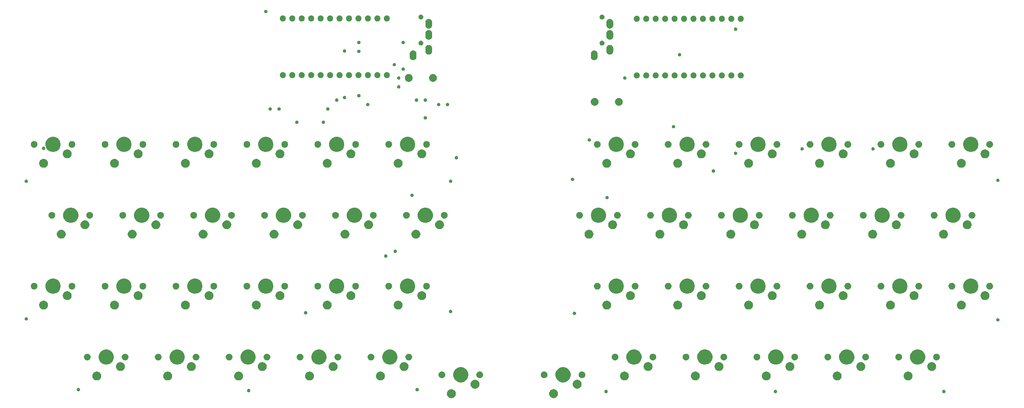
<source format=gbs>
G04 #@! TF.GenerationSoftware,KiCad,Pcbnew,(5.1.2)-2*
G04 #@! TF.CreationDate,2020-04-10T00:12:26+09:00*
G04 #@! TF.ProjectId,original_keyboard,6f726967-696e-4616-9c5f-6b6579626f61,0.1*
G04 #@! TF.SameCoordinates,Original*
G04 #@! TF.FileFunction,Soldermask,Bot*
G04 #@! TF.FilePolarity,Negative*
%FSLAX46Y46*%
G04 Gerber Fmt 4.6, Leading zero omitted, Abs format (unit mm)*
G04 Created by KiCad (PCBNEW (5.1.2)-2) date 2020-04-10 00:12:26*
%MOMM*%
%LPD*%
G04 APERTURE LIST*
%ADD10C,0.100000*%
G04 APERTURE END LIST*
D10*
G36*
X133540276Y-153950884D02*
G01*
X133755157Y-154039891D01*
X133757571Y-154040891D01*
X133953130Y-154171560D01*
X134119440Y-154337870D01*
X134249441Y-154532429D01*
X134250110Y-154533431D01*
X134340116Y-154750724D01*
X134386000Y-154981400D01*
X134386000Y-155216600D01*
X134340116Y-155447276D01*
X134250524Y-155663569D01*
X134250109Y-155664571D01*
X134119440Y-155860130D01*
X133953130Y-156026440D01*
X133757571Y-156157109D01*
X133757570Y-156157110D01*
X133757569Y-156157110D01*
X133540276Y-156247116D01*
X133309600Y-156293000D01*
X133074400Y-156293000D01*
X132843724Y-156247116D01*
X132626431Y-156157110D01*
X132626430Y-156157110D01*
X132626429Y-156157109D01*
X132430870Y-156026440D01*
X132264560Y-155860130D01*
X132133891Y-155664571D01*
X132133476Y-155663569D01*
X132043884Y-155447276D01*
X131998000Y-155216600D01*
X131998000Y-154981400D01*
X132043884Y-154750724D01*
X132133890Y-154533431D01*
X132134560Y-154532429D01*
X132264560Y-154337870D01*
X132430870Y-154171560D01*
X132626429Y-154040891D01*
X132628843Y-154039891D01*
X132843724Y-153950884D01*
X133074400Y-153905000D01*
X133309600Y-153905000D01*
X133540276Y-153950884D01*
X133540276Y-153950884D01*
G37*
G36*
X161003276Y-153949884D02*
G01*
X161212073Y-154036371D01*
X161220571Y-154039891D01*
X161416130Y-154170560D01*
X161582440Y-154336870D01*
X161658700Y-154451000D01*
X161713110Y-154532431D01*
X161803116Y-154749724D01*
X161849000Y-154980400D01*
X161849000Y-155215600D01*
X161803116Y-155446276D01*
X161802701Y-155447277D01*
X161713109Y-155663571D01*
X161582440Y-155859130D01*
X161416130Y-156025440D01*
X161220571Y-156156109D01*
X161220570Y-156156110D01*
X161220569Y-156156110D01*
X161003276Y-156246116D01*
X160772600Y-156292000D01*
X160537400Y-156292000D01*
X160306724Y-156246116D01*
X160089431Y-156156110D01*
X160089430Y-156156110D01*
X160089429Y-156156109D01*
X159893870Y-156025440D01*
X159727560Y-155859130D01*
X159596891Y-155663571D01*
X159507299Y-155447277D01*
X159506884Y-155446276D01*
X159461000Y-155215600D01*
X159461000Y-154980400D01*
X159506884Y-154749724D01*
X159596890Y-154532431D01*
X159651301Y-154451000D01*
X159727560Y-154336870D01*
X159893870Y-154170560D01*
X160089429Y-154039891D01*
X160097927Y-154036371D01*
X160306724Y-153949884D01*
X160537400Y-153904000D01*
X160772600Y-153904000D01*
X161003276Y-153949884D01*
X161003276Y-153949884D01*
G37*
G36*
X265631552Y-154066331D02*
G01*
X265713627Y-154100328D01*
X265713629Y-154100329D01*
X265740746Y-154118448D01*
X265787495Y-154149685D01*
X265850315Y-154212505D01*
X265899672Y-154286373D01*
X265933669Y-154368448D01*
X265951000Y-154455579D01*
X265951000Y-154544421D01*
X265933669Y-154631552D01*
X265912081Y-154683669D01*
X265899671Y-154713629D01*
X265850314Y-154787496D01*
X265787496Y-154850314D01*
X265713629Y-154899671D01*
X265713628Y-154899672D01*
X265713627Y-154899672D01*
X265631552Y-154933669D01*
X265544421Y-154951000D01*
X265455579Y-154951000D01*
X265368448Y-154933669D01*
X265286373Y-154899672D01*
X265286372Y-154899672D01*
X265286371Y-154899671D01*
X265212504Y-154850314D01*
X265149686Y-154787496D01*
X265100329Y-154713629D01*
X265087919Y-154683669D01*
X265066331Y-154631552D01*
X265049000Y-154544421D01*
X265049000Y-154455579D01*
X265066331Y-154368448D01*
X265100328Y-154286373D01*
X265149685Y-154212505D01*
X265212505Y-154149685D01*
X265259254Y-154118448D01*
X265286371Y-154100329D01*
X265286373Y-154100328D01*
X265368448Y-154066331D01*
X265455579Y-154049000D01*
X265544421Y-154049000D01*
X265631552Y-154066331D01*
X265631552Y-154066331D01*
G37*
G36*
X220381552Y-154066331D02*
G01*
X220463627Y-154100328D01*
X220463629Y-154100329D01*
X220490746Y-154118448D01*
X220537495Y-154149685D01*
X220600315Y-154212505D01*
X220649672Y-154286373D01*
X220683669Y-154368448D01*
X220701000Y-154455579D01*
X220701000Y-154544421D01*
X220683669Y-154631552D01*
X220662081Y-154683669D01*
X220649671Y-154713629D01*
X220600314Y-154787496D01*
X220537496Y-154850314D01*
X220463629Y-154899671D01*
X220463628Y-154899672D01*
X220463627Y-154899672D01*
X220381552Y-154933669D01*
X220294421Y-154951000D01*
X220205579Y-154951000D01*
X220118448Y-154933669D01*
X220036373Y-154899672D01*
X220036372Y-154899672D01*
X220036371Y-154899671D01*
X219962504Y-154850314D01*
X219899686Y-154787496D01*
X219850329Y-154713629D01*
X219837919Y-154683669D01*
X219816331Y-154631552D01*
X219799000Y-154544421D01*
X219799000Y-154455579D01*
X219816331Y-154368448D01*
X219850328Y-154286373D01*
X219899685Y-154212505D01*
X219962505Y-154149685D01*
X220009254Y-154118448D01*
X220036371Y-154100329D01*
X220036373Y-154100328D01*
X220118448Y-154066331D01*
X220205579Y-154049000D01*
X220294421Y-154049000D01*
X220381552Y-154066331D01*
X220381552Y-154066331D01*
G37*
G36*
X174881552Y-154066331D02*
G01*
X174963627Y-154100328D01*
X174963629Y-154100329D01*
X174990746Y-154118448D01*
X175037495Y-154149685D01*
X175100315Y-154212505D01*
X175149672Y-154286373D01*
X175183669Y-154368448D01*
X175201000Y-154455579D01*
X175201000Y-154544421D01*
X175183669Y-154631552D01*
X175162081Y-154683669D01*
X175149671Y-154713629D01*
X175100314Y-154787496D01*
X175037496Y-154850314D01*
X174963629Y-154899671D01*
X174963628Y-154899672D01*
X174963627Y-154899672D01*
X174881552Y-154933669D01*
X174794421Y-154951000D01*
X174705579Y-154951000D01*
X174618448Y-154933669D01*
X174536373Y-154899672D01*
X174536372Y-154899672D01*
X174536371Y-154899671D01*
X174462504Y-154850314D01*
X174399686Y-154787496D01*
X174350329Y-154713629D01*
X174337919Y-154683669D01*
X174316331Y-154631552D01*
X174299000Y-154544421D01*
X174299000Y-154455579D01*
X174316331Y-154368448D01*
X174350328Y-154286373D01*
X174399685Y-154212505D01*
X174462505Y-154149685D01*
X174509254Y-154118448D01*
X174536371Y-154100329D01*
X174536373Y-154100328D01*
X174618448Y-154066331D01*
X174705579Y-154049000D01*
X174794421Y-154049000D01*
X174881552Y-154066331D01*
X174881552Y-154066331D01*
G37*
G36*
X78881552Y-153816331D02*
G01*
X78963627Y-153850328D01*
X78963629Y-153850329D01*
X78990746Y-153868448D01*
X79037495Y-153899685D01*
X79100315Y-153962505D01*
X79149672Y-154036373D01*
X79183669Y-154118448D01*
X79201000Y-154205579D01*
X79201000Y-154294421D01*
X79183669Y-154381552D01*
X79149672Y-154463627D01*
X79103699Y-154532431D01*
X79100314Y-154537496D01*
X79037496Y-154600314D01*
X78963629Y-154649671D01*
X78963628Y-154649672D01*
X78963627Y-154649672D01*
X78881552Y-154683669D01*
X78794421Y-154701000D01*
X78705579Y-154701000D01*
X78618448Y-154683669D01*
X78536373Y-154649672D01*
X78536372Y-154649672D01*
X78536371Y-154649671D01*
X78462504Y-154600314D01*
X78399686Y-154537496D01*
X78396302Y-154532431D01*
X78350328Y-154463627D01*
X78316331Y-154381552D01*
X78299000Y-154294421D01*
X78299000Y-154205579D01*
X78316331Y-154118448D01*
X78350328Y-154036373D01*
X78399685Y-153962505D01*
X78462505Y-153899685D01*
X78509254Y-153868448D01*
X78536371Y-153850329D01*
X78536373Y-153850328D01*
X78618448Y-153816331D01*
X78705579Y-153799000D01*
X78794421Y-153799000D01*
X78881552Y-153816331D01*
X78881552Y-153816331D01*
G37*
G36*
X33131552Y-153566331D02*
G01*
X33213627Y-153600328D01*
X33213629Y-153600329D01*
X33238742Y-153617109D01*
X33287495Y-153649685D01*
X33350315Y-153712505D01*
X33399672Y-153786373D01*
X33433669Y-153868448D01*
X33451000Y-153955579D01*
X33451000Y-154044421D01*
X33433669Y-154131552D01*
X33399672Y-154213627D01*
X33351065Y-154286373D01*
X33350314Y-154287496D01*
X33287496Y-154350314D01*
X33213629Y-154399671D01*
X33213628Y-154399672D01*
X33213627Y-154399672D01*
X33131552Y-154433669D01*
X33044421Y-154451000D01*
X32955579Y-154451000D01*
X32868448Y-154433669D01*
X32786373Y-154399672D01*
X32786372Y-154399672D01*
X32786371Y-154399671D01*
X32712504Y-154350314D01*
X32649686Y-154287496D01*
X32648936Y-154286373D01*
X32600328Y-154213627D01*
X32566331Y-154131552D01*
X32549000Y-154044421D01*
X32549000Y-153955579D01*
X32566331Y-153868448D01*
X32600328Y-153786373D01*
X32649685Y-153712505D01*
X32712505Y-153649685D01*
X32761258Y-153617109D01*
X32786371Y-153600329D01*
X32786373Y-153600328D01*
X32868448Y-153566331D01*
X32955579Y-153549000D01*
X33044421Y-153549000D01*
X33131552Y-153566331D01*
X33131552Y-153566331D01*
G37*
G36*
X124131552Y-153566331D02*
G01*
X124213627Y-153600328D01*
X124213629Y-153600329D01*
X124238742Y-153617109D01*
X124287495Y-153649685D01*
X124350315Y-153712505D01*
X124399672Y-153786373D01*
X124433669Y-153868448D01*
X124451000Y-153955579D01*
X124451000Y-154044421D01*
X124433669Y-154131552D01*
X124399672Y-154213627D01*
X124351065Y-154286373D01*
X124350314Y-154287496D01*
X124287496Y-154350314D01*
X124213629Y-154399671D01*
X124213628Y-154399672D01*
X124213627Y-154399672D01*
X124131552Y-154433669D01*
X124044421Y-154451000D01*
X123955579Y-154451000D01*
X123868448Y-154433669D01*
X123786373Y-154399672D01*
X123786372Y-154399672D01*
X123786371Y-154399671D01*
X123712504Y-154350314D01*
X123649686Y-154287496D01*
X123648936Y-154286373D01*
X123600328Y-154213627D01*
X123566331Y-154131552D01*
X123549000Y-154044421D01*
X123549000Y-153955579D01*
X123566331Y-153868448D01*
X123600328Y-153786373D01*
X123649685Y-153712505D01*
X123712505Y-153649685D01*
X123761258Y-153617109D01*
X123786371Y-153600329D01*
X123786373Y-153600328D01*
X123868448Y-153566331D01*
X123955579Y-153549000D01*
X124044421Y-153549000D01*
X124131552Y-153566331D01*
X124131552Y-153566331D01*
G37*
G36*
X139890276Y-151410884D02*
G01*
X140105157Y-151499891D01*
X140107571Y-151500891D01*
X140303130Y-151631560D01*
X140469440Y-151797870D01*
X140599441Y-151992429D01*
X140600110Y-151993431D01*
X140690116Y-152210724D01*
X140736000Y-152441400D01*
X140736000Y-152676600D01*
X140690116Y-152907276D01*
X140600524Y-153123569D01*
X140600109Y-153124571D01*
X140469440Y-153320130D01*
X140303130Y-153486440D01*
X140107571Y-153617109D01*
X140107570Y-153617110D01*
X140107569Y-153617110D01*
X139890276Y-153707116D01*
X139659600Y-153753000D01*
X139424400Y-153753000D01*
X139193724Y-153707116D01*
X138976431Y-153617110D01*
X138976430Y-153617110D01*
X138976429Y-153617109D01*
X138780870Y-153486440D01*
X138614560Y-153320130D01*
X138483891Y-153124571D01*
X138483476Y-153123569D01*
X138393884Y-152907276D01*
X138348000Y-152676600D01*
X138348000Y-152441400D01*
X138393884Y-152210724D01*
X138483890Y-151993431D01*
X138484560Y-151992429D01*
X138614560Y-151797870D01*
X138780870Y-151631560D01*
X138976429Y-151500891D01*
X138978843Y-151499891D01*
X139193724Y-151410884D01*
X139424400Y-151365000D01*
X139659600Y-151365000D01*
X139890276Y-151410884D01*
X139890276Y-151410884D01*
G37*
G36*
X167353276Y-151409884D02*
G01*
X167570569Y-151499890D01*
X167570571Y-151499891D01*
X167766130Y-151630560D01*
X167932440Y-151796870D01*
X168058356Y-151985315D01*
X168063110Y-151992431D01*
X168153116Y-152209724D01*
X168199000Y-152440400D01*
X168199000Y-152675600D01*
X168153116Y-152906276D01*
X168152701Y-152907277D01*
X168063109Y-153123571D01*
X167932440Y-153319130D01*
X167766130Y-153485440D01*
X167570571Y-153616109D01*
X167570570Y-153616110D01*
X167570569Y-153616110D01*
X167353276Y-153706116D01*
X167122600Y-153752000D01*
X166887400Y-153752000D01*
X166656724Y-153706116D01*
X166439431Y-153616110D01*
X166439430Y-153616110D01*
X166439429Y-153616109D01*
X166243870Y-153485440D01*
X166077560Y-153319130D01*
X165946891Y-153123571D01*
X165857299Y-152907277D01*
X165856884Y-152906276D01*
X165811000Y-152675600D01*
X165811000Y-152440400D01*
X165856884Y-152209724D01*
X165946890Y-151992431D01*
X165951645Y-151985315D01*
X166077560Y-151796870D01*
X166243870Y-151630560D01*
X166439429Y-151499891D01*
X166439431Y-151499890D01*
X166656724Y-151409884D01*
X166887400Y-151364000D01*
X167122600Y-151364000D01*
X167353276Y-151409884D01*
X167353276Y-151409884D01*
G37*
G36*
X136328474Y-148052684D02*
G01*
X136546474Y-148142983D01*
X136700623Y-148206833D01*
X137035548Y-148430623D01*
X137320377Y-148715452D01*
X137544167Y-149050377D01*
X137601124Y-149187884D01*
X137698316Y-149422526D01*
X137776900Y-149817594D01*
X137776900Y-150220406D01*
X137698316Y-150615474D01*
X137614736Y-150817253D01*
X137544167Y-150987623D01*
X137320377Y-151322548D01*
X137035548Y-151607377D01*
X136700623Y-151831167D01*
X136546474Y-151895017D01*
X136328474Y-151985316D01*
X135933406Y-152063900D01*
X135530594Y-152063900D01*
X135135526Y-151985316D01*
X134917526Y-151895017D01*
X134763377Y-151831167D01*
X134428452Y-151607377D01*
X134143623Y-151322548D01*
X133919833Y-150987623D01*
X133849264Y-150817253D01*
X133765684Y-150615474D01*
X133687100Y-150220406D01*
X133687100Y-149817594D01*
X133765684Y-149422526D01*
X133862876Y-149187884D01*
X133919833Y-149050377D01*
X134143623Y-148715452D01*
X134428452Y-148430623D01*
X134763377Y-148206833D01*
X134917526Y-148142983D01*
X135135526Y-148052684D01*
X135530594Y-147974100D01*
X135933406Y-147974100D01*
X136328474Y-148052684D01*
X136328474Y-148052684D01*
G37*
G36*
X163791474Y-148051684D02*
G01*
X164009474Y-148141983D01*
X164163623Y-148205833D01*
X164498548Y-148429623D01*
X164783377Y-148714452D01*
X165007167Y-149049377D01*
X165049575Y-149151759D01*
X165161316Y-149421526D01*
X165239900Y-149816594D01*
X165239900Y-150219406D01*
X165161316Y-150614474D01*
X165117791Y-150719552D01*
X165007167Y-150986623D01*
X164783377Y-151321548D01*
X164498548Y-151606377D01*
X164163623Y-151830167D01*
X164009474Y-151894017D01*
X163791474Y-151984316D01*
X163396406Y-152062900D01*
X162993594Y-152062900D01*
X162598526Y-151984316D01*
X162380526Y-151894017D01*
X162226377Y-151830167D01*
X161891452Y-151606377D01*
X161606623Y-151321548D01*
X161382833Y-150986623D01*
X161272209Y-150719552D01*
X161228684Y-150614474D01*
X161150100Y-150219406D01*
X161150100Y-149816594D01*
X161228684Y-149421526D01*
X161340425Y-149151759D01*
X161382833Y-149049377D01*
X161606623Y-148714452D01*
X161891452Y-148429623D01*
X162226377Y-148205833D01*
X162380526Y-148141983D01*
X162598526Y-148051684D01*
X162993594Y-147973100D01*
X163396406Y-147973100D01*
X163791474Y-148051684D01*
X163791474Y-148051684D01*
G37*
G36*
X114490276Y-149188884D02*
G01*
X114705157Y-149277891D01*
X114707571Y-149278891D01*
X114903130Y-149409560D01*
X115069440Y-149575870D01*
X115199441Y-149770429D01*
X115200110Y-149771431D01*
X115290116Y-149988724D01*
X115336000Y-150219400D01*
X115336000Y-150454600D01*
X115290116Y-150685276D01*
X115206873Y-150886241D01*
X115200109Y-150902571D01*
X115069440Y-151098130D01*
X114903130Y-151264440D01*
X114707571Y-151395109D01*
X114707570Y-151395110D01*
X114707569Y-151395110D01*
X114490276Y-151485116D01*
X114259600Y-151531000D01*
X114024400Y-151531000D01*
X113793724Y-151485116D01*
X113576431Y-151395110D01*
X113576430Y-151395110D01*
X113576429Y-151395109D01*
X113380870Y-151264440D01*
X113214560Y-151098130D01*
X113083891Y-150902571D01*
X113077127Y-150886241D01*
X112993884Y-150685276D01*
X112948000Y-150454600D01*
X112948000Y-150219400D01*
X112993884Y-149988724D01*
X113083890Y-149771431D01*
X113084560Y-149770429D01*
X113214560Y-149575870D01*
X113380870Y-149409560D01*
X113576429Y-149278891D01*
X113578843Y-149277891D01*
X113793724Y-149188884D01*
X114024400Y-149143000D01*
X114259600Y-149143000D01*
X114490276Y-149188884D01*
X114490276Y-149188884D01*
G37*
G36*
X57339676Y-149188884D02*
G01*
X57554557Y-149277891D01*
X57556971Y-149278891D01*
X57752530Y-149409560D01*
X57918840Y-149575870D01*
X58048841Y-149770429D01*
X58049510Y-149771431D01*
X58139516Y-149988724D01*
X58185400Y-150219400D01*
X58185400Y-150454600D01*
X58139516Y-150685276D01*
X58056273Y-150886241D01*
X58049509Y-150902571D01*
X57918840Y-151098130D01*
X57752530Y-151264440D01*
X57556971Y-151395109D01*
X57556970Y-151395110D01*
X57556969Y-151395110D01*
X57339676Y-151485116D01*
X57109000Y-151531000D01*
X56873800Y-151531000D01*
X56643124Y-151485116D01*
X56425831Y-151395110D01*
X56425830Y-151395110D01*
X56425829Y-151395109D01*
X56230270Y-151264440D01*
X56063960Y-151098130D01*
X55933291Y-150902571D01*
X55926527Y-150886241D01*
X55843284Y-150685276D01*
X55797400Y-150454600D01*
X55797400Y-150219400D01*
X55843284Y-149988724D01*
X55933290Y-149771431D01*
X55933960Y-149770429D01*
X56063960Y-149575870D01*
X56230270Y-149409560D01*
X56425829Y-149278891D01*
X56428243Y-149277891D01*
X56643124Y-149188884D01*
X56873800Y-149143000D01*
X57109000Y-149143000D01*
X57339676Y-149188884D01*
X57339676Y-149188884D01*
G37*
G36*
X38289676Y-149188884D02*
G01*
X38504557Y-149277891D01*
X38506971Y-149278891D01*
X38702530Y-149409560D01*
X38868840Y-149575870D01*
X38998841Y-149770429D01*
X38999510Y-149771431D01*
X39089516Y-149988724D01*
X39135400Y-150219400D01*
X39135400Y-150454600D01*
X39089516Y-150685276D01*
X39006273Y-150886241D01*
X38999509Y-150902571D01*
X38868840Y-151098130D01*
X38702530Y-151264440D01*
X38506971Y-151395109D01*
X38506970Y-151395110D01*
X38506969Y-151395110D01*
X38289676Y-151485116D01*
X38059000Y-151531000D01*
X37823800Y-151531000D01*
X37593124Y-151485116D01*
X37375831Y-151395110D01*
X37375830Y-151395110D01*
X37375829Y-151395109D01*
X37180270Y-151264440D01*
X37013960Y-151098130D01*
X36883291Y-150902571D01*
X36876527Y-150886241D01*
X36793284Y-150685276D01*
X36747400Y-150454600D01*
X36747400Y-150219400D01*
X36793284Y-149988724D01*
X36883290Y-149771431D01*
X36883960Y-149770429D01*
X37013960Y-149575870D01*
X37180270Y-149409560D01*
X37375829Y-149278891D01*
X37378243Y-149277891D01*
X37593124Y-149188884D01*
X37823800Y-149143000D01*
X38059000Y-149143000D01*
X38289676Y-149188884D01*
X38289676Y-149188884D01*
G37*
G36*
X76389676Y-149188884D02*
G01*
X76604557Y-149277891D01*
X76606971Y-149278891D01*
X76802530Y-149409560D01*
X76968840Y-149575870D01*
X77098841Y-149770429D01*
X77099510Y-149771431D01*
X77189516Y-149988724D01*
X77235400Y-150219400D01*
X77235400Y-150454600D01*
X77189516Y-150685276D01*
X77106273Y-150886241D01*
X77099509Y-150902571D01*
X76968840Y-151098130D01*
X76802530Y-151264440D01*
X76606971Y-151395109D01*
X76606970Y-151395110D01*
X76606969Y-151395110D01*
X76389676Y-151485116D01*
X76159000Y-151531000D01*
X75923800Y-151531000D01*
X75693124Y-151485116D01*
X75475831Y-151395110D01*
X75475830Y-151395110D01*
X75475829Y-151395109D01*
X75280270Y-151264440D01*
X75113960Y-151098130D01*
X74983291Y-150902571D01*
X74976527Y-150886241D01*
X74893284Y-150685276D01*
X74847400Y-150454600D01*
X74847400Y-150219400D01*
X74893284Y-149988724D01*
X74983290Y-149771431D01*
X74983960Y-149770429D01*
X75113960Y-149575870D01*
X75280270Y-149409560D01*
X75475829Y-149278891D01*
X75478243Y-149277891D01*
X75693124Y-149188884D01*
X75923800Y-149143000D01*
X76159000Y-149143000D01*
X76389676Y-149188884D01*
X76389676Y-149188884D01*
G37*
G36*
X95439676Y-149188884D02*
G01*
X95654557Y-149277891D01*
X95656971Y-149278891D01*
X95852530Y-149409560D01*
X96018840Y-149575870D01*
X96148841Y-149770429D01*
X96149510Y-149771431D01*
X96239516Y-149988724D01*
X96285400Y-150219400D01*
X96285400Y-150454600D01*
X96239516Y-150685276D01*
X96156273Y-150886241D01*
X96149509Y-150902571D01*
X96018840Y-151098130D01*
X95852530Y-151264440D01*
X95656971Y-151395109D01*
X95656970Y-151395110D01*
X95656969Y-151395110D01*
X95439676Y-151485116D01*
X95209000Y-151531000D01*
X94973800Y-151531000D01*
X94743124Y-151485116D01*
X94525831Y-151395110D01*
X94525830Y-151395110D01*
X94525829Y-151395109D01*
X94330270Y-151264440D01*
X94163960Y-151098130D01*
X94033291Y-150902571D01*
X94026527Y-150886241D01*
X93943284Y-150685276D01*
X93897400Y-150454600D01*
X93897400Y-150219400D01*
X93943284Y-149988724D01*
X94033290Y-149771431D01*
X94033960Y-149770429D01*
X94163960Y-149575870D01*
X94330270Y-149409560D01*
X94525829Y-149278891D01*
X94528243Y-149277891D01*
X94743124Y-149188884D01*
X94973800Y-149143000D01*
X95209000Y-149143000D01*
X95439676Y-149188884D01*
X95439676Y-149188884D01*
G37*
G36*
X180053276Y-149187884D02*
G01*
X180270569Y-149277890D01*
X180270571Y-149277891D01*
X180466130Y-149408560D01*
X180632440Y-149574870D01*
X180753418Y-149755925D01*
X180763110Y-149770431D01*
X180853116Y-149987724D01*
X180899000Y-150218400D01*
X180899000Y-150453600D01*
X180853116Y-150684276D01*
X180769873Y-150885241D01*
X180763109Y-150901571D01*
X180632440Y-151097130D01*
X180466130Y-151263440D01*
X180270571Y-151394109D01*
X180270570Y-151394110D01*
X180270569Y-151394110D01*
X180053276Y-151484116D01*
X179822600Y-151530000D01*
X179587400Y-151530000D01*
X179356724Y-151484116D01*
X179139431Y-151394110D01*
X179139430Y-151394110D01*
X179139429Y-151394109D01*
X178943870Y-151263440D01*
X178777560Y-151097130D01*
X178646891Y-150901571D01*
X178640127Y-150885241D01*
X178556884Y-150684276D01*
X178511000Y-150453600D01*
X178511000Y-150218400D01*
X178556884Y-149987724D01*
X178646890Y-149770431D01*
X178656583Y-149755925D01*
X178777560Y-149574870D01*
X178943870Y-149408560D01*
X179139429Y-149277891D01*
X179139431Y-149277890D01*
X179356724Y-149187884D01*
X179587400Y-149142000D01*
X179822600Y-149142000D01*
X180053276Y-149187884D01*
X180053276Y-149187884D01*
G37*
G36*
X199103276Y-149187884D02*
G01*
X199320569Y-149277890D01*
X199320571Y-149277891D01*
X199516130Y-149408560D01*
X199682440Y-149574870D01*
X199803418Y-149755925D01*
X199813110Y-149770431D01*
X199903116Y-149987724D01*
X199949000Y-150218400D01*
X199949000Y-150453600D01*
X199903116Y-150684276D01*
X199819873Y-150885241D01*
X199813109Y-150901571D01*
X199682440Y-151097130D01*
X199516130Y-151263440D01*
X199320571Y-151394109D01*
X199320570Y-151394110D01*
X199320569Y-151394110D01*
X199103276Y-151484116D01*
X198872600Y-151530000D01*
X198637400Y-151530000D01*
X198406724Y-151484116D01*
X198189431Y-151394110D01*
X198189430Y-151394110D01*
X198189429Y-151394109D01*
X197993870Y-151263440D01*
X197827560Y-151097130D01*
X197696891Y-150901571D01*
X197690127Y-150885241D01*
X197606884Y-150684276D01*
X197561000Y-150453600D01*
X197561000Y-150218400D01*
X197606884Y-149987724D01*
X197696890Y-149770431D01*
X197706583Y-149755925D01*
X197827560Y-149574870D01*
X197993870Y-149408560D01*
X198189429Y-149277891D01*
X198189431Y-149277890D01*
X198406724Y-149187884D01*
X198637400Y-149142000D01*
X198872600Y-149142000D01*
X199103276Y-149187884D01*
X199103276Y-149187884D01*
G37*
G36*
X218153276Y-149187884D02*
G01*
X218370569Y-149277890D01*
X218370571Y-149277891D01*
X218566130Y-149408560D01*
X218732440Y-149574870D01*
X218853418Y-149755925D01*
X218863110Y-149770431D01*
X218953116Y-149987724D01*
X218999000Y-150218400D01*
X218999000Y-150453600D01*
X218953116Y-150684276D01*
X218869873Y-150885241D01*
X218863109Y-150901571D01*
X218732440Y-151097130D01*
X218566130Y-151263440D01*
X218370571Y-151394109D01*
X218370570Y-151394110D01*
X218370569Y-151394110D01*
X218153276Y-151484116D01*
X217922600Y-151530000D01*
X217687400Y-151530000D01*
X217456724Y-151484116D01*
X217239431Y-151394110D01*
X217239430Y-151394110D01*
X217239429Y-151394109D01*
X217043870Y-151263440D01*
X216877560Y-151097130D01*
X216746891Y-150901571D01*
X216740127Y-150885241D01*
X216656884Y-150684276D01*
X216611000Y-150453600D01*
X216611000Y-150218400D01*
X216656884Y-149987724D01*
X216746890Y-149770431D01*
X216756583Y-149755925D01*
X216877560Y-149574870D01*
X217043870Y-149408560D01*
X217239429Y-149277891D01*
X217239431Y-149277890D01*
X217456724Y-149187884D01*
X217687400Y-149142000D01*
X217922600Y-149142000D01*
X218153276Y-149187884D01*
X218153276Y-149187884D01*
G37*
G36*
X237203276Y-149187884D02*
G01*
X237420569Y-149277890D01*
X237420571Y-149277891D01*
X237616130Y-149408560D01*
X237782440Y-149574870D01*
X237903418Y-149755925D01*
X237913110Y-149770431D01*
X238003116Y-149987724D01*
X238049000Y-150218400D01*
X238049000Y-150453600D01*
X238003116Y-150684276D01*
X237919873Y-150885241D01*
X237913109Y-150901571D01*
X237782440Y-151097130D01*
X237616130Y-151263440D01*
X237420571Y-151394109D01*
X237420570Y-151394110D01*
X237420569Y-151394110D01*
X237203276Y-151484116D01*
X236972600Y-151530000D01*
X236737400Y-151530000D01*
X236506724Y-151484116D01*
X236289431Y-151394110D01*
X236289430Y-151394110D01*
X236289429Y-151394109D01*
X236093870Y-151263440D01*
X235927560Y-151097130D01*
X235796891Y-150901571D01*
X235790127Y-150885241D01*
X235706884Y-150684276D01*
X235661000Y-150453600D01*
X235661000Y-150218400D01*
X235706884Y-149987724D01*
X235796890Y-149770431D01*
X235806583Y-149755925D01*
X235927560Y-149574870D01*
X236093870Y-149408560D01*
X236289429Y-149277891D01*
X236289431Y-149277890D01*
X236506724Y-149187884D01*
X236737400Y-149142000D01*
X236972600Y-149142000D01*
X237203276Y-149187884D01*
X237203276Y-149187884D01*
G37*
G36*
X256253276Y-149187884D02*
G01*
X256470569Y-149277890D01*
X256470571Y-149277891D01*
X256666130Y-149408560D01*
X256832440Y-149574870D01*
X256953418Y-149755925D01*
X256963110Y-149770431D01*
X257053116Y-149987724D01*
X257099000Y-150218400D01*
X257099000Y-150453600D01*
X257053116Y-150684276D01*
X256969873Y-150885241D01*
X256963109Y-150901571D01*
X256832440Y-151097130D01*
X256666130Y-151263440D01*
X256470571Y-151394109D01*
X256470570Y-151394110D01*
X256470569Y-151394110D01*
X256253276Y-151484116D01*
X256022600Y-151530000D01*
X255787400Y-151530000D01*
X255556724Y-151484116D01*
X255339431Y-151394110D01*
X255339430Y-151394110D01*
X255339429Y-151394109D01*
X255143870Y-151263440D01*
X254977560Y-151097130D01*
X254846891Y-150901571D01*
X254840127Y-150885241D01*
X254756884Y-150684276D01*
X254711000Y-150453600D01*
X254711000Y-150218400D01*
X254756884Y-149987724D01*
X254846890Y-149770431D01*
X254856583Y-149755925D01*
X254977560Y-149574870D01*
X255143870Y-149408560D01*
X255339429Y-149277891D01*
X255339431Y-149277890D01*
X255556724Y-149187884D01*
X255787400Y-149142000D01*
X256022600Y-149142000D01*
X256253276Y-149187884D01*
X256253276Y-149187884D01*
G37*
G36*
X130827952Y-149134430D02*
G01*
X130915075Y-149151759D01*
X131024498Y-149197084D01*
X131079211Y-149219747D01*
X131225428Y-149317446D01*
X131226928Y-149318448D01*
X131352552Y-149444072D01*
X131352554Y-149444075D01*
X131451253Y-149591789D01*
X131451253Y-149591790D01*
X131519241Y-149755925D01*
X131553900Y-149930171D01*
X131553900Y-150107829D01*
X131519241Y-150282075D01*
X131473916Y-150391498D01*
X131451253Y-150446211D01*
X131353222Y-150592925D01*
X131352552Y-150593928D01*
X131226928Y-150719552D01*
X131226925Y-150719554D01*
X131079211Y-150818253D01*
X131024498Y-150840916D01*
X130915075Y-150886241D01*
X130838014Y-150901569D01*
X130740831Y-150920900D01*
X130563169Y-150920900D01*
X130465986Y-150901569D01*
X130388925Y-150886241D01*
X130279502Y-150840916D01*
X130224789Y-150818253D01*
X130077075Y-150719554D01*
X130077072Y-150719552D01*
X129951448Y-150593928D01*
X129950778Y-150592925D01*
X129852747Y-150446211D01*
X129830084Y-150391498D01*
X129784759Y-150282075D01*
X129750100Y-150107829D01*
X129750100Y-149930171D01*
X129784759Y-149755925D01*
X129852747Y-149591790D01*
X129852747Y-149591789D01*
X129951446Y-149444075D01*
X129951448Y-149444072D01*
X130077072Y-149318448D01*
X130078572Y-149317446D01*
X130224789Y-149219747D01*
X130279502Y-149197084D01*
X130388925Y-149151759D01*
X130476048Y-149134430D01*
X130563169Y-149117100D01*
X130740831Y-149117100D01*
X130827952Y-149134430D01*
X130827952Y-149134430D01*
G37*
G36*
X140987952Y-149134430D02*
G01*
X141075075Y-149151759D01*
X141184498Y-149197084D01*
X141239211Y-149219747D01*
X141385428Y-149317446D01*
X141386928Y-149318448D01*
X141512552Y-149444072D01*
X141512554Y-149444075D01*
X141611253Y-149591789D01*
X141611253Y-149591790D01*
X141679241Y-149755925D01*
X141713900Y-149930171D01*
X141713900Y-150107829D01*
X141679241Y-150282075D01*
X141633916Y-150391498D01*
X141611253Y-150446211D01*
X141513222Y-150592925D01*
X141512552Y-150593928D01*
X141386928Y-150719552D01*
X141386925Y-150719554D01*
X141239211Y-150818253D01*
X141184498Y-150840916D01*
X141075075Y-150886241D01*
X140998014Y-150901569D01*
X140900831Y-150920900D01*
X140723169Y-150920900D01*
X140625986Y-150901569D01*
X140548925Y-150886241D01*
X140439502Y-150840916D01*
X140384789Y-150818253D01*
X140237075Y-150719554D01*
X140237072Y-150719552D01*
X140111448Y-150593928D01*
X140110778Y-150592925D01*
X140012747Y-150446211D01*
X139990084Y-150391498D01*
X139944759Y-150282075D01*
X139910100Y-150107829D01*
X139910100Y-149930171D01*
X139944759Y-149755925D01*
X140012747Y-149591790D01*
X140012747Y-149591789D01*
X140111446Y-149444075D01*
X140111448Y-149444072D01*
X140237072Y-149318448D01*
X140238572Y-149317446D01*
X140384789Y-149219747D01*
X140439502Y-149197084D01*
X140548925Y-149151759D01*
X140636048Y-149134430D01*
X140723169Y-149117100D01*
X140900831Y-149117100D01*
X140987952Y-149134430D01*
X140987952Y-149134430D01*
G37*
G36*
X158290952Y-149133429D02*
G01*
X158378075Y-149150759D01*
X158470115Y-149188884D01*
X158542211Y-149218747D01*
X158632223Y-149278891D01*
X158689928Y-149317448D01*
X158815552Y-149443072D01*
X158815554Y-149443075D01*
X158914253Y-149590789D01*
X158936916Y-149645502D01*
X158982241Y-149754925D01*
X159016900Y-149929171D01*
X159016900Y-150106829D01*
X158982241Y-150281075D01*
X158936916Y-150390498D01*
X158914253Y-150445211D01*
X158907980Y-150454599D01*
X158815552Y-150592928D01*
X158689928Y-150718552D01*
X158689925Y-150718554D01*
X158542211Y-150817253D01*
X158487498Y-150839916D01*
X158378075Y-150885241D01*
X158295987Y-150901569D01*
X158203831Y-150919900D01*
X158026169Y-150919900D01*
X157934013Y-150901569D01*
X157851925Y-150885241D01*
X157742502Y-150839916D01*
X157687789Y-150817253D01*
X157540075Y-150718554D01*
X157540072Y-150718552D01*
X157414448Y-150592928D01*
X157322020Y-150454599D01*
X157315747Y-150445211D01*
X157293084Y-150390498D01*
X157247759Y-150281075D01*
X157213100Y-150106829D01*
X157213100Y-149929171D01*
X157247759Y-149754925D01*
X157293084Y-149645502D01*
X157315747Y-149590789D01*
X157414446Y-149443075D01*
X157414448Y-149443072D01*
X157540072Y-149317448D01*
X157597777Y-149278891D01*
X157687789Y-149218747D01*
X157759885Y-149188884D01*
X157851925Y-149150759D01*
X157939048Y-149133429D01*
X158026169Y-149116100D01*
X158203831Y-149116100D01*
X158290952Y-149133429D01*
X158290952Y-149133429D01*
G37*
G36*
X168450952Y-149133429D02*
G01*
X168538075Y-149150759D01*
X168630115Y-149188884D01*
X168702211Y-149218747D01*
X168792223Y-149278891D01*
X168849928Y-149317448D01*
X168975552Y-149443072D01*
X168975554Y-149443075D01*
X169074253Y-149590789D01*
X169096916Y-149645502D01*
X169142241Y-149754925D01*
X169176900Y-149929171D01*
X169176900Y-150106829D01*
X169142241Y-150281075D01*
X169096916Y-150390498D01*
X169074253Y-150445211D01*
X169067980Y-150454599D01*
X168975552Y-150592928D01*
X168849928Y-150718552D01*
X168849925Y-150718554D01*
X168702211Y-150817253D01*
X168647498Y-150839916D01*
X168538075Y-150885241D01*
X168455987Y-150901569D01*
X168363831Y-150919900D01*
X168186169Y-150919900D01*
X168094013Y-150901569D01*
X168011925Y-150885241D01*
X167902502Y-150839916D01*
X167847789Y-150817253D01*
X167700075Y-150718554D01*
X167700072Y-150718552D01*
X167574448Y-150592928D01*
X167482020Y-150454599D01*
X167475747Y-150445211D01*
X167453084Y-150390498D01*
X167407759Y-150281075D01*
X167373100Y-150106829D01*
X167373100Y-149929171D01*
X167407759Y-149754925D01*
X167453084Y-149645502D01*
X167475747Y-149590789D01*
X167574446Y-149443075D01*
X167574448Y-149443072D01*
X167700072Y-149317448D01*
X167757777Y-149278891D01*
X167847789Y-149218747D01*
X167919885Y-149188884D01*
X168011925Y-149150759D01*
X168099048Y-149133429D01*
X168186169Y-149116100D01*
X168363831Y-149116100D01*
X168450952Y-149133429D01*
X168450952Y-149133429D01*
G37*
G36*
X82739676Y-146648884D02*
G01*
X82954557Y-146737891D01*
X82956971Y-146738891D01*
X83152530Y-146869560D01*
X83318840Y-147035870D01*
X83448841Y-147230429D01*
X83449510Y-147231431D01*
X83539516Y-147448724D01*
X83585400Y-147679400D01*
X83585400Y-147914600D01*
X83539516Y-148145276D01*
X83514432Y-148205833D01*
X83449509Y-148362571D01*
X83318840Y-148558130D01*
X83152530Y-148724440D01*
X82956971Y-148855109D01*
X82956970Y-148855110D01*
X82956969Y-148855110D01*
X82739676Y-148945116D01*
X82509000Y-148991000D01*
X82273800Y-148991000D01*
X82043124Y-148945116D01*
X81825831Y-148855110D01*
X81825830Y-148855110D01*
X81825829Y-148855109D01*
X81630270Y-148724440D01*
X81463960Y-148558130D01*
X81333291Y-148362571D01*
X81268368Y-148205833D01*
X81243284Y-148145276D01*
X81197400Y-147914600D01*
X81197400Y-147679400D01*
X81243284Y-147448724D01*
X81333290Y-147231431D01*
X81333960Y-147230429D01*
X81463960Y-147035870D01*
X81630270Y-146869560D01*
X81825829Y-146738891D01*
X81828243Y-146737891D01*
X82043124Y-146648884D01*
X82273800Y-146603000D01*
X82509000Y-146603000D01*
X82739676Y-146648884D01*
X82739676Y-146648884D01*
G37*
G36*
X101789676Y-146648884D02*
G01*
X102004557Y-146737891D01*
X102006971Y-146738891D01*
X102202530Y-146869560D01*
X102368840Y-147035870D01*
X102498841Y-147230429D01*
X102499510Y-147231431D01*
X102589516Y-147448724D01*
X102635400Y-147679400D01*
X102635400Y-147914600D01*
X102589516Y-148145276D01*
X102564432Y-148205833D01*
X102499509Y-148362571D01*
X102368840Y-148558130D01*
X102202530Y-148724440D01*
X102006971Y-148855109D01*
X102006970Y-148855110D01*
X102006969Y-148855110D01*
X101789676Y-148945116D01*
X101559000Y-148991000D01*
X101323800Y-148991000D01*
X101093124Y-148945116D01*
X100875831Y-148855110D01*
X100875830Y-148855110D01*
X100875829Y-148855109D01*
X100680270Y-148724440D01*
X100513960Y-148558130D01*
X100383291Y-148362571D01*
X100318368Y-148205833D01*
X100293284Y-148145276D01*
X100247400Y-147914600D01*
X100247400Y-147679400D01*
X100293284Y-147448724D01*
X100383290Y-147231431D01*
X100383960Y-147230429D01*
X100513960Y-147035870D01*
X100680270Y-146869560D01*
X100875829Y-146738891D01*
X100878243Y-146737891D01*
X101093124Y-146648884D01*
X101323800Y-146603000D01*
X101559000Y-146603000D01*
X101789676Y-146648884D01*
X101789676Y-146648884D01*
G37*
G36*
X120840276Y-146648884D02*
G01*
X121055157Y-146737891D01*
X121057571Y-146738891D01*
X121253130Y-146869560D01*
X121419440Y-147035870D01*
X121549441Y-147230429D01*
X121550110Y-147231431D01*
X121640116Y-147448724D01*
X121686000Y-147679400D01*
X121686000Y-147914600D01*
X121640116Y-148145276D01*
X121615032Y-148205833D01*
X121550109Y-148362571D01*
X121419440Y-148558130D01*
X121253130Y-148724440D01*
X121057571Y-148855109D01*
X121057570Y-148855110D01*
X121057569Y-148855110D01*
X120840276Y-148945116D01*
X120609600Y-148991000D01*
X120374400Y-148991000D01*
X120143724Y-148945116D01*
X119926431Y-148855110D01*
X119926430Y-148855110D01*
X119926429Y-148855109D01*
X119730870Y-148724440D01*
X119564560Y-148558130D01*
X119433891Y-148362571D01*
X119368968Y-148205833D01*
X119343884Y-148145276D01*
X119298000Y-147914600D01*
X119298000Y-147679400D01*
X119343884Y-147448724D01*
X119433890Y-147231431D01*
X119434560Y-147230429D01*
X119564560Y-147035870D01*
X119730870Y-146869560D01*
X119926429Y-146738891D01*
X119928843Y-146737891D01*
X120143724Y-146648884D01*
X120374400Y-146603000D01*
X120609600Y-146603000D01*
X120840276Y-146648884D01*
X120840276Y-146648884D01*
G37*
G36*
X44639676Y-146648884D02*
G01*
X44854557Y-146737891D01*
X44856971Y-146738891D01*
X45052530Y-146869560D01*
X45218840Y-147035870D01*
X45348841Y-147230429D01*
X45349510Y-147231431D01*
X45439516Y-147448724D01*
X45485400Y-147679400D01*
X45485400Y-147914600D01*
X45439516Y-148145276D01*
X45414432Y-148205833D01*
X45349509Y-148362571D01*
X45218840Y-148558130D01*
X45052530Y-148724440D01*
X44856971Y-148855109D01*
X44856970Y-148855110D01*
X44856969Y-148855110D01*
X44639676Y-148945116D01*
X44409000Y-148991000D01*
X44173800Y-148991000D01*
X43943124Y-148945116D01*
X43725831Y-148855110D01*
X43725830Y-148855110D01*
X43725829Y-148855109D01*
X43530270Y-148724440D01*
X43363960Y-148558130D01*
X43233291Y-148362571D01*
X43168368Y-148205833D01*
X43143284Y-148145276D01*
X43097400Y-147914600D01*
X43097400Y-147679400D01*
X43143284Y-147448724D01*
X43233290Y-147231431D01*
X43233960Y-147230429D01*
X43363960Y-147035870D01*
X43530270Y-146869560D01*
X43725829Y-146738891D01*
X43728243Y-146737891D01*
X43943124Y-146648884D01*
X44173800Y-146603000D01*
X44409000Y-146603000D01*
X44639676Y-146648884D01*
X44639676Y-146648884D01*
G37*
G36*
X63689676Y-146648884D02*
G01*
X63904557Y-146737891D01*
X63906971Y-146738891D01*
X64102530Y-146869560D01*
X64268840Y-147035870D01*
X64398841Y-147230429D01*
X64399510Y-147231431D01*
X64489516Y-147448724D01*
X64535400Y-147679400D01*
X64535400Y-147914600D01*
X64489516Y-148145276D01*
X64464432Y-148205833D01*
X64399509Y-148362571D01*
X64268840Y-148558130D01*
X64102530Y-148724440D01*
X63906971Y-148855109D01*
X63906970Y-148855110D01*
X63906969Y-148855110D01*
X63689676Y-148945116D01*
X63459000Y-148991000D01*
X63223800Y-148991000D01*
X62993124Y-148945116D01*
X62775831Y-148855110D01*
X62775830Y-148855110D01*
X62775829Y-148855109D01*
X62580270Y-148724440D01*
X62413960Y-148558130D01*
X62283291Y-148362571D01*
X62218368Y-148205833D01*
X62193284Y-148145276D01*
X62147400Y-147914600D01*
X62147400Y-147679400D01*
X62193284Y-147448724D01*
X62283290Y-147231431D01*
X62283960Y-147230429D01*
X62413960Y-147035870D01*
X62580270Y-146869560D01*
X62775829Y-146738891D01*
X62778243Y-146737891D01*
X62993124Y-146648884D01*
X63223800Y-146603000D01*
X63459000Y-146603000D01*
X63689676Y-146648884D01*
X63689676Y-146648884D01*
G37*
G36*
X186403276Y-146647884D02*
G01*
X186620569Y-146737890D01*
X186620571Y-146737891D01*
X186816130Y-146868560D01*
X186982440Y-147034870D01*
X187108356Y-147223315D01*
X187113110Y-147230431D01*
X187203116Y-147447724D01*
X187249000Y-147678400D01*
X187249000Y-147913600D01*
X187203116Y-148144276D01*
X187113110Y-148361569D01*
X187113109Y-148361571D01*
X186982440Y-148557130D01*
X186816130Y-148723440D01*
X186620571Y-148854109D01*
X186620570Y-148854110D01*
X186620569Y-148854110D01*
X186403276Y-148944116D01*
X186172600Y-148990000D01*
X185937400Y-148990000D01*
X185706724Y-148944116D01*
X185489431Y-148854110D01*
X185489430Y-148854110D01*
X185489429Y-148854109D01*
X185293870Y-148723440D01*
X185127560Y-148557130D01*
X184996891Y-148361571D01*
X184996890Y-148361569D01*
X184906884Y-148144276D01*
X184861000Y-147913600D01*
X184861000Y-147678400D01*
X184906884Y-147447724D01*
X184996890Y-147230431D01*
X185001645Y-147223315D01*
X185127560Y-147034870D01*
X185293870Y-146868560D01*
X185489429Y-146737891D01*
X185489431Y-146737890D01*
X185706724Y-146647884D01*
X185937400Y-146602000D01*
X186172600Y-146602000D01*
X186403276Y-146647884D01*
X186403276Y-146647884D01*
G37*
G36*
X262603276Y-146647884D02*
G01*
X262820569Y-146737890D01*
X262820571Y-146737891D01*
X263016130Y-146868560D01*
X263182440Y-147034870D01*
X263308356Y-147223315D01*
X263313110Y-147230431D01*
X263403116Y-147447724D01*
X263449000Y-147678400D01*
X263449000Y-147913600D01*
X263403116Y-148144276D01*
X263313110Y-148361569D01*
X263313109Y-148361571D01*
X263182440Y-148557130D01*
X263016130Y-148723440D01*
X262820571Y-148854109D01*
X262820570Y-148854110D01*
X262820569Y-148854110D01*
X262603276Y-148944116D01*
X262372600Y-148990000D01*
X262137400Y-148990000D01*
X261906724Y-148944116D01*
X261689431Y-148854110D01*
X261689430Y-148854110D01*
X261689429Y-148854109D01*
X261493870Y-148723440D01*
X261327560Y-148557130D01*
X261196891Y-148361571D01*
X261196890Y-148361569D01*
X261106884Y-148144276D01*
X261061000Y-147913600D01*
X261061000Y-147678400D01*
X261106884Y-147447724D01*
X261196890Y-147230431D01*
X261201645Y-147223315D01*
X261327560Y-147034870D01*
X261493870Y-146868560D01*
X261689429Y-146737891D01*
X261689431Y-146737890D01*
X261906724Y-146647884D01*
X262137400Y-146602000D01*
X262372600Y-146602000D01*
X262603276Y-146647884D01*
X262603276Y-146647884D01*
G37*
G36*
X224503276Y-146647884D02*
G01*
X224720569Y-146737890D01*
X224720571Y-146737891D01*
X224916130Y-146868560D01*
X225082440Y-147034870D01*
X225208356Y-147223315D01*
X225213110Y-147230431D01*
X225303116Y-147447724D01*
X225349000Y-147678400D01*
X225349000Y-147913600D01*
X225303116Y-148144276D01*
X225213110Y-148361569D01*
X225213109Y-148361571D01*
X225082440Y-148557130D01*
X224916130Y-148723440D01*
X224720571Y-148854109D01*
X224720570Y-148854110D01*
X224720569Y-148854110D01*
X224503276Y-148944116D01*
X224272600Y-148990000D01*
X224037400Y-148990000D01*
X223806724Y-148944116D01*
X223589431Y-148854110D01*
X223589430Y-148854110D01*
X223589429Y-148854109D01*
X223393870Y-148723440D01*
X223227560Y-148557130D01*
X223096891Y-148361571D01*
X223096890Y-148361569D01*
X223006884Y-148144276D01*
X222961000Y-147913600D01*
X222961000Y-147678400D01*
X223006884Y-147447724D01*
X223096890Y-147230431D01*
X223101645Y-147223315D01*
X223227560Y-147034870D01*
X223393870Y-146868560D01*
X223589429Y-146737891D01*
X223589431Y-146737890D01*
X223806724Y-146647884D01*
X224037400Y-146602000D01*
X224272600Y-146602000D01*
X224503276Y-146647884D01*
X224503276Y-146647884D01*
G37*
G36*
X243553276Y-146647884D02*
G01*
X243770569Y-146737890D01*
X243770571Y-146737891D01*
X243966130Y-146868560D01*
X244132440Y-147034870D01*
X244258356Y-147223315D01*
X244263110Y-147230431D01*
X244353116Y-147447724D01*
X244399000Y-147678400D01*
X244399000Y-147913600D01*
X244353116Y-148144276D01*
X244263110Y-148361569D01*
X244263109Y-148361571D01*
X244132440Y-148557130D01*
X243966130Y-148723440D01*
X243770571Y-148854109D01*
X243770570Y-148854110D01*
X243770569Y-148854110D01*
X243553276Y-148944116D01*
X243322600Y-148990000D01*
X243087400Y-148990000D01*
X242856724Y-148944116D01*
X242639431Y-148854110D01*
X242639430Y-148854110D01*
X242639429Y-148854109D01*
X242443870Y-148723440D01*
X242277560Y-148557130D01*
X242146891Y-148361571D01*
X242146890Y-148361569D01*
X242056884Y-148144276D01*
X242011000Y-147913600D01*
X242011000Y-147678400D01*
X242056884Y-147447724D01*
X242146890Y-147230431D01*
X242151645Y-147223315D01*
X242277560Y-147034870D01*
X242443870Y-146868560D01*
X242639429Y-146737891D01*
X242639431Y-146737890D01*
X242856724Y-146647884D01*
X243087400Y-146602000D01*
X243322600Y-146602000D01*
X243553276Y-146647884D01*
X243553276Y-146647884D01*
G37*
G36*
X205453276Y-146647884D02*
G01*
X205670569Y-146737890D01*
X205670571Y-146737891D01*
X205866130Y-146868560D01*
X206032440Y-147034870D01*
X206158356Y-147223315D01*
X206163110Y-147230431D01*
X206253116Y-147447724D01*
X206299000Y-147678400D01*
X206299000Y-147913600D01*
X206253116Y-148144276D01*
X206163110Y-148361569D01*
X206163109Y-148361571D01*
X206032440Y-148557130D01*
X205866130Y-148723440D01*
X205670571Y-148854109D01*
X205670570Y-148854110D01*
X205670569Y-148854110D01*
X205453276Y-148944116D01*
X205222600Y-148990000D01*
X204987400Y-148990000D01*
X204756724Y-148944116D01*
X204539431Y-148854110D01*
X204539430Y-148854110D01*
X204539429Y-148854109D01*
X204343870Y-148723440D01*
X204177560Y-148557130D01*
X204046891Y-148361571D01*
X204046890Y-148361569D01*
X203956884Y-148144276D01*
X203911000Y-147913600D01*
X203911000Y-147678400D01*
X203956884Y-147447724D01*
X204046890Y-147230431D01*
X204051645Y-147223315D01*
X204177560Y-147034870D01*
X204343870Y-146868560D01*
X204539429Y-146737891D01*
X204539431Y-146737890D01*
X204756724Y-146647884D01*
X204987400Y-146602000D01*
X205222600Y-146602000D01*
X205453276Y-146647884D01*
X205453276Y-146647884D01*
G37*
G36*
X60127874Y-143290684D02*
G01*
X60345874Y-143380983D01*
X60500023Y-143444833D01*
X60834948Y-143668623D01*
X61119777Y-143953452D01*
X61343567Y-144288377D01*
X61407417Y-144442526D01*
X61497716Y-144660526D01*
X61576300Y-145055594D01*
X61576300Y-145458406D01*
X61497716Y-145853474D01*
X61414136Y-146055253D01*
X61343567Y-146225623D01*
X61119777Y-146560548D01*
X60834948Y-146845377D01*
X60500023Y-147069167D01*
X60345874Y-147133017D01*
X60127874Y-147223316D01*
X59732806Y-147301900D01*
X59329994Y-147301900D01*
X58934926Y-147223316D01*
X58716926Y-147133017D01*
X58562777Y-147069167D01*
X58227852Y-146845377D01*
X57943023Y-146560548D01*
X57719233Y-146225623D01*
X57648664Y-146055253D01*
X57565084Y-145853474D01*
X57486500Y-145458406D01*
X57486500Y-145055594D01*
X57565084Y-144660526D01*
X57655383Y-144442526D01*
X57719233Y-144288377D01*
X57943023Y-143953452D01*
X58227852Y-143668623D01*
X58562777Y-143444833D01*
X58716926Y-143380983D01*
X58934926Y-143290684D01*
X59329994Y-143212100D01*
X59732806Y-143212100D01*
X60127874Y-143290684D01*
X60127874Y-143290684D01*
G37*
G36*
X98227874Y-143290684D02*
G01*
X98445874Y-143380983D01*
X98600023Y-143444833D01*
X98934948Y-143668623D01*
X99219777Y-143953452D01*
X99443567Y-144288377D01*
X99507417Y-144442526D01*
X99597716Y-144660526D01*
X99676300Y-145055594D01*
X99676300Y-145458406D01*
X99597716Y-145853474D01*
X99514136Y-146055253D01*
X99443567Y-146225623D01*
X99219777Y-146560548D01*
X98934948Y-146845377D01*
X98600023Y-147069167D01*
X98445874Y-147133017D01*
X98227874Y-147223316D01*
X97832806Y-147301900D01*
X97429994Y-147301900D01*
X97034926Y-147223316D01*
X96816926Y-147133017D01*
X96662777Y-147069167D01*
X96327852Y-146845377D01*
X96043023Y-146560548D01*
X95819233Y-146225623D01*
X95748664Y-146055253D01*
X95665084Y-145853474D01*
X95586500Y-145458406D01*
X95586500Y-145055594D01*
X95665084Y-144660526D01*
X95755383Y-144442526D01*
X95819233Y-144288377D01*
X96043023Y-143953452D01*
X96327852Y-143668623D01*
X96662777Y-143444833D01*
X96816926Y-143380983D01*
X97034926Y-143290684D01*
X97429994Y-143212100D01*
X97832806Y-143212100D01*
X98227874Y-143290684D01*
X98227874Y-143290684D01*
G37*
G36*
X117278474Y-143290684D02*
G01*
X117496474Y-143380983D01*
X117650623Y-143444833D01*
X117985548Y-143668623D01*
X118270377Y-143953452D01*
X118494167Y-144288377D01*
X118558017Y-144442526D01*
X118648316Y-144660526D01*
X118726900Y-145055594D01*
X118726900Y-145458406D01*
X118648316Y-145853474D01*
X118564736Y-146055253D01*
X118494167Y-146225623D01*
X118270377Y-146560548D01*
X117985548Y-146845377D01*
X117650623Y-147069167D01*
X117496474Y-147133017D01*
X117278474Y-147223316D01*
X116883406Y-147301900D01*
X116480594Y-147301900D01*
X116085526Y-147223316D01*
X115867526Y-147133017D01*
X115713377Y-147069167D01*
X115378452Y-146845377D01*
X115093623Y-146560548D01*
X114869833Y-146225623D01*
X114799264Y-146055253D01*
X114715684Y-145853474D01*
X114637100Y-145458406D01*
X114637100Y-145055594D01*
X114715684Y-144660526D01*
X114805983Y-144442526D01*
X114869833Y-144288377D01*
X115093623Y-143953452D01*
X115378452Y-143668623D01*
X115713377Y-143444833D01*
X115867526Y-143380983D01*
X116085526Y-143290684D01*
X116480594Y-143212100D01*
X116883406Y-143212100D01*
X117278474Y-143290684D01*
X117278474Y-143290684D01*
G37*
G36*
X41077874Y-143290684D02*
G01*
X41295874Y-143380983D01*
X41450023Y-143444833D01*
X41784948Y-143668623D01*
X42069777Y-143953452D01*
X42293567Y-144288377D01*
X42357417Y-144442526D01*
X42447716Y-144660526D01*
X42526300Y-145055594D01*
X42526300Y-145458406D01*
X42447716Y-145853474D01*
X42364136Y-146055253D01*
X42293567Y-146225623D01*
X42069777Y-146560548D01*
X41784948Y-146845377D01*
X41450023Y-147069167D01*
X41295874Y-147133017D01*
X41077874Y-147223316D01*
X40682806Y-147301900D01*
X40279994Y-147301900D01*
X39884926Y-147223316D01*
X39666926Y-147133017D01*
X39512777Y-147069167D01*
X39177852Y-146845377D01*
X38893023Y-146560548D01*
X38669233Y-146225623D01*
X38598664Y-146055253D01*
X38515084Y-145853474D01*
X38436500Y-145458406D01*
X38436500Y-145055594D01*
X38515084Y-144660526D01*
X38605383Y-144442526D01*
X38669233Y-144288377D01*
X38893023Y-143953452D01*
X39177852Y-143668623D01*
X39512777Y-143444833D01*
X39666926Y-143380983D01*
X39884926Y-143290684D01*
X40279994Y-143212100D01*
X40682806Y-143212100D01*
X41077874Y-143290684D01*
X41077874Y-143290684D01*
G37*
G36*
X79177874Y-143290684D02*
G01*
X79395874Y-143380983D01*
X79550023Y-143444833D01*
X79884948Y-143668623D01*
X80169777Y-143953452D01*
X80393567Y-144288377D01*
X80457417Y-144442526D01*
X80547716Y-144660526D01*
X80626300Y-145055594D01*
X80626300Y-145458406D01*
X80547716Y-145853474D01*
X80464136Y-146055253D01*
X80393567Y-146225623D01*
X80169777Y-146560548D01*
X79884948Y-146845377D01*
X79550023Y-147069167D01*
X79395874Y-147133017D01*
X79177874Y-147223316D01*
X78782806Y-147301900D01*
X78379994Y-147301900D01*
X77984926Y-147223316D01*
X77766926Y-147133017D01*
X77612777Y-147069167D01*
X77277852Y-146845377D01*
X76993023Y-146560548D01*
X76769233Y-146225623D01*
X76698664Y-146055253D01*
X76615084Y-145853474D01*
X76536500Y-145458406D01*
X76536500Y-145055594D01*
X76615084Y-144660526D01*
X76705383Y-144442526D01*
X76769233Y-144288377D01*
X76993023Y-143953452D01*
X77277852Y-143668623D01*
X77612777Y-143444833D01*
X77766926Y-143380983D01*
X77984926Y-143290684D01*
X78379994Y-143212100D01*
X78782806Y-143212100D01*
X79177874Y-143290684D01*
X79177874Y-143290684D01*
G37*
G36*
X220941474Y-143289684D02*
G01*
X221159474Y-143379983D01*
X221313623Y-143443833D01*
X221648548Y-143667623D01*
X221933377Y-143952452D01*
X222157167Y-144287377D01*
X222199575Y-144389759D01*
X222311316Y-144659526D01*
X222389900Y-145054594D01*
X222389900Y-145457406D01*
X222311316Y-145852474D01*
X222267791Y-145957552D01*
X222157167Y-146224623D01*
X221933377Y-146559548D01*
X221648548Y-146844377D01*
X221313623Y-147068167D01*
X221159474Y-147132017D01*
X220941474Y-147222316D01*
X220546406Y-147300900D01*
X220143594Y-147300900D01*
X219748526Y-147222316D01*
X219530526Y-147132017D01*
X219376377Y-147068167D01*
X219041452Y-146844377D01*
X218756623Y-146559548D01*
X218532833Y-146224623D01*
X218422209Y-145957552D01*
X218378684Y-145852474D01*
X218300100Y-145457406D01*
X218300100Y-145054594D01*
X218378684Y-144659526D01*
X218490425Y-144389759D01*
X218532833Y-144287377D01*
X218756623Y-143952452D01*
X219041452Y-143667623D01*
X219376377Y-143443833D01*
X219530526Y-143379983D01*
X219748526Y-143289684D01*
X220143594Y-143211100D01*
X220546406Y-143211100D01*
X220941474Y-143289684D01*
X220941474Y-143289684D01*
G37*
G36*
X201891474Y-143289684D02*
G01*
X202109474Y-143379983D01*
X202263623Y-143443833D01*
X202598548Y-143667623D01*
X202883377Y-143952452D01*
X203107167Y-144287377D01*
X203149575Y-144389759D01*
X203261316Y-144659526D01*
X203339900Y-145054594D01*
X203339900Y-145457406D01*
X203261316Y-145852474D01*
X203217791Y-145957552D01*
X203107167Y-146224623D01*
X202883377Y-146559548D01*
X202598548Y-146844377D01*
X202263623Y-147068167D01*
X202109474Y-147132017D01*
X201891474Y-147222316D01*
X201496406Y-147300900D01*
X201093594Y-147300900D01*
X200698526Y-147222316D01*
X200480526Y-147132017D01*
X200326377Y-147068167D01*
X199991452Y-146844377D01*
X199706623Y-146559548D01*
X199482833Y-146224623D01*
X199372209Y-145957552D01*
X199328684Y-145852474D01*
X199250100Y-145457406D01*
X199250100Y-145054594D01*
X199328684Y-144659526D01*
X199440425Y-144389759D01*
X199482833Y-144287377D01*
X199706623Y-143952452D01*
X199991452Y-143667623D01*
X200326377Y-143443833D01*
X200480526Y-143379983D01*
X200698526Y-143289684D01*
X201093594Y-143211100D01*
X201496406Y-143211100D01*
X201891474Y-143289684D01*
X201891474Y-143289684D01*
G37*
G36*
X182841474Y-143289684D02*
G01*
X183059474Y-143379983D01*
X183213623Y-143443833D01*
X183548548Y-143667623D01*
X183833377Y-143952452D01*
X184057167Y-144287377D01*
X184099575Y-144389759D01*
X184211316Y-144659526D01*
X184289900Y-145054594D01*
X184289900Y-145457406D01*
X184211316Y-145852474D01*
X184167791Y-145957552D01*
X184057167Y-146224623D01*
X183833377Y-146559548D01*
X183548548Y-146844377D01*
X183213623Y-147068167D01*
X183059474Y-147132017D01*
X182841474Y-147222316D01*
X182446406Y-147300900D01*
X182043594Y-147300900D01*
X181648526Y-147222316D01*
X181430526Y-147132017D01*
X181276377Y-147068167D01*
X180941452Y-146844377D01*
X180656623Y-146559548D01*
X180432833Y-146224623D01*
X180322209Y-145957552D01*
X180278684Y-145852474D01*
X180200100Y-145457406D01*
X180200100Y-145054594D01*
X180278684Y-144659526D01*
X180390425Y-144389759D01*
X180432833Y-144287377D01*
X180656623Y-143952452D01*
X180941452Y-143667623D01*
X181276377Y-143443833D01*
X181430526Y-143379983D01*
X181648526Y-143289684D01*
X182043594Y-143211100D01*
X182446406Y-143211100D01*
X182841474Y-143289684D01*
X182841474Y-143289684D01*
G37*
G36*
X239991474Y-143289684D02*
G01*
X240209474Y-143379983D01*
X240363623Y-143443833D01*
X240698548Y-143667623D01*
X240983377Y-143952452D01*
X241207167Y-144287377D01*
X241249575Y-144389759D01*
X241361316Y-144659526D01*
X241439900Y-145054594D01*
X241439900Y-145457406D01*
X241361316Y-145852474D01*
X241317791Y-145957552D01*
X241207167Y-146224623D01*
X240983377Y-146559548D01*
X240698548Y-146844377D01*
X240363623Y-147068167D01*
X240209474Y-147132017D01*
X239991474Y-147222316D01*
X239596406Y-147300900D01*
X239193594Y-147300900D01*
X238798526Y-147222316D01*
X238580526Y-147132017D01*
X238426377Y-147068167D01*
X238091452Y-146844377D01*
X237806623Y-146559548D01*
X237582833Y-146224623D01*
X237472209Y-145957552D01*
X237428684Y-145852474D01*
X237350100Y-145457406D01*
X237350100Y-145054594D01*
X237428684Y-144659526D01*
X237540425Y-144389759D01*
X237582833Y-144287377D01*
X237806623Y-143952452D01*
X238091452Y-143667623D01*
X238426377Y-143443833D01*
X238580526Y-143379983D01*
X238798526Y-143289684D01*
X239193594Y-143211100D01*
X239596406Y-143211100D01*
X239991474Y-143289684D01*
X239991474Y-143289684D01*
G37*
G36*
X259041474Y-143289684D02*
G01*
X259259474Y-143379983D01*
X259413623Y-143443833D01*
X259748548Y-143667623D01*
X260033377Y-143952452D01*
X260257167Y-144287377D01*
X260299575Y-144389759D01*
X260411316Y-144659526D01*
X260489900Y-145054594D01*
X260489900Y-145457406D01*
X260411316Y-145852474D01*
X260367791Y-145957552D01*
X260257167Y-146224623D01*
X260033377Y-146559548D01*
X259748548Y-146844377D01*
X259413623Y-147068167D01*
X259259474Y-147132017D01*
X259041474Y-147222316D01*
X258646406Y-147300900D01*
X258243594Y-147300900D01*
X257848526Y-147222316D01*
X257630526Y-147132017D01*
X257476377Y-147068167D01*
X257141452Y-146844377D01*
X256856623Y-146559548D01*
X256632833Y-146224623D01*
X256522209Y-145957552D01*
X256478684Y-145852474D01*
X256400100Y-145457406D01*
X256400100Y-145054594D01*
X256478684Y-144659526D01*
X256590425Y-144389759D01*
X256632833Y-144287377D01*
X256856623Y-143952452D01*
X257141452Y-143667623D01*
X257476377Y-143443833D01*
X257630526Y-143379983D01*
X257848526Y-143289684D01*
X258243594Y-143211100D01*
X258646406Y-143211100D01*
X259041474Y-143289684D01*
X259041474Y-143289684D01*
G37*
G36*
X35577352Y-144372429D02*
G01*
X35664475Y-144389759D01*
X35773898Y-144435084D01*
X35828611Y-144457747D01*
X35974828Y-144555446D01*
X35976328Y-144556448D01*
X36101952Y-144682072D01*
X36101954Y-144682075D01*
X36200653Y-144829789D01*
X36200653Y-144829790D01*
X36268641Y-144993925D01*
X36303300Y-145168171D01*
X36303300Y-145345829D01*
X36268641Y-145520075D01*
X36223316Y-145629498D01*
X36200653Y-145684211D01*
X36102622Y-145830925D01*
X36101952Y-145831928D01*
X35976328Y-145957552D01*
X35976325Y-145957554D01*
X35828611Y-146056253D01*
X35773898Y-146078916D01*
X35664475Y-146124241D01*
X35577352Y-146141570D01*
X35490231Y-146158900D01*
X35312569Y-146158900D01*
X35225448Y-146141570D01*
X35138325Y-146124241D01*
X35028902Y-146078916D01*
X34974189Y-146056253D01*
X34826475Y-145957554D01*
X34826472Y-145957552D01*
X34700848Y-145831928D01*
X34700178Y-145830925D01*
X34602147Y-145684211D01*
X34579484Y-145629498D01*
X34534159Y-145520075D01*
X34499500Y-145345829D01*
X34499500Y-145168171D01*
X34534159Y-144993925D01*
X34602147Y-144829790D01*
X34602147Y-144829789D01*
X34700846Y-144682075D01*
X34700848Y-144682072D01*
X34826472Y-144556448D01*
X34827972Y-144555446D01*
X34974189Y-144457747D01*
X35028902Y-144435084D01*
X35138325Y-144389759D01*
X35225448Y-144372429D01*
X35312569Y-144355100D01*
X35490231Y-144355100D01*
X35577352Y-144372429D01*
X35577352Y-144372429D01*
G37*
G36*
X45737352Y-144372429D02*
G01*
X45824475Y-144389759D01*
X45933898Y-144435084D01*
X45988611Y-144457747D01*
X46134828Y-144555446D01*
X46136328Y-144556448D01*
X46261952Y-144682072D01*
X46261954Y-144682075D01*
X46360653Y-144829789D01*
X46360653Y-144829790D01*
X46428641Y-144993925D01*
X46463300Y-145168171D01*
X46463300Y-145345829D01*
X46428641Y-145520075D01*
X46383316Y-145629498D01*
X46360653Y-145684211D01*
X46262622Y-145830925D01*
X46261952Y-145831928D01*
X46136328Y-145957552D01*
X46136325Y-145957554D01*
X45988611Y-146056253D01*
X45933898Y-146078916D01*
X45824475Y-146124241D01*
X45737352Y-146141570D01*
X45650231Y-146158900D01*
X45472569Y-146158900D01*
X45385448Y-146141570D01*
X45298325Y-146124241D01*
X45188902Y-146078916D01*
X45134189Y-146056253D01*
X44986475Y-145957554D01*
X44986472Y-145957552D01*
X44860848Y-145831928D01*
X44860178Y-145830925D01*
X44762147Y-145684211D01*
X44739484Y-145629498D01*
X44694159Y-145520075D01*
X44659500Y-145345829D01*
X44659500Y-145168171D01*
X44694159Y-144993925D01*
X44762147Y-144829790D01*
X44762147Y-144829789D01*
X44860846Y-144682075D01*
X44860848Y-144682072D01*
X44986472Y-144556448D01*
X44987972Y-144555446D01*
X45134189Y-144457747D01*
X45188902Y-144435084D01*
X45298325Y-144389759D01*
X45385448Y-144372429D01*
X45472569Y-144355100D01*
X45650231Y-144355100D01*
X45737352Y-144372429D01*
X45737352Y-144372429D01*
G37*
G36*
X54627352Y-144372429D02*
G01*
X54714475Y-144389759D01*
X54823898Y-144435084D01*
X54878611Y-144457747D01*
X55024828Y-144555446D01*
X55026328Y-144556448D01*
X55151952Y-144682072D01*
X55151954Y-144682075D01*
X55250653Y-144829789D01*
X55250653Y-144829790D01*
X55318641Y-144993925D01*
X55353300Y-145168171D01*
X55353300Y-145345829D01*
X55318641Y-145520075D01*
X55273316Y-145629498D01*
X55250653Y-145684211D01*
X55152622Y-145830925D01*
X55151952Y-145831928D01*
X55026328Y-145957552D01*
X55026325Y-145957554D01*
X54878611Y-146056253D01*
X54823898Y-146078916D01*
X54714475Y-146124241D01*
X54627352Y-146141570D01*
X54540231Y-146158900D01*
X54362569Y-146158900D01*
X54275448Y-146141570D01*
X54188325Y-146124241D01*
X54078902Y-146078916D01*
X54024189Y-146056253D01*
X53876475Y-145957554D01*
X53876472Y-145957552D01*
X53750848Y-145831928D01*
X53750178Y-145830925D01*
X53652147Y-145684211D01*
X53629484Y-145629498D01*
X53584159Y-145520075D01*
X53549500Y-145345829D01*
X53549500Y-145168171D01*
X53584159Y-144993925D01*
X53652147Y-144829790D01*
X53652147Y-144829789D01*
X53750846Y-144682075D01*
X53750848Y-144682072D01*
X53876472Y-144556448D01*
X53877972Y-144555446D01*
X54024189Y-144457747D01*
X54078902Y-144435084D01*
X54188325Y-144389759D01*
X54275448Y-144372429D01*
X54362569Y-144355100D01*
X54540231Y-144355100D01*
X54627352Y-144372429D01*
X54627352Y-144372429D01*
G37*
G36*
X121937952Y-144372429D02*
G01*
X122025075Y-144389759D01*
X122134498Y-144435084D01*
X122189211Y-144457747D01*
X122335428Y-144555446D01*
X122336928Y-144556448D01*
X122462552Y-144682072D01*
X122462554Y-144682075D01*
X122561253Y-144829789D01*
X122561253Y-144829790D01*
X122629241Y-144993925D01*
X122663900Y-145168171D01*
X122663900Y-145345829D01*
X122629241Y-145520075D01*
X122583916Y-145629498D01*
X122561253Y-145684211D01*
X122463222Y-145830925D01*
X122462552Y-145831928D01*
X122336928Y-145957552D01*
X122336925Y-145957554D01*
X122189211Y-146056253D01*
X122134498Y-146078916D01*
X122025075Y-146124241D01*
X121937952Y-146141570D01*
X121850831Y-146158900D01*
X121673169Y-146158900D01*
X121586048Y-146141570D01*
X121498925Y-146124241D01*
X121389502Y-146078916D01*
X121334789Y-146056253D01*
X121187075Y-145957554D01*
X121187072Y-145957552D01*
X121061448Y-145831928D01*
X121060778Y-145830925D01*
X120962747Y-145684211D01*
X120940084Y-145629498D01*
X120894759Y-145520075D01*
X120860100Y-145345829D01*
X120860100Y-145168171D01*
X120894759Y-144993925D01*
X120962747Y-144829790D01*
X120962747Y-144829789D01*
X121061446Y-144682075D01*
X121061448Y-144682072D01*
X121187072Y-144556448D01*
X121188572Y-144555446D01*
X121334789Y-144457747D01*
X121389502Y-144435084D01*
X121498925Y-144389759D01*
X121586048Y-144372429D01*
X121673169Y-144355100D01*
X121850831Y-144355100D01*
X121937952Y-144372429D01*
X121937952Y-144372429D01*
G37*
G36*
X83837352Y-144372429D02*
G01*
X83924475Y-144389759D01*
X84033898Y-144435084D01*
X84088611Y-144457747D01*
X84234828Y-144555446D01*
X84236328Y-144556448D01*
X84361952Y-144682072D01*
X84361954Y-144682075D01*
X84460653Y-144829789D01*
X84460653Y-144829790D01*
X84528641Y-144993925D01*
X84563300Y-145168171D01*
X84563300Y-145345829D01*
X84528641Y-145520075D01*
X84483316Y-145629498D01*
X84460653Y-145684211D01*
X84362622Y-145830925D01*
X84361952Y-145831928D01*
X84236328Y-145957552D01*
X84236325Y-145957554D01*
X84088611Y-146056253D01*
X84033898Y-146078916D01*
X83924475Y-146124241D01*
X83837352Y-146141570D01*
X83750231Y-146158900D01*
X83572569Y-146158900D01*
X83485448Y-146141570D01*
X83398325Y-146124241D01*
X83288902Y-146078916D01*
X83234189Y-146056253D01*
X83086475Y-145957554D01*
X83086472Y-145957552D01*
X82960848Y-145831928D01*
X82960178Y-145830925D01*
X82862147Y-145684211D01*
X82839484Y-145629498D01*
X82794159Y-145520075D01*
X82759500Y-145345829D01*
X82759500Y-145168171D01*
X82794159Y-144993925D01*
X82862147Y-144829790D01*
X82862147Y-144829789D01*
X82960846Y-144682075D01*
X82960848Y-144682072D01*
X83086472Y-144556448D01*
X83087972Y-144555446D01*
X83234189Y-144457747D01*
X83288902Y-144435084D01*
X83398325Y-144389759D01*
X83485448Y-144372429D01*
X83572569Y-144355100D01*
X83750231Y-144355100D01*
X83837352Y-144372429D01*
X83837352Y-144372429D01*
G37*
G36*
X73677352Y-144372429D02*
G01*
X73764475Y-144389759D01*
X73873898Y-144435084D01*
X73928611Y-144457747D01*
X74074828Y-144555446D01*
X74076328Y-144556448D01*
X74201952Y-144682072D01*
X74201954Y-144682075D01*
X74300653Y-144829789D01*
X74300653Y-144829790D01*
X74368641Y-144993925D01*
X74403300Y-145168171D01*
X74403300Y-145345829D01*
X74368641Y-145520075D01*
X74323316Y-145629498D01*
X74300653Y-145684211D01*
X74202622Y-145830925D01*
X74201952Y-145831928D01*
X74076328Y-145957552D01*
X74076325Y-145957554D01*
X73928611Y-146056253D01*
X73873898Y-146078916D01*
X73764475Y-146124241D01*
X73677352Y-146141570D01*
X73590231Y-146158900D01*
X73412569Y-146158900D01*
X73325448Y-146141570D01*
X73238325Y-146124241D01*
X73128902Y-146078916D01*
X73074189Y-146056253D01*
X72926475Y-145957554D01*
X72926472Y-145957552D01*
X72800848Y-145831928D01*
X72800178Y-145830925D01*
X72702147Y-145684211D01*
X72679484Y-145629498D01*
X72634159Y-145520075D01*
X72599500Y-145345829D01*
X72599500Y-145168171D01*
X72634159Y-144993925D01*
X72702147Y-144829790D01*
X72702147Y-144829789D01*
X72800846Y-144682075D01*
X72800848Y-144682072D01*
X72926472Y-144556448D01*
X72927972Y-144555446D01*
X73074189Y-144457747D01*
X73128902Y-144435084D01*
X73238325Y-144389759D01*
X73325448Y-144372429D01*
X73412569Y-144355100D01*
X73590231Y-144355100D01*
X73677352Y-144372429D01*
X73677352Y-144372429D01*
G37*
G36*
X102887352Y-144372429D02*
G01*
X102974475Y-144389759D01*
X103083898Y-144435084D01*
X103138611Y-144457747D01*
X103284828Y-144555446D01*
X103286328Y-144556448D01*
X103411952Y-144682072D01*
X103411954Y-144682075D01*
X103510653Y-144829789D01*
X103510653Y-144829790D01*
X103578641Y-144993925D01*
X103613300Y-145168171D01*
X103613300Y-145345829D01*
X103578641Y-145520075D01*
X103533316Y-145629498D01*
X103510653Y-145684211D01*
X103412622Y-145830925D01*
X103411952Y-145831928D01*
X103286328Y-145957552D01*
X103286325Y-145957554D01*
X103138611Y-146056253D01*
X103083898Y-146078916D01*
X102974475Y-146124241D01*
X102887352Y-146141570D01*
X102800231Y-146158900D01*
X102622569Y-146158900D01*
X102535448Y-146141570D01*
X102448325Y-146124241D01*
X102338902Y-146078916D01*
X102284189Y-146056253D01*
X102136475Y-145957554D01*
X102136472Y-145957552D01*
X102010848Y-145831928D01*
X102010178Y-145830925D01*
X101912147Y-145684211D01*
X101889484Y-145629498D01*
X101844159Y-145520075D01*
X101809500Y-145345829D01*
X101809500Y-145168171D01*
X101844159Y-144993925D01*
X101912147Y-144829790D01*
X101912147Y-144829789D01*
X102010846Y-144682075D01*
X102010848Y-144682072D01*
X102136472Y-144556448D01*
X102137972Y-144555446D01*
X102284189Y-144457747D01*
X102338902Y-144435084D01*
X102448325Y-144389759D01*
X102535448Y-144372429D01*
X102622569Y-144355100D01*
X102800231Y-144355100D01*
X102887352Y-144372429D01*
X102887352Y-144372429D01*
G37*
G36*
X111777952Y-144372429D02*
G01*
X111865075Y-144389759D01*
X111974498Y-144435084D01*
X112029211Y-144457747D01*
X112175428Y-144555446D01*
X112176928Y-144556448D01*
X112302552Y-144682072D01*
X112302554Y-144682075D01*
X112401253Y-144829789D01*
X112401253Y-144829790D01*
X112469241Y-144993925D01*
X112503900Y-145168171D01*
X112503900Y-145345829D01*
X112469241Y-145520075D01*
X112423916Y-145629498D01*
X112401253Y-145684211D01*
X112303222Y-145830925D01*
X112302552Y-145831928D01*
X112176928Y-145957552D01*
X112176925Y-145957554D01*
X112029211Y-146056253D01*
X111974498Y-146078916D01*
X111865075Y-146124241D01*
X111777952Y-146141570D01*
X111690831Y-146158900D01*
X111513169Y-146158900D01*
X111426048Y-146141570D01*
X111338925Y-146124241D01*
X111229502Y-146078916D01*
X111174789Y-146056253D01*
X111027075Y-145957554D01*
X111027072Y-145957552D01*
X110901448Y-145831928D01*
X110900778Y-145830925D01*
X110802747Y-145684211D01*
X110780084Y-145629498D01*
X110734759Y-145520075D01*
X110700100Y-145345829D01*
X110700100Y-145168171D01*
X110734759Y-144993925D01*
X110802747Y-144829790D01*
X110802747Y-144829789D01*
X110901446Y-144682075D01*
X110901448Y-144682072D01*
X111027072Y-144556448D01*
X111028572Y-144555446D01*
X111174789Y-144457747D01*
X111229502Y-144435084D01*
X111338925Y-144389759D01*
X111426048Y-144372429D01*
X111513169Y-144355100D01*
X111690831Y-144355100D01*
X111777952Y-144372429D01*
X111777952Y-144372429D01*
G37*
G36*
X64787352Y-144372429D02*
G01*
X64874475Y-144389759D01*
X64983898Y-144435084D01*
X65038611Y-144457747D01*
X65184828Y-144555446D01*
X65186328Y-144556448D01*
X65311952Y-144682072D01*
X65311954Y-144682075D01*
X65410653Y-144829789D01*
X65410653Y-144829790D01*
X65478641Y-144993925D01*
X65513300Y-145168171D01*
X65513300Y-145345829D01*
X65478641Y-145520075D01*
X65433316Y-145629498D01*
X65410653Y-145684211D01*
X65312622Y-145830925D01*
X65311952Y-145831928D01*
X65186328Y-145957552D01*
X65186325Y-145957554D01*
X65038611Y-146056253D01*
X64983898Y-146078916D01*
X64874475Y-146124241D01*
X64787352Y-146141570D01*
X64700231Y-146158900D01*
X64522569Y-146158900D01*
X64435448Y-146141570D01*
X64348325Y-146124241D01*
X64238902Y-146078916D01*
X64184189Y-146056253D01*
X64036475Y-145957554D01*
X64036472Y-145957552D01*
X63910848Y-145831928D01*
X63910178Y-145830925D01*
X63812147Y-145684211D01*
X63789484Y-145629498D01*
X63744159Y-145520075D01*
X63709500Y-145345829D01*
X63709500Y-145168171D01*
X63744159Y-144993925D01*
X63812147Y-144829790D01*
X63812147Y-144829789D01*
X63910846Y-144682075D01*
X63910848Y-144682072D01*
X64036472Y-144556448D01*
X64037972Y-144555446D01*
X64184189Y-144457747D01*
X64238902Y-144435084D01*
X64348325Y-144389759D01*
X64435448Y-144372429D01*
X64522569Y-144355100D01*
X64700231Y-144355100D01*
X64787352Y-144372429D01*
X64787352Y-144372429D01*
G37*
G36*
X92727352Y-144372429D02*
G01*
X92814475Y-144389759D01*
X92923898Y-144435084D01*
X92978611Y-144457747D01*
X93124828Y-144555446D01*
X93126328Y-144556448D01*
X93251952Y-144682072D01*
X93251954Y-144682075D01*
X93350653Y-144829789D01*
X93350653Y-144829790D01*
X93418641Y-144993925D01*
X93453300Y-145168171D01*
X93453300Y-145345829D01*
X93418641Y-145520075D01*
X93373316Y-145629498D01*
X93350653Y-145684211D01*
X93252622Y-145830925D01*
X93251952Y-145831928D01*
X93126328Y-145957552D01*
X93126325Y-145957554D01*
X92978611Y-146056253D01*
X92923898Y-146078916D01*
X92814475Y-146124241D01*
X92727352Y-146141570D01*
X92640231Y-146158900D01*
X92462569Y-146158900D01*
X92375448Y-146141570D01*
X92288325Y-146124241D01*
X92178902Y-146078916D01*
X92124189Y-146056253D01*
X91976475Y-145957554D01*
X91976472Y-145957552D01*
X91850848Y-145831928D01*
X91850178Y-145830925D01*
X91752147Y-145684211D01*
X91729484Y-145629498D01*
X91684159Y-145520075D01*
X91649500Y-145345829D01*
X91649500Y-145168171D01*
X91684159Y-144993925D01*
X91752147Y-144829790D01*
X91752147Y-144829789D01*
X91850846Y-144682075D01*
X91850848Y-144682072D01*
X91976472Y-144556448D01*
X91977972Y-144555446D01*
X92124189Y-144457747D01*
X92178902Y-144435084D01*
X92288325Y-144389759D01*
X92375448Y-144372429D01*
X92462569Y-144355100D01*
X92640231Y-144355100D01*
X92727352Y-144372429D01*
X92727352Y-144372429D01*
G37*
G36*
X187500952Y-144371429D02*
G01*
X187588075Y-144388759D01*
X187697498Y-144434084D01*
X187752211Y-144456747D01*
X187898933Y-144554783D01*
X187899928Y-144555448D01*
X188025552Y-144681072D01*
X188025554Y-144681075D01*
X188124253Y-144828789D01*
X188146916Y-144883502D01*
X188192241Y-144992925D01*
X188226900Y-145167171D01*
X188226900Y-145344829D01*
X188192241Y-145519075D01*
X188146916Y-145628498D01*
X188124253Y-145683211D01*
X188026217Y-145829933D01*
X188025552Y-145830928D01*
X187899928Y-145956552D01*
X187899925Y-145956554D01*
X187752211Y-146055253D01*
X187697498Y-146077916D01*
X187588075Y-146123241D01*
X187500952Y-146140570D01*
X187413831Y-146157900D01*
X187236169Y-146157900D01*
X187149048Y-146140570D01*
X187061925Y-146123241D01*
X186952502Y-146077916D01*
X186897789Y-146055253D01*
X186750075Y-145956554D01*
X186750072Y-145956552D01*
X186624448Y-145830928D01*
X186623783Y-145829933D01*
X186525747Y-145683211D01*
X186503084Y-145628498D01*
X186457759Y-145519075D01*
X186423100Y-145344829D01*
X186423100Y-145167171D01*
X186457759Y-144992925D01*
X186503084Y-144883502D01*
X186525747Y-144828789D01*
X186624446Y-144681075D01*
X186624448Y-144681072D01*
X186750072Y-144555448D01*
X186751067Y-144554783D01*
X186897789Y-144456747D01*
X186952502Y-144434084D01*
X187061925Y-144388759D01*
X187149048Y-144371429D01*
X187236169Y-144354100D01*
X187413831Y-144354100D01*
X187500952Y-144371429D01*
X187500952Y-144371429D01*
G37*
G36*
X177340952Y-144371429D02*
G01*
X177428075Y-144388759D01*
X177537498Y-144434084D01*
X177592211Y-144456747D01*
X177738933Y-144554783D01*
X177739928Y-144555448D01*
X177865552Y-144681072D01*
X177865554Y-144681075D01*
X177964253Y-144828789D01*
X177986916Y-144883502D01*
X178032241Y-144992925D01*
X178066900Y-145167171D01*
X178066900Y-145344829D01*
X178032241Y-145519075D01*
X177986916Y-145628498D01*
X177964253Y-145683211D01*
X177866217Y-145829933D01*
X177865552Y-145830928D01*
X177739928Y-145956552D01*
X177739925Y-145956554D01*
X177592211Y-146055253D01*
X177537498Y-146077916D01*
X177428075Y-146123241D01*
X177340952Y-146140570D01*
X177253831Y-146157900D01*
X177076169Y-146157900D01*
X176989048Y-146140570D01*
X176901925Y-146123241D01*
X176792502Y-146077916D01*
X176737789Y-146055253D01*
X176590075Y-145956554D01*
X176590072Y-145956552D01*
X176464448Y-145830928D01*
X176463783Y-145829933D01*
X176365747Y-145683211D01*
X176343084Y-145628498D01*
X176297759Y-145519075D01*
X176263100Y-145344829D01*
X176263100Y-145167171D01*
X176297759Y-144992925D01*
X176343084Y-144883502D01*
X176365747Y-144828789D01*
X176464446Y-144681075D01*
X176464448Y-144681072D01*
X176590072Y-144555448D01*
X176591067Y-144554783D01*
X176737789Y-144456747D01*
X176792502Y-144434084D01*
X176901925Y-144388759D01*
X176989048Y-144371429D01*
X177076169Y-144354100D01*
X177253831Y-144354100D01*
X177340952Y-144371429D01*
X177340952Y-144371429D01*
G37*
G36*
X253540952Y-144371429D02*
G01*
X253628075Y-144388759D01*
X253737498Y-144434084D01*
X253792211Y-144456747D01*
X253938933Y-144554783D01*
X253939928Y-144555448D01*
X254065552Y-144681072D01*
X254065554Y-144681075D01*
X254164253Y-144828789D01*
X254186916Y-144883502D01*
X254232241Y-144992925D01*
X254266900Y-145167171D01*
X254266900Y-145344829D01*
X254232241Y-145519075D01*
X254186916Y-145628498D01*
X254164253Y-145683211D01*
X254066217Y-145829933D01*
X254065552Y-145830928D01*
X253939928Y-145956552D01*
X253939925Y-145956554D01*
X253792211Y-146055253D01*
X253737498Y-146077916D01*
X253628075Y-146123241D01*
X253540952Y-146140570D01*
X253453831Y-146157900D01*
X253276169Y-146157900D01*
X253189048Y-146140570D01*
X253101925Y-146123241D01*
X252992502Y-146077916D01*
X252937789Y-146055253D01*
X252790075Y-145956554D01*
X252790072Y-145956552D01*
X252664448Y-145830928D01*
X252663783Y-145829933D01*
X252565747Y-145683211D01*
X252543084Y-145628498D01*
X252497759Y-145519075D01*
X252463100Y-145344829D01*
X252463100Y-145167171D01*
X252497759Y-144992925D01*
X252543084Y-144883502D01*
X252565747Y-144828789D01*
X252664446Y-144681075D01*
X252664448Y-144681072D01*
X252790072Y-144555448D01*
X252791067Y-144554783D01*
X252937789Y-144456747D01*
X252992502Y-144434084D01*
X253101925Y-144388759D01*
X253189048Y-144371429D01*
X253276169Y-144354100D01*
X253453831Y-144354100D01*
X253540952Y-144371429D01*
X253540952Y-144371429D01*
G37*
G36*
X263700952Y-144371429D02*
G01*
X263788075Y-144388759D01*
X263897498Y-144434084D01*
X263952211Y-144456747D01*
X264098933Y-144554783D01*
X264099928Y-144555448D01*
X264225552Y-144681072D01*
X264225554Y-144681075D01*
X264324253Y-144828789D01*
X264346916Y-144883502D01*
X264392241Y-144992925D01*
X264426900Y-145167171D01*
X264426900Y-145344829D01*
X264392241Y-145519075D01*
X264346916Y-145628498D01*
X264324253Y-145683211D01*
X264226217Y-145829933D01*
X264225552Y-145830928D01*
X264099928Y-145956552D01*
X264099925Y-145956554D01*
X263952211Y-146055253D01*
X263897498Y-146077916D01*
X263788075Y-146123241D01*
X263700952Y-146140570D01*
X263613831Y-146157900D01*
X263436169Y-146157900D01*
X263349048Y-146140570D01*
X263261925Y-146123241D01*
X263152502Y-146077916D01*
X263097789Y-146055253D01*
X262950075Y-145956554D01*
X262950072Y-145956552D01*
X262824448Y-145830928D01*
X262823783Y-145829933D01*
X262725747Y-145683211D01*
X262703084Y-145628498D01*
X262657759Y-145519075D01*
X262623100Y-145344829D01*
X262623100Y-145167171D01*
X262657759Y-144992925D01*
X262703084Y-144883502D01*
X262725747Y-144828789D01*
X262824446Y-144681075D01*
X262824448Y-144681072D01*
X262950072Y-144555448D01*
X262951067Y-144554783D01*
X263097789Y-144456747D01*
X263152502Y-144434084D01*
X263261925Y-144388759D01*
X263349048Y-144371429D01*
X263436169Y-144354100D01*
X263613831Y-144354100D01*
X263700952Y-144371429D01*
X263700952Y-144371429D01*
G37*
G36*
X244650952Y-144371429D02*
G01*
X244738075Y-144388759D01*
X244847498Y-144434084D01*
X244902211Y-144456747D01*
X245048933Y-144554783D01*
X245049928Y-144555448D01*
X245175552Y-144681072D01*
X245175554Y-144681075D01*
X245274253Y-144828789D01*
X245296916Y-144883502D01*
X245342241Y-144992925D01*
X245376900Y-145167171D01*
X245376900Y-145344829D01*
X245342241Y-145519075D01*
X245296916Y-145628498D01*
X245274253Y-145683211D01*
X245176217Y-145829933D01*
X245175552Y-145830928D01*
X245049928Y-145956552D01*
X245049925Y-145956554D01*
X244902211Y-146055253D01*
X244847498Y-146077916D01*
X244738075Y-146123241D01*
X244650952Y-146140570D01*
X244563831Y-146157900D01*
X244386169Y-146157900D01*
X244299048Y-146140570D01*
X244211925Y-146123241D01*
X244102502Y-146077916D01*
X244047789Y-146055253D01*
X243900075Y-145956554D01*
X243900072Y-145956552D01*
X243774448Y-145830928D01*
X243773783Y-145829933D01*
X243675747Y-145683211D01*
X243653084Y-145628498D01*
X243607759Y-145519075D01*
X243573100Y-145344829D01*
X243573100Y-145167171D01*
X243607759Y-144992925D01*
X243653084Y-144883502D01*
X243675747Y-144828789D01*
X243774446Y-144681075D01*
X243774448Y-144681072D01*
X243900072Y-144555448D01*
X243901067Y-144554783D01*
X244047789Y-144456747D01*
X244102502Y-144434084D01*
X244211925Y-144388759D01*
X244299048Y-144371429D01*
X244386169Y-144354100D01*
X244563831Y-144354100D01*
X244650952Y-144371429D01*
X244650952Y-144371429D01*
G37*
G36*
X225600952Y-144371429D02*
G01*
X225688075Y-144388759D01*
X225797498Y-144434084D01*
X225852211Y-144456747D01*
X225998933Y-144554783D01*
X225999928Y-144555448D01*
X226125552Y-144681072D01*
X226125554Y-144681075D01*
X226224253Y-144828789D01*
X226246916Y-144883502D01*
X226292241Y-144992925D01*
X226326900Y-145167171D01*
X226326900Y-145344829D01*
X226292241Y-145519075D01*
X226246916Y-145628498D01*
X226224253Y-145683211D01*
X226126217Y-145829933D01*
X226125552Y-145830928D01*
X225999928Y-145956552D01*
X225999925Y-145956554D01*
X225852211Y-146055253D01*
X225797498Y-146077916D01*
X225688075Y-146123241D01*
X225600952Y-146140570D01*
X225513831Y-146157900D01*
X225336169Y-146157900D01*
X225249048Y-146140570D01*
X225161925Y-146123241D01*
X225052502Y-146077916D01*
X224997789Y-146055253D01*
X224850075Y-145956554D01*
X224850072Y-145956552D01*
X224724448Y-145830928D01*
X224723783Y-145829933D01*
X224625747Y-145683211D01*
X224603084Y-145628498D01*
X224557759Y-145519075D01*
X224523100Y-145344829D01*
X224523100Y-145167171D01*
X224557759Y-144992925D01*
X224603084Y-144883502D01*
X224625747Y-144828789D01*
X224724446Y-144681075D01*
X224724448Y-144681072D01*
X224850072Y-144555448D01*
X224851067Y-144554783D01*
X224997789Y-144456747D01*
X225052502Y-144434084D01*
X225161925Y-144388759D01*
X225249048Y-144371429D01*
X225336169Y-144354100D01*
X225513831Y-144354100D01*
X225600952Y-144371429D01*
X225600952Y-144371429D01*
G37*
G36*
X215440952Y-144371429D02*
G01*
X215528075Y-144388759D01*
X215637498Y-144434084D01*
X215692211Y-144456747D01*
X215838933Y-144554783D01*
X215839928Y-144555448D01*
X215965552Y-144681072D01*
X215965554Y-144681075D01*
X216064253Y-144828789D01*
X216086916Y-144883502D01*
X216132241Y-144992925D01*
X216166900Y-145167171D01*
X216166900Y-145344829D01*
X216132241Y-145519075D01*
X216086916Y-145628498D01*
X216064253Y-145683211D01*
X215966217Y-145829933D01*
X215965552Y-145830928D01*
X215839928Y-145956552D01*
X215839925Y-145956554D01*
X215692211Y-146055253D01*
X215637498Y-146077916D01*
X215528075Y-146123241D01*
X215440952Y-146140570D01*
X215353831Y-146157900D01*
X215176169Y-146157900D01*
X215089048Y-146140570D01*
X215001925Y-146123241D01*
X214892502Y-146077916D01*
X214837789Y-146055253D01*
X214690075Y-145956554D01*
X214690072Y-145956552D01*
X214564448Y-145830928D01*
X214563783Y-145829933D01*
X214465747Y-145683211D01*
X214443084Y-145628498D01*
X214397759Y-145519075D01*
X214363100Y-145344829D01*
X214363100Y-145167171D01*
X214397759Y-144992925D01*
X214443084Y-144883502D01*
X214465747Y-144828789D01*
X214564446Y-144681075D01*
X214564448Y-144681072D01*
X214690072Y-144555448D01*
X214691067Y-144554783D01*
X214837789Y-144456747D01*
X214892502Y-144434084D01*
X215001925Y-144388759D01*
X215089048Y-144371429D01*
X215176169Y-144354100D01*
X215353831Y-144354100D01*
X215440952Y-144371429D01*
X215440952Y-144371429D01*
G37*
G36*
X196390952Y-144371429D02*
G01*
X196478075Y-144388759D01*
X196587498Y-144434084D01*
X196642211Y-144456747D01*
X196788933Y-144554783D01*
X196789928Y-144555448D01*
X196915552Y-144681072D01*
X196915554Y-144681075D01*
X197014253Y-144828789D01*
X197036916Y-144883502D01*
X197082241Y-144992925D01*
X197116900Y-145167171D01*
X197116900Y-145344829D01*
X197082241Y-145519075D01*
X197036916Y-145628498D01*
X197014253Y-145683211D01*
X196916217Y-145829933D01*
X196915552Y-145830928D01*
X196789928Y-145956552D01*
X196789925Y-145956554D01*
X196642211Y-146055253D01*
X196587498Y-146077916D01*
X196478075Y-146123241D01*
X196390952Y-146140570D01*
X196303831Y-146157900D01*
X196126169Y-146157900D01*
X196039048Y-146140570D01*
X195951925Y-146123241D01*
X195842502Y-146077916D01*
X195787789Y-146055253D01*
X195640075Y-145956554D01*
X195640072Y-145956552D01*
X195514448Y-145830928D01*
X195513783Y-145829933D01*
X195415747Y-145683211D01*
X195393084Y-145628498D01*
X195347759Y-145519075D01*
X195313100Y-145344829D01*
X195313100Y-145167171D01*
X195347759Y-144992925D01*
X195393084Y-144883502D01*
X195415747Y-144828789D01*
X195514446Y-144681075D01*
X195514448Y-144681072D01*
X195640072Y-144555448D01*
X195641067Y-144554783D01*
X195787789Y-144456747D01*
X195842502Y-144434084D01*
X195951925Y-144388759D01*
X196039048Y-144371429D01*
X196126169Y-144354100D01*
X196303831Y-144354100D01*
X196390952Y-144371429D01*
X196390952Y-144371429D01*
G37*
G36*
X206550952Y-144371429D02*
G01*
X206638075Y-144388759D01*
X206747498Y-144434084D01*
X206802211Y-144456747D01*
X206948933Y-144554783D01*
X206949928Y-144555448D01*
X207075552Y-144681072D01*
X207075554Y-144681075D01*
X207174253Y-144828789D01*
X207196916Y-144883502D01*
X207242241Y-144992925D01*
X207276900Y-145167171D01*
X207276900Y-145344829D01*
X207242241Y-145519075D01*
X207196916Y-145628498D01*
X207174253Y-145683211D01*
X207076217Y-145829933D01*
X207075552Y-145830928D01*
X206949928Y-145956552D01*
X206949925Y-145956554D01*
X206802211Y-146055253D01*
X206747498Y-146077916D01*
X206638075Y-146123241D01*
X206550952Y-146140570D01*
X206463831Y-146157900D01*
X206286169Y-146157900D01*
X206199048Y-146140570D01*
X206111925Y-146123241D01*
X206002502Y-146077916D01*
X205947789Y-146055253D01*
X205800075Y-145956554D01*
X205800072Y-145956552D01*
X205674448Y-145830928D01*
X205673783Y-145829933D01*
X205575747Y-145683211D01*
X205553084Y-145628498D01*
X205507759Y-145519075D01*
X205473100Y-145344829D01*
X205473100Y-145167171D01*
X205507759Y-144992925D01*
X205553084Y-144883502D01*
X205575747Y-144828789D01*
X205674446Y-144681075D01*
X205674448Y-144681072D01*
X205800072Y-144555448D01*
X205801067Y-144554783D01*
X205947789Y-144456747D01*
X206002502Y-144434084D01*
X206111925Y-144388759D01*
X206199048Y-144371429D01*
X206286169Y-144354100D01*
X206463831Y-144354100D01*
X206550952Y-144371429D01*
X206550952Y-144371429D01*
G37*
G36*
X234490952Y-144371429D02*
G01*
X234578075Y-144388759D01*
X234687498Y-144434084D01*
X234742211Y-144456747D01*
X234888933Y-144554783D01*
X234889928Y-144555448D01*
X235015552Y-144681072D01*
X235015554Y-144681075D01*
X235114253Y-144828789D01*
X235136916Y-144883502D01*
X235182241Y-144992925D01*
X235216900Y-145167171D01*
X235216900Y-145344829D01*
X235182241Y-145519075D01*
X235136916Y-145628498D01*
X235114253Y-145683211D01*
X235016217Y-145829933D01*
X235015552Y-145830928D01*
X234889928Y-145956552D01*
X234889925Y-145956554D01*
X234742211Y-146055253D01*
X234687498Y-146077916D01*
X234578075Y-146123241D01*
X234490952Y-146140570D01*
X234403831Y-146157900D01*
X234226169Y-146157900D01*
X234139048Y-146140570D01*
X234051925Y-146123241D01*
X233942502Y-146077916D01*
X233887789Y-146055253D01*
X233740075Y-145956554D01*
X233740072Y-145956552D01*
X233614448Y-145830928D01*
X233613783Y-145829933D01*
X233515747Y-145683211D01*
X233493084Y-145628498D01*
X233447759Y-145519075D01*
X233413100Y-145344829D01*
X233413100Y-145167171D01*
X233447759Y-144992925D01*
X233493084Y-144883502D01*
X233515747Y-144828789D01*
X233614446Y-144681075D01*
X233614448Y-144681072D01*
X233740072Y-144555448D01*
X233741067Y-144554783D01*
X233887789Y-144456747D01*
X233942502Y-144434084D01*
X234051925Y-144388759D01*
X234139048Y-144371429D01*
X234226169Y-144354100D01*
X234403831Y-144354100D01*
X234490952Y-144371429D01*
X234490952Y-144371429D01*
G37*
G36*
X280131552Y-134816331D02*
G01*
X280213627Y-134850328D01*
X280213629Y-134850329D01*
X280240746Y-134868448D01*
X280287495Y-134899685D01*
X280350315Y-134962505D01*
X280399672Y-135036373D01*
X280433669Y-135118448D01*
X280451000Y-135205579D01*
X280451000Y-135294421D01*
X280433669Y-135381552D01*
X280412081Y-135433669D01*
X280399671Y-135463629D01*
X280350314Y-135537496D01*
X280287496Y-135600314D01*
X280213629Y-135649671D01*
X280213628Y-135649672D01*
X280213627Y-135649672D01*
X280131552Y-135683669D01*
X280044421Y-135701000D01*
X279955579Y-135701000D01*
X279868448Y-135683669D01*
X279786373Y-135649672D01*
X279786372Y-135649672D01*
X279786371Y-135649671D01*
X279712504Y-135600314D01*
X279649686Y-135537496D01*
X279600329Y-135463629D01*
X279587919Y-135433669D01*
X279566331Y-135381552D01*
X279549000Y-135294421D01*
X279549000Y-135205579D01*
X279566331Y-135118448D01*
X279600328Y-135036373D01*
X279649685Y-134962505D01*
X279712505Y-134899685D01*
X279759254Y-134868448D01*
X279786371Y-134850329D01*
X279786373Y-134850328D01*
X279868448Y-134816331D01*
X279955579Y-134799000D01*
X280044421Y-134799000D01*
X280131552Y-134816331D01*
X280131552Y-134816331D01*
G37*
G36*
X19131552Y-134566331D02*
G01*
X19213627Y-134600328D01*
X19213629Y-134600329D01*
X19250813Y-134625175D01*
X19287495Y-134649685D01*
X19350315Y-134712505D01*
X19399672Y-134786373D01*
X19433669Y-134868448D01*
X19451000Y-134955579D01*
X19451000Y-135044421D01*
X19433669Y-135131552D01*
X19403005Y-135205580D01*
X19399671Y-135213629D01*
X19350314Y-135287496D01*
X19287496Y-135350314D01*
X19213629Y-135399671D01*
X19213628Y-135399672D01*
X19213627Y-135399672D01*
X19131552Y-135433669D01*
X19044421Y-135451000D01*
X18955579Y-135451000D01*
X18868448Y-135433669D01*
X18786373Y-135399672D01*
X18786372Y-135399672D01*
X18786371Y-135399671D01*
X18712504Y-135350314D01*
X18649686Y-135287496D01*
X18600329Y-135213629D01*
X18596995Y-135205580D01*
X18566331Y-135131552D01*
X18549000Y-135044421D01*
X18549000Y-134955579D01*
X18566331Y-134868448D01*
X18600328Y-134786373D01*
X18649685Y-134712505D01*
X18712505Y-134649685D01*
X18749187Y-134625175D01*
X18786371Y-134600329D01*
X18786373Y-134600328D01*
X18868448Y-134566331D01*
X18955579Y-134549000D01*
X19044421Y-134549000D01*
X19131552Y-134566331D01*
X19131552Y-134566331D01*
G37*
G36*
X166381552Y-133066331D02*
G01*
X166463627Y-133100328D01*
X166463629Y-133100329D01*
X166500813Y-133125175D01*
X166537495Y-133149685D01*
X166600315Y-133212505D01*
X166649672Y-133286373D01*
X166683669Y-133368448D01*
X166701000Y-133455579D01*
X166701000Y-133544421D01*
X166683669Y-133631552D01*
X166654954Y-133700875D01*
X166649671Y-133713629D01*
X166600314Y-133787496D01*
X166537496Y-133850314D01*
X166463629Y-133899671D01*
X166463628Y-133899672D01*
X166463627Y-133899672D01*
X166381552Y-133933669D01*
X166294421Y-133951000D01*
X166205579Y-133951000D01*
X166118448Y-133933669D01*
X166036373Y-133899672D01*
X166036372Y-133899672D01*
X166036371Y-133899671D01*
X165962504Y-133850314D01*
X165899686Y-133787496D01*
X165850329Y-133713629D01*
X165845046Y-133700875D01*
X165816331Y-133631552D01*
X165799000Y-133544421D01*
X165799000Y-133455579D01*
X165816331Y-133368448D01*
X165850328Y-133286373D01*
X165899685Y-133212505D01*
X165962505Y-133149685D01*
X165999187Y-133125175D01*
X166036371Y-133100329D01*
X166036373Y-133100328D01*
X166118448Y-133066331D01*
X166205579Y-133049000D01*
X166294421Y-133049000D01*
X166381552Y-133066331D01*
X166381552Y-133066331D01*
G37*
G36*
X94191322Y-132916891D02*
G01*
X94273397Y-132950888D01*
X94273399Y-132950889D01*
X94280418Y-132955579D01*
X94347265Y-133000245D01*
X94410085Y-133063065D01*
X94459442Y-133136933D01*
X94493439Y-133219008D01*
X94510770Y-133306139D01*
X94510770Y-133394981D01*
X94493439Y-133482112D01*
X94467629Y-133544421D01*
X94459441Y-133564189D01*
X94410084Y-133638056D01*
X94347266Y-133700874D01*
X94273399Y-133750231D01*
X94273398Y-133750232D01*
X94273397Y-133750232D01*
X94191322Y-133784229D01*
X94104191Y-133801560D01*
X94015349Y-133801560D01*
X93928218Y-133784229D01*
X93846143Y-133750232D01*
X93846142Y-133750232D01*
X93846141Y-133750231D01*
X93772274Y-133700874D01*
X93709456Y-133638056D01*
X93660099Y-133564189D01*
X93651911Y-133544421D01*
X93626101Y-133482112D01*
X93608770Y-133394981D01*
X93608770Y-133306139D01*
X93626101Y-133219008D01*
X93660098Y-133136933D01*
X93709455Y-133063065D01*
X93772275Y-133000245D01*
X93839122Y-132955579D01*
X93846141Y-132950889D01*
X93846143Y-132950888D01*
X93928218Y-132916891D01*
X94015349Y-132899560D01*
X94104191Y-132899560D01*
X94191322Y-132916891D01*
X94191322Y-132916891D01*
G37*
G36*
X133131552Y-132566331D02*
G01*
X133213627Y-132600328D01*
X133213629Y-132600329D01*
X133250813Y-132625175D01*
X133287495Y-132649685D01*
X133350315Y-132712505D01*
X133399672Y-132786373D01*
X133433669Y-132868448D01*
X133451000Y-132955579D01*
X133451000Y-133044421D01*
X133433669Y-133131552D01*
X133399672Y-133213627D01*
X133351065Y-133286373D01*
X133350314Y-133287496D01*
X133287496Y-133350314D01*
X133213629Y-133399671D01*
X133213628Y-133399672D01*
X133213627Y-133399672D01*
X133131552Y-133433669D01*
X133044421Y-133451000D01*
X132955579Y-133451000D01*
X132868448Y-133433669D01*
X132786373Y-133399672D01*
X132786372Y-133399672D01*
X132786371Y-133399671D01*
X132712504Y-133350314D01*
X132649686Y-133287496D01*
X132648936Y-133286373D01*
X132600328Y-133213627D01*
X132566331Y-133131552D01*
X132549000Y-133044421D01*
X132549000Y-132955579D01*
X132566331Y-132868448D01*
X132600328Y-132786373D01*
X132649685Y-132712505D01*
X132712505Y-132649685D01*
X132749187Y-132625175D01*
X132786371Y-132600329D01*
X132786373Y-132600328D01*
X132868448Y-132566331D01*
X132955579Y-132549000D01*
X133044421Y-132549000D01*
X133131552Y-132566331D01*
X133131552Y-132566331D01*
G37*
G36*
X24002176Y-130138884D02*
G01*
X24217057Y-130227891D01*
X24219471Y-130228891D01*
X24415030Y-130359560D01*
X24581340Y-130525870D01*
X24711341Y-130720429D01*
X24712010Y-130721431D01*
X24802016Y-130938724D01*
X24847900Y-131169400D01*
X24847900Y-131404600D01*
X24802016Y-131635276D01*
X24712424Y-131851569D01*
X24712009Y-131852571D01*
X24581340Y-132048130D01*
X24415030Y-132214440D01*
X24219471Y-132345109D01*
X24219470Y-132345110D01*
X24219469Y-132345110D01*
X24002176Y-132435116D01*
X23771500Y-132481000D01*
X23536300Y-132481000D01*
X23305624Y-132435116D01*
X23088331Y-132345110D01*
X23088330Y-132345110D01*
X23088329Y-132345109D01*
X22892770Y-132214440D01*
X22726460Y-132048130D01*
X22595791Y-131852571D01*
X22595376Y-131851569D01*
X22505784Y-131635276D01*
X22459900Y-131404600D01*
X22459900Y-131169400D01*
X22505784Y-130938724D01*
X22595790Y-130721431D01*
X22596460Y-130720429D01*
X22726460Y-130525870D01*
X22892770Y-130359560D01*
X23088329Y-130228891D01*
X23090743Y-130227891D01*
X23305624Y-130138884D01*
X23536300Y-130093000D01*
X23771500Y-130093000D01*
X24002176Y-130138884D01*
X24002176Y-130138884D01*
G37*
G36*
X100202276Y-130138884D02*
G01*
X100417157Y-130227891D01*
X100419571Y-130228891D01*
X100615130Y-130359560D01*
X100781440Y-130525870D01*
X100911441Y-130720429D01*
X100912110Y-130721431D01*
X101002116Y-130938724D01*
X101048000Y-131169400D01*
X101048000Y-131404600D01*
X101002116Y-131635276D01*
X100912524Y-131851569D01*
X100912109Y-131852571D01*
X100781440Y-132048130D01*
X100615130Y-132214440D01*
X100419571Y-132345109D01*
X100419570Y-132345110D01*
X100419569Y-132345110D01*
X100202276Y-132435116D01*
X99971600Y-132481000D01*
X99736400Y-132481000D01*
X99505724Y-132435116D01*
X99288431Y-132345110D01*
X99288430Y-132345110D01*
X99288429Y-132345109D01*
X99092870Y-132214440D01*
X98926560Y-132048130D01*
X98795891Y-131852571D01*
X98795476Y-131851569D01*
X98705884Y-131635276D01*
X98660000Y-131404600D01*
X98660000Y-131169400D01*
X98705884Y-130938724D01*
X98795890Y-130721431D01*
X98796560Y-130720429D01*
X98926560Y-130525870D01*
X99092870Y-130359560D01*
X99288429Y-130228891D01*
X99290843Y-130227891D01*
X99505724Y-130138884D01*
X99736400Y-130093000D01*
X99971600Y-130093000D01*
X100202276Y-130138884D01*
X100202276Y-130138884D01*
G37*
G36*
X81152176Y-130138884D02*
G01*
X81367057Y-130227891D01*
X81369471Y-130228891D01*
X81565030Y-130359560D01*
X81731340Y-130525870D01*
X81861341Y-130720429D01*
X81862010Y-130721431D01*
X81952016Y-130938724D01*
X81997900Y-131169400D01*
X81997900Y-131404600D01*
X81952016Y-131635276D01*
X81862424Y-131851569D01*
X81862009Y-131852571D01*
X81731340Y-132048130D01*
X81565030Y-132214440D01*
X81369471Y-132345109D01*
X81369470Y-132345110D01*
X81369469Y-132345110D01*
X81152176Y-132435116D01*
X80921500Y-132481000D01*
X80686300Y-132481000D01*
X80455624Y-132435116D01*
X80238331Y-132345110D01*
X80238330Y-132345110D01*
X80238329Y-132345109D01*
X80042770Y-132214440D01*
X79876460Y-132048130D01*
X79745791Y-131852571D01*
X79745376Y-131851569D01*
X79655784Y-131635276D01*
X79609900Y-131404600D01*
X79609900Y-131169400D01*
X79655784Y-130938724D01*
X79745790Y-130721431D01*
X79746460Y-130720429D01*
X79876460Y-130525870D01*
X80042770Y-130359560D01*
X80238329Y-130228891D01*
X80240743Y-130227891D01*
X80455624Y-130138884D01*
X80686300Y-130093000D01*
X80921500Y-130093000D01*
X81152176Y-130138884D01*
X81152176Y-130138884D01*
G37*
G36*
X43052176Y-130138884D02*
G01*
X43267057Y-130227891D01*
X43269471Y-130228891D01*
X43465030Y-130359560D01*
X43631340Y-130525870D01*
X43761341Y-130720429D01*
X43762010Y-130721431D01*
X43852016Y-130938724D01*
X43897900Y-131169400D01*
X43897900Y-131404600D01*
X43852016Y-131635276D01*
X43762424Y-131851569D01*
X43762009Y-131852571D01*
X43631340Y-132048130D01*
X43465030Y-132214440D01*
X43269471Y-132345109D01*
X43269470Y-132345110D01*
X43269469Y-132345110D01*
X43052176Y-132435116D01*
X42821500Y-132481000D01*
X42586300Y-132481000D01*
X42355624Y-132435116D01*
X42138331Y-132345110D01*
X42138330Y-132345110D01*
X42138329Y-132345109D01*
X41942770Y-132214440D01*
X41776460Y-132048130D01*
X41645791Y-131852571D01*
X41645376Y-131851569D01*
X41555784Y-131635276D01*
X41509900Y-131404600D01*
X41509900Y-131169400D01*
X41555784Y-130938724D01*
X41645790Y-130721431D01*
X41646460Y-130720429D01*
X41776460Y-130525870D01*
X41942770Y-130359560D01*
X42138329Y-130228891D01*
X42140743Y-130227891D01*
X42355624Y-130138884D01*
X42586300Y-130093000D01*
X42821500Y-130093000D01*
X43052176Y-130138884D01*
X43052176Y-130138884D01*
G37*
G36*
X62102176Y-130138884D02*
G01*
X62317057Y-130227891D01*
X62319471Y-130228891D01*
X62515030Y-130359560D01*
X62681340Y-130525870D01*
X62811341Y-130720429D01*
X62812010Y-130721431D01*
X62902016Y-130938724D01*
X62947900Y-131169400D01*
X62947900Y-131404600D01*
X62902016Y-131635276D01*
X62812424Y-131851569D01*
X62812009Y-131852571D01*
X62681340Y-132048130D01*
X62515030Y-132214440D01*
X62319471Y-132345109D01*
X62319470Y-132345110D01*
X62319469Y-132345110D01*
X62102176Y-132435116D01*
X61871500Y-132481000D01*
X61636300Y-132481000D01*
X61405624Y-132435116D01*
X61188331Y-132345110D01*
X61188330Y-132345110D01*
X61188329Y-132345109D01*
X60992770Y-132214440D01*
X60826460Y-132048130D01*
X60695791Y-131852571D01*
X60695376Y-131851569D01*
X60605784Y-131635276D01*
X60559900Y-131404600D01*
X60559900Y-131169400D01*
X60605784Y-130938724D01*
X60695790Y-130721431D01*
X60696460Y-130720429D01*
X60826460Y-130525870D01*
X60992770Y-130359560D01*
X61188329Y-130228891D01*
X61190743Y-130227891D01*
X61405624Y-130138884D01*
X61636300Y-130093000D01*
X61871500Y-130093000D01*
X62102176Y-130138884D01*
X62102176Y-130138884D01*
G37*
G36*
X119252276Y-130138884D02*
G01*
X119467157Y-130227891D01*
X119469571Y-130228891D01*
X119665130Y-130359560D01*
X119831440Y-130525870D01*
X119961441Y-130720429D01*
X119962110Y-130721431D01*
X120052116Y-130938724D01*
X120098000Y-131169400D01*
X120098000Y-131404600D01*
X120052116Y-131635276D01*
X119962524Y-131851569D01*
X119962109Y-131852571D01*
X119831440Y-132048130D01*
X119665130Y-132214440D01*
X119469571Y-132345109D01*
X119469570Y-132345110D01*
X119469569Y-132345110D01*
X119252276Y-132435116D01*
X119021600Y-132481000D01*
X118786400Y-132481000D01*
X118555724Y-132435116D01*
X118338431Y-132345110D01*
X118338430Y-132345110D01*
X118338429Y-132345109D01*
X118142870Y-132214440D01*
X117976560Y-132048130D01*
X117845891Y-131852571D01*
X117845476Y-131851569D01*
X117755884Y-131635276D01*
X117710000Y-131404600D01*
X117710000Y-131169400D01*
X117755884Y-130938724D01*
X117845890Y-130721431D01*
X117846560Y-130720429D01*
X117976560Y-130525870D01*
X118142870Y-130359560D01*
X118338429Y-130228891D01*
X118340843Y-130227891D01*
X118555724Y-130138884D01*
X118786400Y-130093000D01*
X119021600Y-130093000D01*
X119252276Y-130138884D01*
X119252276Y-130138884D01*
G37*
G36*
X194341276Y-130137884D02*
G01*
X194558569Y-130227890D01*
X194558571Y-130227891D01*
X194754130Y-130358560D01*
X194920440Y-130524870D01*
X195051110Y-130720431D01*
X195141116Y-130937724D01*
X195187000Y-131168400D01*
X195187000Y-131403600D01*
X195141116Y-131634276D01*
X195140701Y-131635277D01*
X195051109Y-131851571D01*
X194920440Y-132047130D01*
X194754130Y-132213440D01*
X194558571Y-132344109D01*
X194558570Y-132344110D01*
X194558569Y-132344110D01*
X194341276Y-132434116D01*
X194110600Y-132480000D01*
X193875400Y-132480000D01*
X193644724Y-132434116D01*
X193427431Y-132344110D01*
X193427430Y-132344110D01*
X193427429Y-132344109D01*
X193231870Y-132213440D01*
X193065560Y-132047130D01*
X192934891Y-131851571D01*
X192845299Y-131635277D01*
X192844884Y-131634276D01*
X192799000Y-131403600D01*
X192799000Y-131168400D01*
X192844884Y-130937724D01*
X192934890Y-130720431D01*
X193065560Y-130524870D01*
X193231870Y-130358560D01*
X193427429Y-130227891D01*
X193427431Y-130227890D01*
X193644724Y-130137884D01*
X193875400Y-130092000D01*
X194110600Y-130092000D01*
X194341276Y-130137884D01*
X194341276Y-130137884D01*
G37*
G36*
X175291276Y-130137884D02*
G01*
X175508569Y-130227890D01*
X175508571Y-130227891D01*
X175704130Y-130358560D01*
X175870440Y-130524870D01*
X176001110Y-130720431D01*
X176091116Y-130937724D01*
X176137000Y-131168400D01*
X176137000Y-131403600D01*
X176091116Y-131634276D01*
X176090701Y-131635277D01*
X176001109Y-131851571D01*
X175870440Y-132047130D01*
X175704130Y-132213440D01*
X175508571Y-132344109D01*
X175508570Y-132344110D01*
X175508569Y-132344110D01*
X175291276Y-132434116D01*
X175060600Y-132480000D01*
X174825400Y-132480000D01*
X174594724Y-132434116D01*
X174377431Y-132344110D01*
X174377430Y-132344110D01*
X174377429Y-132344109D01*
X174181870Y-132213440D01*
X174015560Y-132047130D01*
X173884891Y-131851571D01*
X173795299Y-131635277D01*
X173794884Y-131634276D01*
X173749000Y-131403600D01*
X173749000Y-131168400D01*
X173794884Y-130937724D01*
X173884890Y-130720431D01*
X174015560Y-130524870D01*
X174181870Y-130358560D01*
X174377429Y-130227891D01*
X174377431Y-130227890D01*
X174594724Y-130137884D01*
X174825400Y-130092000D01*
X175060600Y-130092000D01*
X175291276Y-130137884D01*
X175291276Y-130137884D01*
G37*
G36*
X213391276Y-130137884D02*
G01*
X213608569Y-130227890D01*
X213608571Y-130227891D01*
X213804130Y-130358560D01*
X213970440Y-130524870D01*
X214101110Y-130720431D01*
X214191116Y-130937724D01*
X214237000Y-131168400D01*
X214237000Y-131403600D01*
X214191116Y-131634276D01*
X214190701Y-131635277D01*
X214101109Y-131851571D01*
X213970440Y-132047130D01*
X213804130Y-132213440D01*
X213608571Y-132344109D01*
X213608570Y-132344110D01*
X213608569Y-132344110D01*
X213391276Y-132434116D01*
X213160600Y-132480000D01*
X212925400Y-132480000D01*
X212694724Y-132434116D01*
X212477431Y-132344110D01*
X212477430Y-132344110D01*
X212477429Y-132344109D01*
X212281870Y-132213440D01*
X212115560Y-132047130D01*
X211984891Y-131851571D01*
X211895299Y-131635277D01*
X211894884Y-131634276D01*
X211849000Y-131403600D01*
X211849000Y-131168400D01*
X211894884Y-130937724D01*
X211984890Y-130720431D01*
X212115560Y-130524870D01*
X212281870Y-130358560D01*
X212477429Y-130227891D01*
X212477431Y-130227890D01*
X212694724Y-130137884D01*
X212925400Y-130092000D01*
X213160600Y-130092000D01*
X213391276Y-130137884D01*
X213391276Y-130137884D01*
G37*
G36*
X232441276Y-130137884D02*
G01*
X232658569Y-130227890D01*
X232658571Y-130227891D01*
X232854130Y-130358560D01*
X233020440Y-130524870D01*
X233151110Y-130720431D01*
X233241116Y-130937724D01*
X233287000Y-131168400D01*
X233287000Y-131403600D01*
X233241116Y-131634276D01*
X233240701Y-131635277D01*
X233151109Y-131851571D01*
X233020440Y-132047130D01*
X232854130Y-132213440D01*
X232658571Y-132344109D01*
X232658570Y-132344110D01*
X232658569Y-132344110D01*
X232441276Y-132434116D01*
X232210600Y-132480000D01*
X231975400Y-132480000D01*
X231744724Y-132434116D01*
X231527431Y-132344110D01*
X231527430Y-132344110D01*
X231527429Y-132344109D01*
X231331870Y-132213440D01*
X231165560Y-132047130D01*
X231034891Y-131851571D01*
X230945299Y-131635277D01*
X230944884Y-131634276D01*
X230899000Y-131403600D01*
X230899000Y-131168400D01*
X230944884Y-130937724D01*
X231034890Y-130720431D01*
X231165560Y-130524870D01*
X231331870Y-130358560D01*
X231527429Y-130227891D01*
X231527431Y-130227890D01*
X231744724Y-130137884D01*
X231975400Y-130092000D01*
X232210600Y-130092000D01*
X232441276Y-130137884D01*
X232441276Y-130137884D01*
G37*
G36*
X251491276Y-130137884D02*
G01*
X251708569Y-130227890D01*
X251708571Y-130227891D01*
X251904130Y-130358560D01*
X252070440Y-130524870D01*
X252201110Y-130720431D01*
X252291116Y-130937724D01*
X252337000Y-131168400D01*
X252337000Y-131403600D01*
X252291116Y-131634276D01*
X252290701Y-131635277D01*
X252201109Y-131851571D01*
X252070440Y-132047130D01*
X251904130Y-132213440D01*
X251708571Y-132344109D01*
X251708570Y-132344110D01*
X251708569Y-132344110D01*
X251491276Y-132434116D01*
X251260600Y-132480000D01*
X251025400Y-132480000D01*
X250794724Y-132434116D01*
X250577431Y-132344110D01*
X250577430Y-132344110D01*
X250577429Y-132344109D01*
X250381870Y-132213440D01*
X250215560Y-132047130D01*
X250084891Y-131851571D01*
X249995299Y-131635277D01*
X249994884Y-131634276D01*
X249949000Y-131403600D01*
X249949000Y-131168400D01*
X249994884Y-130937724D01*
X250084890Y-130720431D01*
X250215560Y-130524870D01*
X250381870Y-130358560D01*
X250577429Y-130227891D01*
X250577431Y-130227890D01*
X250794724Y-130137884D01*
X251025400Y-130092000D01*
X251260600Y-130092000D01*
X251491276Y-130137884D01*
X251491276Y-130137884D01*
G37*
G36*
X270541276Y-130137884D02*
G01*
X270758569Y-130227890D01*
X270758571Y-130227891D01*
X270954130Y-130358560D01*
X271120440Y-130524870D01*
X271251110Y-130720431D01*
X271341116Y-130937724D01*
X271387000Y-131168400D01*
X271387000Y-131403600D01*
X271341116Y-131634276D01*
X271340701Y-131635277D01*
X271251109Y-131851571D01*
X271120440Y-132047130D01*
X270954130Y-132213440D01*
X270758571Y-132344109D01*
X270758570Y-132344110D01*
X270758569Y-132344110D01*
X270541276Y-132434116D01*
X270310600Y-132480000D01*
X270075400Y-132480000D01*
X269844724Y-132434116D01*
X269627431Y-132344110D01*
X269627430Y-132344110D01*
X269627429Y-132344109D01*
X269431870Y-132213440D01*
X269265560Y-132047130D01*
X269134891Y-131851571D01*
X269045299Y-131635277D01*
X269044884Y-131634276D01*
X268999000Y-131403600D01*
X268999000Y-131168400D01*
X269044884Y-130937724D01*
X269134890Y-130720431D01*
X269265560Y-130524870D01*
X269431870Y-130358560D01*
X269627429Y-130227891D01*
X269627431Y-130227890D01*
X269844724Y-130137884D01*
X270075400Y-130092000D01*
X270310600Y-130092000D01*
X270541276Y-130137884D01*
X270541276Y-130137884D01*
G37*
G36*
X87502176Y-127598884D02*
G01*
X87717057Y-127687891D01*
X87719471Y-127688891D01*
X87915030Y-127819560D01*
X88081340Y-127985870D01*
X88211341Y-128180429D01*
X88212010Y-128181431D01*
X88302016Y-128398724D01*
X88347900Y-128629400D01*
X88347900Y-128864600D01*
X88302016Y-129095276D01*
X88212424Y-129311569D01*
X88212009Y-129312571D01*
X88081340Y-129508130D01*
X87915030Y-129674440D01*
X87719471Y-129805109D01*
X87719470Y-129805110D01*
X87719469Y-129805110D01*
X87502176Y-129895116D01*
X87271500Y-129941000D01*
X87036300Y-129941000D01*
X86805624Y-129895116D01*
X86588331Y-129805110D01*
X86588330Y-129805110D01*
X86588329Y-129805109D01*
X86392770Y-129674440D01*
X86226460Y-129508130D01*
X86095791Y-129312571D01*
X86095376Y-129311569D01*
X86005784Y-129095276D01*
X85959900Y-128864600D01*
X85959900Y-128629400D01*
X86005784Y-128398724D01*
X86095790Y-128181431D01*
X86096460Y-128180429D01*
X86226460Y-127985870D01*
X86392770Y-127819560D01*
X86588329Y-127688891D01*
X86590743Y-127687891D01*
X86805624Y-127598884D01*
X87036300Y-127553000D01*
X87271500Y-127553000D01*
X87502176Y-127598884D01*
X87502176Y-127598884D01*
G37*
G36*
X68452176Y-127598884D02*
G01*
X68667057Y-127687891D01*
X68669471Y-127688891D01*
X68865030Y-127819560D01*
X69031340Y-127985870D01*
X69161341Y-128180429D01*
X69162010Y-128181431D01*
X69252016Y-128398724D01*
X69297900Y-128629400D01*
X69297900Y-128864600D01*
X69252016Y-129095276D01*
X69162424Y-129311569D01*
X69162009Y-129312571D01*
X69031340Y-129508130D01*
X68865030Y-129674440D01*
X68669471Y-129805109D01*
X68669470Y-129805110D01*
X68669469Y-129805110D01*
X68452176Y-129895116D01*
X68221500Y-129941000D01*
X67986300Y-129941000D01*
X67755624Y-129895116D01*
X67538331Y-129805110D01*
X67538330Y-129805110D01*
X67538329Y-129805109D01*
X67342770Y-129674440D01*
X67176460Y-129508130D01*
X67045791Y-129312571D01*
X67045376Y-129311569D01*
X66955784Y-129095276D01*
X66909900Y-128864600D01*
X66909900Y-128629400D01*
X66955784Y-128398724D01*
X67045790Y-128181431D01*
X67046460Y-128180429D01*
X67176460Y-127985870D01*
X67342770Y-127819560D01*
X67538329Y-127688891D01*
X67540743Y-127687891D01*
X67755624Y-127598884D01*
X67986300Y-127553000D01*
X68221500Y-127553000D01*
X68452176Y-127598884D01*
X68452176Y-127598884D01*
G37*
G36*
X49402176Y-127598884D02*
G01*
X49617057Y-127687891D01*
X49619471Y-127688891D01*
X49815030Y-127819560D01*
X49981340Y-127985870D01*
X50111341Y-128180429D01*
X50112010Y-128181431D01*
X50202016Y-128398724D01*
X50247900Y-128629400D01*
X50247900Y-128864600D01*
X50202016Y-129095276D01*
X50112424Y-129311569D01*
X50112009Y-129312571D01*
X49981340Y-129508130D01*
X49815030Y-129674440D01*
X49619471Y-129805109D01*
X49619470Y-129805110D01*
X49619469Y-129805110D01*
X49402176Y-129895116D01*
X49171500Y-129941000D01*
X48936300Y-129941000D01*
X48705624Y-129895116D01*
X48488331Y-129805110D01*
X48488330Y-129805110D01*
X48488329Y-129805109D01*
X48292770Y-129674440D01*
X48126460Y-129508130D01*
X47995791Y-129312571D01*
X47995376Y-129311569D01*
X47905784Y-129095276D01*
X47859900Y-128864600D01*
X47859900Y-128629400D01*
X47905784Y-128398724D01*
X47995790Y-128181431D01*
X47996460Y-128180429D01*
X48126460Y-127985870D01*
X48292770Y-127819560D01*
X48488329Y-127688891D01*
X48490743Y-127687891D01*
X48705624Y-127598884D01*
X48936300Y-127553000D01*
X49171500Y-127553000D01*
X49402176Y-127598884D01*
X49402176Y-127598884D01*
G37*
G36*
X106552276Y-127598884D02*
G01*
X106767157Y-127687891D01*
X106769571Y-127688891D01*
X106965130Y-127819560D01*
X107131440Y-127985870D01*
X107261441Y-128180429D01*
X107262110Y-128181431D01*
X107352116Y-128398724D01*
X107398000Y-128629400D01*
X107398000Y-128864600D01*
X107352116Y-129095276D01*
X107262524Y-129311569D01*
X107262109Y-129312571D01*
X107131440Y-129508130D01*
X106965130Y-129674440D01*
X106769571Y-129805109D01*
X106769570Y-129805110D01*
X106769569Y-129805110D01*
X106552276Y-129895116D01*
X106321600Y-129941000D01*
X106086400Y-129941000D01*
X105855724Y-129895116D01*
X105638431Y-129805110D01*
X105638430Y-129805110D01*
X105638429Y-129805109D01*
X105442870Y-129674440D01*
X105276560Y-129508130D01*
X105145891Y-129312571D01*
X105145476Y-129311569D01*
X105055884Y-129095276D01*
X105010000Y-128864600D01*
X105010000Y-128629400D01*
X105055884Y-128398724D01*
X105145890Y-128181431D01*
X105146560Y-128180429D01*
X105276560Y-127985870D01*
X105442870Y-127819560D01*
X105638429Y-127688891D01*
X105640843Y-127687891D01*
X105855724Y-127598884D01*
X106086400Y-127553000D01*
X106321600Y-127553000D01*
X106552276Y-127598884D01*
X106552276Y-127598884D01*
G37*
G36*
X125602276Y-127598884D02*
G01*
X125817157Y-127687891D01*
X125819571Y-127688891D01*
X126015130Y-127819560D01*
X126181440Y-127985870D01*
X126311441Y-128180429D01*
X126312110Y-128181431D01*
X126402116Y-128398724D01*
X126448000Y-128629400D01*
X126448000Y-128864600D01*
X126402116Y-129095276D01*
X126312524Y-129311569D01*
X126312109Y-129312571D01*
X126181440Y-129508130D01*
X126015130Y-129674440D01*
X125819571Y-129805109D01*
X125819570Y-129805110D01*
X125819569Y-129805110D01*
X125602276Y-129895116D01*
X125371600Y-129941000D01*
X125136400Y-129941000D01*
X124905724Y-129895116D01*
X124688431Y-129805110D01*
X124688430Y-129805110D01*
X124688429Y-129805109D01*
X124492870Y-129674440D01*
X124326560Y-129508130D01*
X124195891Y-129312571D01*
X124195476Y-129311569D01*
X124105884Y-129095276D01*
X124060000Y-128864600D01*
X124060000Y-128629400D01*
X124105884Y-128398724D01*
X124195890Y-128181431D01*
X124196560Y-128180429D01*
X124326560Y-127985870D01*
X124492870Y-127819560D01*
X124688429Y-127688891D01*
X124690843Y-127687891D01*
X124905724Y-127598884D01*
X125136400Y-127553000D01*
X125371600Y-127553000D01*
X125602276Y-127598884D01*
X125602276Y-127598884D01*
G37*
G36*
X30352176Y-127598884D02*
G01*
X30567057Y-127687891D01*
X30569471Y-127688891D01*
X30765030Y-127819560D01*
X30931340Y-127985870D01*
X31061341Y-128180429D01*
X31062010Y-128181431D01*
X31152016Y-128398724D01*
X31197900Y-128629400D01*
X31197900Y-128864600D01*
X31152016Y-129095276D01*
X31062424Y-129311569D01*
X31062009Y-129312571D01*
X30931340Y-129508130D01*
X30765030Y-129674440D01*
X30569471Y-129805109D01*
X30569470Y-129805110D01*
X30569469Y-129805110D01*
X30352176Y-129895116D01*
X30121500Y-129941000D01*
X29886300Y-129941000D01*
X29655624Y-129895116D01*
X29438331Y-129805110D01*
X29438330Y-129805110D01*
X29438329Y-129805109D01*
X29242770Y-129674440D01*
X29076460Y-129508130D01*
X28945791Y-129312571D01*
X28945376Y-129311569D01*
X28855784Y-129095276D01*
X28809900Y-128864600D01*
X28809900Y-128629400D01*
X28855784Y-128398724D01*
X28945790Y-128181431D01*
X28946460Y-128180429D01*
X29076460Y-127985870D01*
X29242770Y-127819560D01*
X29438329Y-127688891D01*
X29440743Y-127687891D01*
X29655624Y-127598884D01*
X29886300Y-127553000D01*
X30121500Y-127553000D01*
X30352176Y-127598884D01*
X30352176Y-127598884D01*
G37*
G36*
X238791276Y-127597884D02*
G01*
X239008569Y-127687890D01*
X239008571Y-127687891D01*
X239204130Y-127818560D01*
X239370440Y-127984870D01*
X239496356Y-128173315D01*
X239501110Y-128180431D01*
X239591116Y-128397724D01*
X239637000Y-128628400D01*
X239637000Y-128863600D01*
X239591116Y-129094276D01*
X239590701Y-129095277D01*
X239501109Y-129311571D01*
X239370440Y-129507130D01*
X239204130Y-129673440D01*
X239008571Y-129804109D01*
X239008570Y-129804110D01*
X239008569Y-129804110D01*
X238791276Y-129894116D01*
X238560600Y-129940000D01*
X238325400Y-129940000D01*
X238094724Y-129894116D01*
X237877431Y-129804110D01*
X237877430Y-129804110D01*
X237877429Y-129804109D01*
X237681870Y-129673440D01*
X237515560Y-129507130D01*
X237384891Y-129311571D01*
X237295299Y-129095277D01*
X237294884Y-129094276D01*
X237249000Y-128863600D01*
X237249000Y-128628400D01*
X237294884Y-128397724D01*
X237384890Y-128180431D01*
X237389645Y-128173315D01*
X237515560Y-127984870D01*
X237681870Y-127818560D01*
X237877429Y-127687891D01*
X237877431Y-127687890D01*
X238094724Y-127597884D01*
X238325400Y-127552000D01*
X238560600Y-127552000D01*
X238791276Y-127597884D01*
X238791276Y-127597884D01*
G37*
G36*
X276891276Y-127597884D02*
G01*
X277108569Y-127687890D01*
X277108571Y-127687891D01*
X277304130Y-127818560D01*
X277470440Y-127984870D01*
X277596356Y-128173315D01*
X277601110Y-128180431D01*
X277691116Y-128397724D01*
X277737000Y-128628400D01*
X277737000Y-128863600D01*
X277691116Y-129094276D01*
X277690701Y-129095277D01*
X277601109Y-129311571D01*
X277470440Y-129507130D01*
X277304130Y-129673440D01*
X277108571Y-129804109D01*
X277108570Y-129804110D01*
X277108569Y-129804110D01*
X276891276Y-129894116D01*
X276660600Y-129940000D01*
X276425400Y-129940000D01*
X276194724Y-129894116D01*
X275977431Y-129804110D01*
X275977430Y-129804110D01*
X275977429Y-129804109D01*
X275781870Y-129673440D01*
X275615560Y-129507130D01*
X275484891Y-129311571D01*
X275395299Y-129095277D01*
X275394884Y-129094276D01*
X275349000Y-128863600D01*
X275349000Y-128628400D01*
X275394884Y-128397724D01*
X275484890Y-128180431D01*
X275489645Y-128173315D01*
X275615560Y-127984870D01*
X275781870Y-127818560D01*
X275977429Y-127687891D01*
X275977431Y-127687890D01*
X276194724Y-127597884D01*
X276425400Y-127552000D01*
X276660600Y-127552000D01*
X276891276Y-127597884D01*
X276891276Y-127597884D01*
G37*
G36*
X257841276Y-127597884D02*
G01*
X258058569Y-127687890D01*
X258058571Y-127687891D01*
X258254130Y-127818560D01*
X258420440Y-127984870D01*
X258546356Y-128173315D01*
X258551110Y-128180431D01*
X258641116Y-128397724D01*
X258687000Y-128628400D01*
X258687000Y-128863600D01*
X258641116Y-129094276D01*
X258640701Y-129095277D01*
X258551109Y-129311571D01*
X258420440Y-129507130D01*
X258254130Y-129673440D01*
X258058571Y-129804109D01*
X258058570Y-129804110D01*
X258058569Y-129804110D01*
X257841276Y-129894116D01*
X257610600Y-129940000D01*
X257375400Y-129940000D01*
X257144724Y-129894116D01*
X256927431Y-129804110D01*
X256927430Y-129804110D01*
X256927429Y-129804109D01*
X256731870Y-129673440D01*
X256565560Y-129507130D01*
X256434891Y-129311571D01*
X256345299Y-129095277D01*
X256344884Y-129094276D01*
X256299000Y-128863600D01*
X256299000Y-128628400D01*
X256344884Y-128397724D01*
X256434890Y-128180431D01*
X256439645Y-128173315D01*
X256565560Y-127984870D01*
X256731870Y-127818560D01*
X256927429Y-127687891D01*
X256927431Y-127687890D01*
X257144724Y-127597884D01*
X257375400Y-127552000D01*
X257610600Y-127552000D01*
X257841276Y-127597884D01*
X257841276Y-127597884D01*
G37*
G36*
X181641276Y-127597884D02*
G01*
X181858569Y-127687890D01*
X181858571Y-127687891D01*
X182054130Y-127818560D01*
X182220440Y-127984870D01*
X182346356Y-128173315D01*
X182351110Y-128180431D01*
X182441116Y-128397724D01*
X182487000Y-128628400D01*
X182487000Y-128863600D01*
X182441116Y-129094276D01*
X182440701Y-129095277D01*
X182351109Y-129311571D01*
X182220440Y-129507130D01*
X182054130Y-129673440D01*
X181858571Y-129804109D01*
X181858570Y-129804110D01*
X181858569Y-129804110D01*
X181641276Y-129894116D01*
X181410600Y-129940000D01*
X181175400Y-129940000D01*
X180944724Y-129894116D01*
X180727431Y-129804110D01*
X180727430Y-129804110D01*
X180727429Y-129804109D01*
X180531870Y-129673440D01*
X180365560Y-129507130D01*
X180234891Y-129311571D01*
X180145299Y-129095277D01*
X180144884Y-129094276D01*
X180099000Y-128863600D01*
X180099000Y-128628400D01*
X180144884Y-128397724D01*
X180234890Y-128180431D01*
X180239645Y-128173315D01*
X180365560Y-127984870D01*
X180531870Y-127818560D01*
X180727429Y-127687891D01*
X180727431Y-127687890D01*
X180944724Y-127597884D01*
X181175400Y-127552000D01*
X181410600Y-127552000D01*
X181641276Y-127597884D01*
X181641276Y-127597884D01*
G37*
G36*
X219741276Y-127597884D02*
G01*
X219958569Y-127687890D01*
X219958571Y-127687891D01*
X220154130Y-127818560D01*
X220320440Y-127984870D01*
X220446356Y-128173315D01*
X220451110Y-128180431D01*
X220541116Y-128397724D01*
X220587000Y-128628400D01*
X220587000Y-128863600D01*
X220541116Y-129094276D01*
X220540701Y-129095277D01*
X220451109Y-129311571D01*
X220320440Y-129507130D01*
X220154130Y-129673440D01*
X219958571Y-129804109D01*
X219958570Y-129804110D01*
X219958569Y-129804110D01*
X219741276Y-129894116D01*
X219510600Y-129940000D01*
X219275400Y-129940000D01*
X219044724Y-129894116D01*
X218827431Y-129804110D01*
X218827430Y-129804110D01*
X218827429Y-129804109D01*
X218631870Y-129673440D01*
X218465560Y-129507130D01*
X218334891Y-129311571D01*
X218245299Y-129095277D01*
X218244884Y-129094276D01*
X218199000Y-128863600D01*
X218199000Y-128628400D01*
X218244884Y-128397724D01*
X218334890Y-128180431D01*
X218339645Y-128173315D01*
X218465560Y-127984870D01*
X218631870Y-127818560D01*
X218827429Y-127687891D01*
X218827431Y-127687890D01*
X219044724Y-127597884D01*
X219275400Y-127552000D01*
X219510600Y-127552000D01*
X219741276Y-127597884D01*
X219741276Y-127597884D01*
G37*
G36*
X200691276Y-127597884D02*
G01*
X200908569Y-127687890D01*
X200908571Y-127687891D01*
X201104130Y-127818560D01*
X201270440Y-127984870D01*
X201396356Y-128173315D01*
X201401110Y-128180431D01*
X201491116Y-128397724D01*
X201537000Y-128628400D01*
X201537000Y-128863600D01*
X201491116Y-129094276D01*
X201490701Y-129095277D01*
X201401109Y-129311571D01*
X201270440Y-129507130D01*
X201104130Y-129673440D01*
X200908571Y-129804109D01*
X200908570Y-129804110D01*
X200908569Y-129804110D01*
X200691276Y-129894116D01*
X200460600Y-129940000D01*
X200225400Y-129940000D01*
X199994724Y-129894116D01*
X199777431Y-129804110D01*
X199777430Y-129804110D01*
X199777429Y-129804109D01*
X199581870Y-129673440D01*
X199415560Y-129507130D01*
X199284891Y-129311571D01*
X199195299Y-129095277D01*
X199194884Y-129094276D01*
X199149000Y-128863600D01*
X199149000Y-128628400D01*
X199194884Y-128397724D01*
X199284890Y-128180431D01*
X199289645Y-128173315D01*
X199415560Y-127984870D01*
X199581870Y-127818560D01*
X199777429Y-127687891D01*
X199777431Y-127687890D01*
X199994724Y-127597884D01*
X200225400Y-127552000D01*
X200460600Y-127552000D01*
X200691276Y-127597884D01*
X200691276Y-127597884D01*
G37*
G36*
X64890374Y-124240684D02*
G01*
X65108374Y-124330983D01*
X65262523Y-124394833D01*
X65597448Y-124618623D01*
X65882277Y-124903452D01*
X66106067Y-125238377D01*
X66169917Y-125392526D01*
X66260216Y-125610526D01*
X66338800Y-126005594D01*
X66338800Y-126408406D01*
X66260216Y-126803474D01*
X66176636Y-127005253D01*
X66106067Y-127175623D01*
X65882277Y-127510548D01*
X65597448Y-127795377D01*
X65262523Y-128019167D01*
X65108374Y-128083017D01*
X64890374Y-128173316D01*
X64495306Y-128251900D01*
X64092494Y-128251900D01*
X63697426Y-128173316D01*
X63479426Y-128083017D01*
X63325277Y-128019167D01*
X62990352Y-127795377D01*
X62705523Y-127510548D01*
X62481733Y-127175623D01*
X62411164Y-127005253D01*
X62327584Y-126803474D01*
X62249000Y-126408406D01*
X62249000Y-126005594D01*
X62327584Y-125610526D01*
X62417883Y-125392526D01*
X62481733Y-125238377D01*
X62705523Y-124903452D01*
X62990352Y-124618623D01*
X63325277Y-124394833D01*
X63479426Y-124330983D01*
X63697426Y-124240684D01*
X64092494Y-124162100D01*
X64495306Y-124162100D01*
X64890374Y-124240684D01*
X64890374Y-124240684D01*
G37*
G36*
X122040474Y-124240684D02*
G01*
X122258474Y-124330983D01*
X122412623Y-124394833D01*
X122747548Y-124618623D01*
X123032377Y-124903452D01*
X123256167Y-125238377D01*
X123320017Y-125392526D01*
X123410316Y-125610526D01*
X123488900Y-126005594D01*
X123488900Y-126408406D01*
X123410316Y-126803474D01*
X123326736Y-127005253D01*
X123256167Y-127175623D01*
X123032377Y-127510548D01*
X122747548Y-127795377D01*
X122412623Y-128019167D01*
X122258474Y-128083017D01*
X122040474Y-128173316D01*
X121645406Y-128251900D01*
X121242594Y-128251900D01*
X120847526Y-128173316D01*
X120629526Y-128083017D01*
X120475377Y-128019167D01*
X120140452Y-127795377D01*
X119855623Y-127510548D01*
X119631833Y-127175623D01*
X119561264Y-127005253D01*
X119477684Y-126803474D01*
X119399100Y-126408406D01*
X119399100Y-126005594D01*
X119477684Y-125610526D01*
X119567983Y-125392526D01*
X119631833Y-125238377D01*
X119855623Y-124903452D01*
X120140452Y-124618623D01*
X120475377Y-124394833D01*
X120629526Y-124330983D01*
X120847526Y-124240684D01*
X121242594Y-124162100D01*
X121645406Y-124162100D01*
X122040474Y-124240684D01*
X122040474Y-124240684D01*
G37*
G36*
X102990474Y-124240684D02*
G01*
X103208474Y-124330983D01*
X103362623Y-124394833D01*
X103697548Y-124618623D01*
X103982377Y-124903452D01*
X104206167Y-125238377D01*
X104270017Y-125392526D01*
X104360316Y-125610526D01*
X104438900Y-126005594D01*
X104438900Y-126408406D01*
X104360316Y-126803474D01*
X104276736Y-127005253D01*
X104206167Y-127175623D01*
X103982377Y-127510548D01*
X103697548Y-127795377D01*
X103362623Y-128019167D01*
X103208474Y-128083017D01*
X102990474Y-128173316D01*
X102595406Y-128251900D01*
X102192594Y-128251900D01*
X101797526Y-128173316D01*
X101579526Y-128083017D01*
X101425377Y-128019167D01*
X101090452Y-127795377D01*
X100805623Y-127510548D01*
X100581833Y-127175623D01*
X100511264Y-127005253D01*
X100427684Y-126803474D01*
X100349100Y-126408406D01*
X100349100Y-126005594D01*
X100427684Y-125610526D01*
X100517983Y-125392526D01*
X100581833Y-125238377D01*
X100805623Y-124903452D01*
X101090452Y-124618623D01*
X101425377Y-124394833D01*
X101579526Y-124330983D01*
X101797526Y-124240684D01*
X102192594Y-124162100D01*
X102595406Y-124162100D01*
X102990474Y-124240684D01*
X102990474Y-124240684D01*
G37*
G36*
X83940374Y-124240684D02*
G01*
X84158374Y-124330983D01*
X84312523Y-124394833D01*
X84647448Y-124618623D01*
X84932277Y-124903452D01*
X85156067Y-125238377D01*
X85219917Y-125392526D01*
X85310216Y-125610526D01*
X85388800Y-126005594D01*
X85388800Y-126408406D01*
X85310216Y-126803474D01*
X85226636Y-127005253D01*
X85156067Y-127175623D01*
X84932277Y-127510548D01*
X84647448Y-127795377D01*
X84312523Y-128019167D01*
X84158374Y-128083017D01*
X83940374Y-128173316D01*
X83545306Y-128251900D01*
X83142494Y-128251900D01*
X82747426Y-128173316D01*
X82529426Y-128083017D01*
X82375277Y-128019167D01*
X82040352Y-127795377D01*
X81755523Y-127510548D01*
X81531733Y-127175623D01*
X81461164Y-127005253D01*
X81377584Y-126803474D01*
X81299000Y-126408406D01*
X81299000Y-126005594D01*
X81377584Y-125610526D01*
X81467883Y-125392526D01*
X81531733Y-125238377D01*
X81755523Y-124903452D01*
X82040352Y-124618623D01*
X82375277Y-124394833D01*
X82529426Y-124330983D01*
X82747426Y-124240684D01*
X83142494Y-124162100D01*
X83545306Y-124162100D01*
X83940374Y-124240684D01*
X83940374Y-124240684D01*
G37*
G36*
X26790374Y-124240684D02*
G01*
X27008374Y-124330983D01*
X27162523Y-124394833D01*
X27497448Y-124618623D01*
X27782277Y-124903452D01*
X28006067Y-125238377D01*
X28069917Y-125392526D01*
X28160216Y-125610526D01*
X28238800Y-126005594D01*
X28238800Y-126408406D01*
X28160216Y-126803474D01*
X28076636Y-127005253D01*
X28006067Y-127175623D01*
X27782277Y-127510548D01*
X27497448Y-127795377D01*
X27162523Y-128019167D01*
X27008374Y-128083017D01*
X26790374Y-128173316D01*
X26395306Y-128251900D01*
X25992494Y-128251900D01*
X25597426Y-128173316D01*
X25379426Y-128083017D01*
X25225277Y-128019167D01*
X24890352Y-127795377D01*
X24605523Y-127510548D01*
X24381733Y-127175623D01*
X24311164Y-127005253D01*
X24227584Y-126803474D01*
X24149000Y-126408406D01*
X24149000Y-126005594D01*
X24227584Y-125610526D01*
X24317883Y-125392526D01*
X24381733Y-125238377D01*
X24605523Y-124903452D01*
X24890352Y-124618623D01*
X25225277Y-124394833D01*
X25379426Y-124330983D01*
X25597426Y-124240684D01*
X25992494Y-124162100D01*
X26395306Y-124162100D01*
X26790374Y-124240684D01*
X26790374Y-124240684D01*
G37*
G36*
X45840374Y-124240684D02*
G01*
X46058374Y-124330983D01*
X46212523Y-124394833D01*
X46547448Y-124618623D01*
X46832277Y-124903452D01*
X47056067Y-125238377D01*
X47119917Y-125392526D01*
X47210216Y-125610526D01*
X47288800Y-126005594D01*
X47288800Y-126408406D01*
X47210216Y-126803474D01*
X47126636Y-127005253D01*
X47056067Y-127175623D01*
X46832277Y-127510548D01*
X46547448Y-127795377D01*
X46212523Y-128019167D01*
X46058374Y-128083017D01*
X45840374Y-128173316D01*
X45445306Y-128251900D01*
X45042494Y-128251900D01*
X44647426Y-128173316D01*
X44429426Y-128083017D01*
X44275277Y-128019167D01*
X43940352Y-127795377D01*
X43655523Y-127510548D01*
X43431733Y-127175623D01*
X43361164Y-127005253D01*
X43277584Y-126803474D01*
X43199000Y-126408406D01*
X43199000Y-126005594D01*
X43277584Y-125610526D01*
X43367883Y-125392526D01*
X43431733Y-125238377D01*
X43655523Y-124903452D01*
X43940352Y-124618623D01*
X44275277Y-124394833D01*
X44429426Y-124330983D01*
X44647426Y-124240684D01*
X45042494Y-124162100D01*
X45445306Y-124162100D01*
X45840374Y-124240684D01*
X45840374Y-124240684D01*
G37*
G36*
X273329474Y-124239684D02*
G01*
X273547474Y-124329983D01*
X273701623Y-124393833D01*
X274036548Y-124617623D01*
X274321377Y-124902452D01*
X274545167Y-125237377D01*
X274587575Y-125339759D01*
X274699316Y-125609526D01*
X274777900Y-126004594D01*
X274777900Y-126407406D01*
X274699316Y-126802474D01*
X274655791Y-126907552D01*
X274545167Y-127174623D01*
X274321377Y-127509548D01*
X274036548Y-127794377D01*
X273701623Y-128018167D01*
X273547474Y-128082017D01*
X273329474Y-128172316D01*
X272934406Y-128250900D01*
X272531594Y-128250900D01*
X272136526Y-128172316D01*
X271918526Y-128082017D01*
X271764377Y-128018167D01*
X271429452Y-127794377D01*
X271144623Y-127509548D01*
X270920833Y-127174623D01*
X270810209Y-126907552D01*
X270766684Y-126802474D01*
X270688100Y-126407406D01*
X270688100Y-126004594D01*
X270766684Y-125609526D01*
X270878425Y-125339759D01*
X270920833Y-125237377D01*
X271144623Y-124902452D01*
X271429452Y-124617623D01*
X271764377Y-124393833D01*
X271918526Y-124329983D01*
X272136526Y-124239684D01*
X272531594Y-124161100D01*
X272934406Y-124161100D01*
X273329474Y-124239684D01*
X273329474Y-124239684D01*
G37*
G36*
X254279474Y-124239684D02*
G01*
X254497474Y-124329983D01*
X254651623Y-124393833D01*
X254986548Y-124617623D01*
X255271377Y-124902452D01*
X255495167Y-125237377D01*
X255537575Y-125339759D01*
X255649316Y-125609526D01*
X255727900Y-126004594D01*
X255727900Y-126407406D01*
X255649316Y-126802474D01*
X255605791Y-126907552D01*
X255495167Y-127174623D01*
X255271377Y-127509548D01*
X254986548Y-127794377D01*
X254651623Y-128018167D01*
X254497474Y-128082017D01*
X254279474Y-128172316D01*
X253884406Y-128250900D01*
X253481594Y-128250900D01*
X253086526Y-128172316D01*
X252868526Y-128082017D01*
X252714377Y-128018167D01*
X252379452Y-127794377D01*
X252094623Y-127509548D01*
X251870833Y-127174623D01*
X251760209Y-126907552D01*
X251716684Y-126802474D01*
X251638100Y-126407406D01*
X251638100Y-126004594D01*
X251716684Y-125609526D01*
X251828425Y-125339759D01*
X251870833Y-125237377D01*
X252094623Y-124902452D01*
X252379452Y-124617623D01*
X252714377Y-124393833D01*
X252868526Y-124329983D01*
X253086526Y-124239684D01*
X253481594Y-124161100D01*
X253884406Y-124161100D01*
X254279474Y-124239684D01*
X254279474Y-124239684D01*
G37*
G36*
X235229474Y-124239684D02*
G01*
X235447474Y-124329983D01*
X235601623Y-124393833D01*
X235936548Y-124617623D01*
X236221377Y-124902452D01*
X236445167Y-125237377D01*
X236487575Y-125339759D01*
X236599316Y-125609526D01*
X236677900Y-126004594D01*
X236677900Y-126407406D01*
X236599316Y-126802474D01*
X236555791Y-126907552D01*
X236445167Y-127174623D01*
X236221377Y-127509548D01*
X235936548Y-127794377D01*
X235601623Y-128018167D01*
X235447474Y-128082017D01*
X235229474Y-128172316D01*
X234834406Y-128250900D01*
X234431594Y-128250900D01*
X234036526Y-128172316D01*
X233818526Y-128082017D01*
X233664377Y-128018167D01*
X233329452Y-127794377D01*
X233044623Y-127509548D01*
X232820833Y-127174623D01*
X232710209Y-126907552D01*
X232666684Y-126802474D01*
X232588100Y-126407406D01*
X232588100Y-126004594D01*
X232666684Y-125609526D01*
X232778425Y-125339759D01*
X232820833Y-125237377D01*
X233044623Y-124902452D01*
X233329452Y-124617623D01*
X233664377Y-124393833D01*
X233818526Y-124329983D01*
X234036526Y-124239684D01*
X234431594Y-124161100D01*
X234834406Y-124161100D01*
X235229474Y-124239684D01*
X235229474Y-124239684D01*
G37*
G36*
X178079474Y-124239684D02*
G01*
X178297474Y-124329983D01*
X178451623Y-124393833D01*
X178786548Y-124617623D01*
X179071377Y-124902452D01*
X179295167Y-125237377D01*
X179337575Y-125339759D01*
X179449316Y-125609526D01*
X179527900Y-126004594D01*
X179527900Y-126407406D01*
X179449316Y-126802474D01*
X179405791Y-126907552D01*
X179295167Y-127174623D01*
X179071377Y-127509548D01*
X178786548Y-127794377D01*
X178451623Y-128018167D01*
X178297474Y-128082017D01*
X178079474Y-128172316D01*
X177684406Y-128250900D01*
X177281594Y-128250900D01*
X176886526Y-128172316D01*
X176668526Y-128082017D01*
X176514377Y-128018167D01*
X176179452Y-127794377D01*
X175894623Y-127509548D01*
X175670833Y-127174623D01*
X175560209Y-126907552D01*
X175516684Y-126802474D01*
X175438100Y-126407406D01*
X175438100Y-126004594D01*
X175516684Y-125609526D01*
X175628425Y-125339759D01*
X175670833Y-125237377D01*
X175894623Y-124902452D01*
X176179452Y-124617623D01*
X176514377Y-124393833D01*
X176668526Y-124329983D01*
X176886526Y-124239684D01*
X177281594Y-124161100D01*
X177684406Y-124161100D01*
X178079474Y-124239684D01*
X178079474Y-124239684D01*
G37*
G36*
X216179474Y-124239684D02*
G01*
X216397474Y-124329983D01*
X216551623Y-124393833D01*
X216886548Y-124617623D01*
X217171377Y-124902452D01*
X217395167Y-125237377D01*
X217437575Y-125339759D01*
X217549316Y-125609526D01*
X217627900Y-126004594D01*
X217627900Y-126407406D01*
X217549316Y-126802474D01*
X217505791Y-126907552D01*
X217395167Y-127174623D01*
X217171377Y-127509548D01*
X216886548Y-127794377D01*
X216551623Y-128018167D01*
X216397474Y-128082017D01*
X216179474Y-128172316D01*
X215784406Y-128250900D01*
X215381594Y-128250900D01*
X214986526Y-128172316D01*
X214768526Y-128082017D01*
X214614377Y-128018167D01*
X214279452Y-127794377D01*
X213994623Y-127509548D01*
X213770833Y-127174623D01*
X213660209Y-126907552D01*
X213616684Y-126802474D01*
X213538100Y-126407406D01*
X213538100Y-126004594D01*
X213616684Y-125609526D01*
X213728425Y-125339759D01*
X213770833Y-125237377D01*
X213994623Y-124902452D01*
X214279452Y-124617623D01*
X214614377Y-124393833D01*
X214768526Y-124329983D01*
X214986526Y-124239684D01*
X215381594Y-124161100D01*
X215784406Y-124161100D01*
X216179474Y-124239684D01*
X216179474Y-124239684D01*
G37*
G36*
X197129474Y-124239684D02*
G01*
X197347474Y-124329983D01*
X197501623Y-124393833D01*
X197836548Y-124617623D01*
X198121377Y-124902452D01*
X198345167Y-125237377D01*
X198387575Y-125339759D01*
X198499316Y-125609526D01*
X198577900Y-126004594D01*
X198577900Y-126407406D01*
X198499316Y-126802474D01*
X198455791Y-126907552D01*
X198345167Y-127174623D01*
X198121377Y-127509548D01*
X197836548Y-127794377D01*
X197501623Y-128018167D01*
X197347474Y-128082017D01*
X197129474Y-128172316D01*
X196734406Y-128250900D01*
X196331594Y-128250900D01*
X195936526Y-128172316D01*
X195718526Y-128082017D01*
X195564377Y-128018167D01*
X195229452Y-127794377D01*
X194944623Y-127509548D01*
X194720833Y-127174623D01*
X194610209Y-126907552D01*
X194566684Y-126802474D01*
X194488100Y-126407406D01*
X194488100Y-126004594D01*
X194566684Y-125609526D01*
X194678425Y-125339759D01*
X194720833Y-125237377D01*
X194944623Y-124902452D01*
X195229452Y-124617623D01*
X195564377Y-124393833D01*
X195718526Y-124329983D01*
X195936526Y-124239684D01*
X196331594Y-124161100D01*
X196734406Y-124161100D01*
X197129474Y-124239684D01*
X197129474Y-124239684D01*
G37*
G36*
X69549852Y-125322429D02*
G01*
X69636975Y-125339759D01*
X69746398Y-125385084D01*
X69801111Y-125407747D01*
X69947328Y-125505446D01*
X69948828Y-125506448D01*
X70074452Y-125632072D01*
X70074454Y-125632075D01*
X70173153Y-125779789D01*
X70173153Y-125779790D01*
X70241141Y-125943925D01*
X70275800Y-126118171D01*
X70275800Y-126295829D01*
X70241141Y-126470075D01*
X70195816Y-126579498D01*
X70173153Y-126634211D01*
X70075122Y-126780925D01*
X70074452Y-126781928D01*
X69948828Y-126907552D01*
X69948825Y-126907554D01*
X69801111Y-127006253D01*
X69746398Y-127028916D01*
X69636975Y-127074241D01*
X69549852Y-127091570D01*
X69462731Y-127108900D01*
X69285069Y-127108900D01*
X69197948Y-127091570D01*
X69110825Y-127074241D01*
X69001402Y-127028916D01*
X68946689Y-127006253D01*
X68798975Y-126907554D01*
X68798972Y-126907552D01*
X68673348Y-126781928D01*
X68672678Y-126780925D01*
X68574647Y-126634211D01*
X68551984Y-126579498D01*
X68506659Y-126470075D01*
X68472000Y-126295829D01*
X68472000Y-126118171D01*
X68506659Y-125943925D01*
X68574647Y-125779790D01*
X68574647Y-125779789D01*
X68673346Y-125632075D01*
X68673348Y-125632072D01*
X68798972Y-125506448D01*
X68800472Y-125505446D01*
X68946689Y-125407747D01*
X69001402Y-125385084D01*
X69110825Y-125339759D01*
X69197948Y-125322429D01*
X69285069Y-125305100D01*
X69462731Y-125305100D01*
X69549852Y-125322429D01*
X69549852Y-125322429D01*
G37*
G36*
X59389852Y-125322429D02*
G01*
X59476975Y-125339759D01*
X59586398Y-125385084D01*
X59641111Y-125407747D01*
X59787328Y-125505446D01*
X59788828Y-125506448D01*
X59914452Y-125632072D01*
X59914454Y-125632075D01*
X60013153Y-125779789D01*
X60013153Y-125779790D01*
X60081141Y-125943925D01*
X60115800Y-126118171D01*
X60115800Y-126295829D01*
X60081141Y-126470075D01*
X60035816Y-126579498D01*
X60013153Y-126634211D01*
X59915122Y-126780925D01*
X59914452Y-126781928D01*
X59788828Y-126907552D01*
X59788825Y-126907554D01*
X59641111Y-127006253D01*
X59586398Y-127028916D01*
X59476975Y-127074241D01*
X59389852Y-127091570D01*
X59302731Y-127108900D01*
X59125069Y-127108900D01*
X59037948Y-127091570D01*
X58950825Y-127074241D01*
X58841402Y-127028916D01*
X58786689Y-127006253D01*
X58638975Y-126907554D01*
X58638972Y-126907552D01*
X58513348Y-126781928D01*
X58512678Y-126780925D01*
X58414647Y-126634211D01*
X58391984Y-126579498D01*
X58346659Y-126470075D01*
X58312000Y-126295829D01*
X58312000Y-126118171D01*
X58346659Y-125943925D01*
X58414647Y-125779790D01*
X58414647Y-125779789D01*
X58513346Y-125632075D01*
X58513348Y-125632072D01*
X58638972Y-125506448D01*
X58640472Y-125505446D01*
X58786689Y-125407747D01*
X58841402Y-125385084D01*
X58950825Y-125339759D01*
X59037948Y-125322429D01*
X59125069Y-125305100D01*
X59302731Y-125305100D01*
X59389852Y-125322429D01*
X59389852Y-125322429D01*
G37*
G36*
X21289852Y-125322429D02*
G01*
X21376975Y-125339759D01*
X21486398Y-125385084D01*
X21541111Y-125407747D01*
X21687328Y-125505446D01*
X21688828Y-125506448D01*
X21814452Y-125632072D01*
X21814454Y-125632075D01*
X21913153Y-125779789D01*
X21913153Y-125779790D01*
X21981141Y-125943925D01*
X22015800Y-126118171D01*
X22015800Y-126295829D01*
X21981141Y-126470075D01*
X21935816Y-126579498D01*
X21913153Y-126634211D01*
X21815122Y-126780925D01*
X21814452Y-126781928D01*
X21688828Y-126907552D01*
X21688825Y-126907554D01*
X21541111Y-127006253D01*
X21486398Y-127028916D01*
X21376975Y-127074241D01*
X21289852Y-127091570D01*
X21202731Y-127108900D01*
X21025069Y-127108900D01*
X20937948Y-127091570D01*
X20850825Y-127074241D01*
X20741402Y-127028916D01*
X20686689Y-127006253D01*
X20538975Y-126907554D01*
X20538972Y-126907552D01*
X20413348Y-126781928D01*
X20412678Y-126780925D01*
X20314647Y-126634211D01*
X20291984Y-126579498D01*
X20246659Y-126470075D01*
X20212000Y-126295829D01*
X20212000Y-126118171D01*
X20246659Y-125943925D01*
X20314647Y-125779790D01*
X20314647Y-125779789D01*
X20413346Y-125632075D01*
X20413348Y-125632072D01*
X20538972Y-125506448D01*
X20540472Y-125505446D01*
X20686689Y-125407747D01*
X20741402Y-125385084D01*
X20850825Y-125339759D01*
X20937948Y-125322429D01*
X21025069Y-125305100D01*
X21202731Y-125305100D01*
X21289852Y-125322429D01*
X21289852Y-125322429D01*
G37*
G36*
X31449852Y-125322429D02*
G01*
X31536975Y-125339759D01*
X31646398Y-125385084D01*
X31701111Y-125407747D01*
X31847328Y-125505446D01*
X31848828Y-125506448D01*
X31974452Y-125632072D01*
X31974454Y-125632075D01*
X32073153Y-125779789D01*
X32073153Y-125779790D01*
X32141141Y-125943925D01*
X32175800Y-126118171D01*
X32175800Y-126295829D01*
X32141141Y-126470075D01*
X32095816Y-126579498D01*
X32073153Y-126634211D01*
X31975122Y-126780925D01*
X31974452Y-126781928D01*
X31848828Y-126907552D01*
X31848825Y-126907554D01*
X31701111Y-127006253D01*
X31646398Y-127028916D01*
X31536975Y-127074241D01*
X31449852Y-127091570D01*
X31362731Y-127108900D01*
X31185069Y-127108900D01*
X31097948Y-127091570D01*
X31010825Y-127074241D01*
X30901402Y-127028916D01*
X30846689Y-127006253D01*
X30698975Y-126907554D01*
X30698972Y-126907552D01*
X30573348Y-126781928D01*
X30572678Y-126780925D01*
X30474647Y-126634211D01*
X30451984Y-126579498D01*
X30406659Y-126470075D01*
X30372000Y-126295829D01*
X30372000Y-126118171D01*
X30406659Y-125943925D01*
X30474647Y-125779790D01*
X30474647Y-125779789D01*
X30573346Y-125632075D01*
X30573348Y-125632072D01*
X30698972Y-125506448D01*
X30700472Y-125505446D01*
X30846689Y-125407747D01*
X30901402Y-125385084D01*
X31010825Y-125339759D01*
X31097948Y-125322429D01*
X31185069Y-125305100D01*
X31362731Y-125305100D01*
X31449852Y-125322429D01*
X31449852Y-125322429D01*
G37*
G36*
X50499852Y-125322429D02*
G01*
X50586975Y-125339759D01*
X50696398Y-125385084D01*
X50751111Y-125407747D01*
X50897328Y-125505446D01*
X50898828Y-125506448D01*
X51024452Y-125632072D01*
X51024454Y-125632075D01*
X51123153Y-125779789D01*
X51123153Y-125779790D01*
X51191141Y-125943925D01*
X51225800Y-126118171D01*
X51225800Y-126295829D01*
X51191141Y-126470075D01*
X51145816Y-126579498D01*
X51123153Y-126634211D01*
X51025122Y-126780925D01*
X51024452Y-126781928D01*
X50898828Y-126907552D01*
X50898825Y-126907554D01*
X50751111Y-127006253D01*
X50696398Y-127028916D01*
X50586975Y-127074241D01*
X50499852Y-127091570D01*
X50412731Y-127108900D01*
X50235069Y-127108900D01*
X50147948Y-127091570D01*
X50060825Y-127074241D01*
X49951402Y-127028916D01*
X49896689Y-127006253D01*
X49748975Y-126907554D01*
X49748972Y-126907552D01*
X49623348Y-126781928D01*
X49622678Y-126780925D01*
X49524647Y-126634211D01*
X49501984Y-126579498D01*
X49456659Y-126470075D01*
X49422000Y-126295829D01*
X49422000Y-126118171D01*
X49456659Y-125943925D01*
X49524647Y-125779790D01*
X49524647Y-125779789D01*
X49623346Y-125632075D01*
X49623348Y-125632072D01*
X49748972Y-125506448D01*
X49750472Y-125505446D01*
X49896689Y-125407747D01*
X49951402Y-125385084D01*
X50060825Y-125339759D01*
X50147948Y-125322429D01*
X50235069Y-125305100D01*
X50412731Y-125305100D01*
X50499852Y-125322429D01*
X50499852Y-125322429D01*
G37*
G36*
X78439852Y-125322429D02*
G01*
X78526975Y-125339759D01*
X78636398Y-125385084D01*
X78691111Y-125407747D01*
X78837328Y-125505446D01*
X78838828Y-125506448D01*
X78964452Y-125632072D01*
X78964454Y-125632075D01*
X79063153Y-125779789D01*
X79063153Y-125779790D01*
X79131141Y-125943925D01*
X79165800Y-126118171D01*
X79165800Y-126295829D01*
X79131141Y-126470075D01*
X79085816Y-126579498D01*
X79063153Y-126634211D01*
X78965122Y-126780925D01*
X78964452Y-126781928D01*
X78838828Y-126907552D01*
X78838825Y-126907554D01*
X78691111Y-127006253D01*
X78636398Y-127028916D01*
X78526975Y-127074241D01*
X78439852Y-127091570D01*
X78352731Y-127108900D01*
X78175069Y-127108900D01*
X78087948Y-127091570D01*
X78000825Y-127074241D01*
X77891402Y-127028916D01*
X77836689Y-127006253D01*
X77688975Y-126907554D01*
X77688972Y-126907552D01*
X77563348Y-126781928D01*
X77562678Y-126780925D01*
X77464647Y-126634211D01*
X77441984Y-126579498D01*
X77396659Y-126470075D01*
X77362000Y-126295829D01*
X77362000Y-126118171D01*
X77396659Y-125943925D01*
X77464647Y-125779790D01*
X77464647Y-125779789D01*
X77563346Y-125632075D01*
X77563348Y-125632072D01*
X77688972Y-125506448D01*
X77690472Y-125505446D01*
X77836689Y-125407747D01*
X77891402Y-125385084D01*
X78000825Y-125339759D01*
X78087948Y-125322429D01*
X78175069Y-125305100D01*
X78352731Y-125305100D01*
X78439852Y-125322429D01*
X78439852Y-125322429D01*
G37*
G36*
X88599852Y-125322429D02*
G01*
X88686975Y-125339759D01*
X88796398Y-125385084D01*
X88851111Y-125407747D01*
X88997328Y-125505446D01*
X88998828Y-125506448D01*
X89124452Y-125632072D01*
X89124454Y-125632075D01*
X89223153Y-125779789D01*
X89223153Y-125779790D01*
X89291141Y-125943925D01*
X89325800Y-126118171D01*
X89325800Y-126295829D01*
X89291141Y-126470075D01*
X89245816Y-126579498D01*
X89223153Y-126634211D01*
X89125122Y-126780925D01*
X89124452Y-126781928D01*
X88998828Y-126907552D01*
X88998825Y-126907554D01*
X88851111Y-127006253D01*
X88796398Y-127028916D01*
X88686975Y-127074241D01*
X88599852Y-127091570D01*
X88512731Y-127108900D01*
X88335069Y-127108900D01*
X88247948Y-127091570D01*
X88160825Y-127074241D01*
X88051402Y-127028916D01*
X87996689Y-127006253D01*
X87848975Y-126907554D01*
X87848972Y-126907552D01*
X87723348Y-126781928D01*
X87722678Y-126780925D01*
X87624647Y-126634211D01*
X87601984Y-126579498D01*
X87556659Y-126470075D01*
X87522000Y-126295829D01*
X87522000Y-126118171D01*
X87556659Y-125943925D01*
X87624647Y-125779790D01*
X87624647Y-125779789D01*
X87723346Y-125632075D01*
X87723348Y-125632072D01*
X87848972Y-125506448D01*
X87850472Y-125505446D01*
X87996689Y-125407747D01*
X88051402Y-125385084D01*
X88160825Y-125339759D01*
X88247948Y-125322429D01*
X88335069Y-125305100D01*
X88512731Y-125305100D01*
X88599852Y-125322429D01*
X88599852Y-125322429D01*
G37*
G36*
X97489952Y-125322429D02*
G01*
X97577075Y-125339759D01*
X97686498Y-125385084D01*
X97741211Y-125407747D01*
X97887428Y-125505446D01*
X97888928Y-125506448D01*
X98014552Y-125632072D01*
X98014554Y-125632075D01*
X98113253Y-125779789D01*
X98113253Y-125779790D01*
X98181241Y-125943925D01*
X98215900Y-126118171D01*
X98215900Y-126295829D01*
X98181241Y-126470075D01*
X98135916Y-126579498D01*
X98113253Y-126634211D01*
X98015222Y-126780925D01*
X98014552Y-126781928D01*
X97888928Y-126907552D01*
X97888925Y-126907554D01*
X97741211Y-127006253D01*
X97686498Y-127028916D01*
X97577075Y-127074241D01*
X97489952Y-127091570D01*
X97402831Y-127108900D01*
X97225169Y-127108900D01*
X97138048Y-127091570D01*
X97050925Y-127074241D01*
X96941502Y-127028916D01*
X96886789Y-127006253D01*
X96739075Y-126907554D01*
X96739072Y-126907552D01*
X96613448Y-126781928D01*
X96612778Y-126780925D01*
X96514747Y-126634211D01*
X96492084Y-126579498D01*
X96446759Y-126470075D01*
X96412100Y-126295829D01*
X96412100Y-126118171D01*
X96446759Y-125943925D01*
X96514747Y-125779790D01*
X96514747Y-125779789D01*
X96613446Y-125632075D01*
X96613448Y-125632072D01*
X96739072Y-125506448D01*
X96740572Y-125505446D01*
X96886789Y-125407747D01*
X96941502Y-125385084D01*
X97050925Y-125339759D01*
X97138048Y-125322429D01*
X97225169Y-125305100D01*
X97402831Y-125305100D01*
X97489952Y-125322429D01*
X97489952Y-125322429D01*
G37*
G36*
X107649952Y-125322429D02*
G01*
X107737075Y-125339759D01*
X107846498Y-125385084D01*
X107901211Y-125407747D01*
X108047428Y-125505446D01*
X108048928Y-125506448D01*
X108174552Y-125632072D01*
X108174554Y-125632075D01*
X108273253Y-125779789D01*
X108273253Y-125779790D01*
X108341241Y-125943925D01*
X108375900Y-126118171D01*
X108375900Y-126295829D01*
X108341241Y-126470075D01*
X108295916Y-126579498D01*
X108273253Y-126634211D01*
X108175222Y-126780925D01*
X108174552Y-126781928D01*
X108048928Y-126907552D01*
X108048925Y-126907554D01*
X107901211Y-127006253D01*
X107846498Y-127028916D01*
X107737075Y-127074241D01*
X107649952Y-127091570D01*
X107562831Y-127108900D01*
X107385169Y-127108900D01*
X107298048Y-127091570D01*
X107210925Y-127074241D01*
X107101502Y-127028916D01*
X107046789Y-127006253D01*
X106899075Y-126907554D01*
X106899072Y-126907552D01*
X106773448Y-126781928D01*
X106772778Y-126780925D01*
X106674747Y-126634211D01*
X106652084Y-126579498D01*
X106606759Y-126470075D01*
X106572100Y-126295829D01*
X106572100Y-126118171D01*
X106606759Y-125943925D01*
X106674747Y-125779790D01*
X106674747Y-125779789D01*
X106773446Y-125632075D01*
X106773448Y-125632072D01*
X106899072Y-125506448D01*
X106900572Y-125505446D01*
X107046789Y-125407747D01*
X107101502Y-125385084D01*
X107210925Y-125339759D01*
X107298048Y-125322429D01*
X107385169Y-125305100D01*
X107562831Y-125305100D01*
X107649952Y-125322429D01*
X107649952Y-125322429D01*
G37*
G36*
X116539952Y-125322429D02*
G01*
X116627075Y-125339759D01*
X116736498Y-125385084D01*
X116791211Y-125407747D01*
X116937428Y-125505446D01*
X116938928Y-125506448D01*
X117064552Y-125632072D01*
X117064554Y-125632075D01*
X117163253Y-125779789D01*
X117163253Y-125779790D01*
X117231241Y-125943925D01*
X117265900Y-126118171D01*
X117265900Y-126295829D01*
X117231241Y-126470075D01*
X117185916Y-126579498D01*
X117163253Y-126634211D01*
X117065222Y-126780925D01*
X117064552Y-126781928D01*
X116938928Y-126907552D01*
X116938925Y-126907554D01*
X116791211Y-127006253D01*
X116736498Y-127028916D01*
X116627075Y-127074241D01*
X116539952Y-127091570D01*
X116452831Y-127108900D01*
X116275169Y-127108900D01*
X116188048Y-127091570D01*
X116100925Y-127074241D01*
X115991502Y-127028916D01*
X115936789Y-127006253D01*
X115789075Y-126907554D01*
X115789072Y-126907552D01*
X115663448Y-126781928D01*
X115662778Y-126780925D01*
X115564747Y-126634211D01*
X115542084Y-126579498D01*
X115496759Y-126470075D01*
X115462100Y-126295829D01*
X115462100Y-126118171D01*
X115496759Y-125943925D01*
X115564747Y-125779790D01*
X115564747Y-125779789D01*
X115663446Y-125632075D01*
X115663448Y-125632072D01*
X115789072Y-125506448D01*
X115790572Y-125505446D01*
X115936789Y-125407747D01*
X115991502Y-125385084D01*
X116100925Y-125339759D01*
X116188048Y-125322429D01*
X116275169Y-125305100D01*
X116452831Y-125305100D01*
X116539952Y-125322429D01*
X116539952Y-125322429D01*
G37*
G36*
X126699952Y-125322429D02*
G01*
X126787075Y-125339759D01*
X126896498Y-125385084D01*
X126951211Y-125407747D01*
X127097428Y-125505446D01*
X127098928Y-125506448D01*
X127224552Y-125632072D01*
X127224554Y-125632075D01*
X127323253Y-125779789D01*
X127323253Y-125779790D01*
X127391241Y-125943925D01*
X127425900Y-126118171D01*
X127425900Y-126295829D01*
X127391241Y-126470075D01*
X127345916Y-126579498D01*
X127323253Y-126634211D01*
X127225222Y-126780925D01*
X127224552Y-126781928D01*
X127098928Y-126907552D01*
X127098925Y-126907554D01*
X126951211Y-127006253D01*
X126896498Y-127028916D01*
X126787075Y-127074241D01*
X126699952Y-127091570D01*
X126612831Y-127108900D01*
X126435169Y-127108900D01*
X126348048Y-127091570D01*
X126260925Y-127074241D01*
X126151502Y-127028916D01*
X126096789Y-127006253D01*
X125949075Y-126907554D01*
X125949072Y-126907552D01*
X125823448Y-126781928D01*
X125822778Y-126780925D01*
X125724747Y-126634211D01*
X125702084Y-126579498D01*
X125656759Y-126470075D01*
X125622100Y-126295829D01*
X125622100Y-126118171D01*
X125656759Y-125943925D01*
X125724747Y-125779790D01*
X125724747Y-125779789D01*
X125823446Y-125632075D01*
X125823448Y-125632072D01*
X125949072Y-125506448D01*
X125950572Y-125505446D01*
X126096789Y-125407747D01*
X126151502Y-125385084D01*
X126260925Y-125339759D01*
X126348048Y-125322429D01*
X126435169Y-125305100D01*
X126612831Y-125305100D01*
X126699952Y-125322429D01*
X126699952Y-125322429D01*
G37*
G36*
X40339852Y-125322429D02*
G01*
X40426975Y-125339759D01*
X40536398Y-125385084D01*
X40591111Y-125407747D01*
X40737328Y-125505446D01*
X40738828Y-125506448D01*
X40864452Y-125632072D01*
X40864454Y-125632075D01*
X40963153Y-125779789D01*
X40963153Y-125779790D01*
X41031141Y-125943925D01*
X41065800Y-126118171D01*
X41065800Y-126295829D01*
X41031141Y-126470075D01*
X40985816Y-126579498D01*
X40963153Y-126634211D01*
X40865122Y-126780925D01*
X40864452Y-126781928D01*
X40738828Y-126907552D01*
X40738825Y-126907554D01*
X40591111Y-127006253D01*
X40536398Y-127028916D01*
X40426975Y-127074241D01*
X40339852Y-127091570D01*
X40252731Y-127108900D01*
X40075069Y-127108900D01*
X39987948Y-127091570D01*
X39900825Y-127074241D01*
X39791402Y-127028916D01*
X39736689Y-127006253D01*
X39588975Y-126907554D01*
X39588972Y-126907552D01*
X39463348Y-126781928D01*
X39462678Y-126780925D01*
X39364647Y-126634211D01*
X39341984Y-126579498D01*
X39296659Y-126470075D01*
X39262000Y-126295829D01*
X39262000Y-126118171D01*
X39296659Y-125943925D01*
X39364647Y-125779790D01*
X39364647Y-125779789D01*
X39463346Y-125632075D01*
X39463348Y-125632072D01*
X39588972Y-125506448D01*
X39590472Y-125505446D01*
X39736689Y-125407747D01*
X39791402Y-125385084D01*
X39900825Y-125339759D01*
X39987948Y-125322429D01*
X40075069Y-125305100D01*
X40252731Y-125305100D01*
X40339852Y-125322429D01*
X40339852Y-125322429D01*
G37*
G36*
X258938952Y-125321430D02*
G01*
X259026075Y-125338759D01*
X259135498Y-125384084D01*
X259190211Y-125406747D01*
X259336933Y-125504783D01*
X259337928Y-125505448D01*
X259463552Y-125631072D01*
X259463554Y-125631075D01*
X259562253Y-125778789D01*
X259584916Y-125833502D01*
X259630241Y-125942925D01*
X259664900Y-126117171D01*
X259664900Y-126294829D01*
X259630241Y-126469075D01*
X259584916Y-126578498D01*
X259562253Y-126633211D01*
X259464217Y-126779933D01*
X259463552Y-126780928D01*
X259337928Y-126906552D01*
X259337925Y-126906554D01*
X259190211Y-127005253D01*
X259135498Y-127027916D01*
X259026075Y-127073241D01*
X258938952Y-127090571D01*
X258851831Y-127107900D01*
X258674169Y-127107900D01*
X258587048Y-127090571D01*
X258499925Y-127073241D01*
X258390502Y-127027916D01*
X258335789Y-127005253D01*
X258188075Y-126906554D01*
X258188072Y-126906552D01*
X258062448Y-126780928D01*
X258061783Y-126779933D01*
X257963747Y-126633211D01*
X257941084Y-126578498D01*
X257895759Y-126469075D01*
X257861100Y-126294829D01*
X257861100Y-126117171D01*
X257895759Y-125942925D01*
X257941084Y-125833502D01*
X257963747Y-125778789D01*
X258062446Y-125631075D01*
X258062448Y-125631072D01*
X258188072Y-125505448D01*
X258189067Y-125504783D01*
X258335789Y-125406747D01*
X258390502Y-125384084D01*
X258499925Y-125338759D01*
X258587048Y-125321430D01*
X258674169Y-125304100D01*
X258851831Y-125304100D01*
X258938952Y-125321430D01*
X258938952Y-125321430D01*
G37*
G36*
X248778952Y-125321430D02*
G01*
X248866075Y-125338759D01*
X248975498Y-125384084D01*
X249030211Y-125406747D01*
X249176933Y-125504783D01*
X249177928Y-125505448D01*
X249303552Y-125631072D01*
X249303554Y-125631075D01*
X249402253Y-125778789D01*
X249424916Y-125833502D01*
X249470241Y-125942925D01*
X249504900Y-126117171D01*
X249504900Y-126294829D01*
X249470241Y-126469075D01*
X249424916Y-126578498D01*
X249402253Y-126633211D01*
X249304217Y-126779933D01*
X249303552Y-126780928D01*
X249177928Y-126906552D01*
X249177925Y-126906554D01*
X249030211Y-127005253D01*
X248975498Y-127027916D01*
X248866075Y-127073241D01*
X248778952Y-127090571D01*
X248691831Y-127107900D01*
X248514169Y-127107900D01*
X248427048Y-127090571D01*
X248339925Y-127073241D01*
X248230502Y-127027916D01*
X248175789Y-127005253D01*
X248028075Y-126906554D01*
X248028072Y-126906552D01*
X247902448Y-126780928D01*
X247901783Y-126779933D01*
X247803747Y-126633211D01*
X247781084Y-126578498D01*
X247735759Y-126469075D01*
X247701100Y-126294829D01*
X247701100Y-126117171D01*
X247735759Y-125942925D01*
X247781084Y-125833502D01*
X247803747Y-125778789D01*
X247902446Y-125631075D01*
X247902448Y-125631072D01*
X248028072Y-125505448D01*
X248029067Y-125504783D01*
X248175789Y-125406747D01*
X248230502Y-125384084D01*
X248339925Y-125338759D01*
X248427048Y-125321430D01*
X248514169Y-125304100D01*
X248691831Y-125304100D01*
X248778952Y-125321430D01*
X248778952Y-125321430D01*
G37*
G36*
X220838952Y-125321430D02*
G01*
X220926075Y-125338759D01*
X221035498Y-125384084D01*
X221090211Y-125406747D01*
X221236933Y-125504783D01*
X221237928Y-125505448D01*
X221363552Y-125631072D01*
X221363554Y-125631075D01*
X221462253Y-125778789D01*
X221484916Y-125833502D01*
X221530241Y-125942925D01*
X221564900Y-126117171D01*
X221564900Y-126294829D01*
X221530241Y-126469075D01*
X221484916Y-126578498D01*
X221462253Y-126633211D01*
X221364217Y-126779933D01*
X221363552Y-126780928D01*
X221237928Y-126906552D01*
X221237925Y-126906554D01*
X221090211Y-127005253D01*
X221035498Y-127027916D01*
X220926075Y-127073241D01*
X220838952Y-127090571D01*
X220751831Y-127107900D01*
X220574169Y-127107900D01*
X220487048Y-127090571D01*
X220399925Y-127073241D01*
X220290502Y-127027916D01*
X220235789Y-127005253D01*
X220088075Y-126906554D01*
X220088072Y-126906552D01*
X219962448Y-126780928D01*
X219961783Y-126779933D01*
X219863747Y-126633211D01*
X219841084Y-126578498D01*
X219795759Y-126469075D01*
X219761100Y-126294829D01*
X219761100Y-126117171D01*
X219795759Y-125942925D01*
X219841084Y-125833502D01*
X219863747Y-125778789D01*
X219962446Y-125631075D01*
X219962448Y-125631072D01*
X220088072Y-125505448D01*
X220089067Y-125504783D01*
X220235789Y-125406747D01*
X220290502Y-125384084D01*
X220399925Y-125338759D01*
X220487048Y-125321430D01*
X220574169Y-125304100D01*
X220751831Y-125304100D01*
X220838952Y-125321430D01*
X220838952Y-125321430D01*
G37*
G36*
X210678952Y-125321430D02*
G01*
X210766075Y-125338759D01*
X210875498Y-125384084D01*
X210930211Y-125406747D01*
X211076933Y-125504783D01*
X211077928Y-125505448D01*
X211203552Y-125631072D01*
X211203554Y-125631075D01*
X211302253Y-125778789D01*
X211324916Y-125833502D01*
X211370241Y-125942925D01*
X211404900Y-126117171D01*
X211404900Y-126294829D01*
X211370241Y-126469075D01*
X211324916Y-126578498D01*
X211302253Y-126633211D01*
X211204217Y-126779933D01*
X211203552Y-126780928D01*
X211077928Y-126906552D01*
X211077925Y-126906554D01*
X210930211Y-127005253D01*
X210875498Y-127027916D01*
X210766075Y-127073241D01*
X210678952Y-127090571D01*
X210591831Y-127107900D01*
X210414169Y-127107900D01*
X210327048Y-127090571D01*
X210239925Y-127073241D01*
X210130502Y-127027916D01*
X210075789Y-127005253D01*
X209928075Y-126906554D01*
X209928072Y-126906552D01*
X209802448Y-126780928D01*
X209801783Y-126779933D01*
X209703747Y-126633211D01*
X209681084Y-126578498D01*
X209635759Y-126469075D01*
X209601100Y-126294829D01*
X209601100Y-126117171D01*
X209635759Y-125942925D01*
X209681084Y-125833502D01*
X209703747Y-125778789D01*
X209802446Y-125631075D01*
X209802448Y-125631072D01*
X209928072Y-125505448D01*
X209929067Y-125504783D01*
X210075789Y-125406747D01*
X210130502Y-125384084D01*
X210239925Y-125338759D01*
X210327048Y-125321430D01*
X210414169Y-125304100D01*
X210591831Y-125304100D01*
X210678952Y-125321430D01*
X210678952Y-125321430D01*
G37*
G36*
X277988952Y-125321430D02*
G01*
X278076075Y-125338759D01*
X278185498Y-125384084D01*
X278240211Y-125406747D01*
X278386933Y-125504783D01*
X278387928Y-125505448D01*
X278513552Y-125631072D01*
X278513554Y-125631075D01*
X278612253Y-125778789D01*
X278634916Y-125833502D01*
X278680241Y-125942925D01*
X278714900Y-126117171D01*
X278714900Y-126294829D01*
X278680241Y-126469075D01*
X278634916Y-126578498D01*
X278612253Y-126633211D01*
X278514217Y-126779933D01*
X278513552Y-126780928D01*
X278387928Y-126906552D01*
X278387925Y-126906554D01*
X278240211Y-127005253D01*
X278185498Y-127027916D01*
X278076075Y-127073241D01*
X277988952Y-127090571D01*
X277901831Y-127107900D01*
X277724169Y-127107900D01*
X277637048Y-127090571D01*
X277549925Y-127073241D01*
X277440502Y-127027916D01*
X277385789Y-127005253D01*
X277238075Y-126906554D01*
X277238072Y-126906552D01*
X277112448Y-126780928D01*
X277111783Y-126779933D01*
X277013747Y-126633211D01*
X276991084Y-126578498D01*
X276945759Y-126469075D01*
X276911100Y-126294829D01*
X276911100Y-126117171D01*
X276945759Y-125942925D01*
X276991084Y-125833502D01*
X277013747Y-125778789D01*
X277112446Y-125631075D01*
X277112448Y-125631072D01*
X277238072Y-125505448D01*
X277239067Y-125504783D01*
X277385789Y-125406747D01*
X277440502Y-125384084D01*
X277549925Y-125338759D01*
X277637048Y-125321430D01*
X277724169Y-125304100D01*
X277901831Y-125304100D01*
X277988952Y-125321430D01*
X277988952Y-125321430D01*
G37*
G36*
X267828952Y-125321430D02*
G01*
X267916075Y-125338759D01*
X268025498Y-125384084D01*
X268080211Y-125406747D01*
X268226933Y-125504783D01*
X268227928Y-125505448D01*
X268353552Y-125631072D01*
X268353554Y-125631075D01*
X268452253Y-125778789D01*
X268474916Y-125833502D01*
X268520241Y-125942925D01*
X268554900Y-126117171D01*
X268554900Y-126294829D01*
X268520241Y-126469075D01*
X268474916Y-126578498D01*
X268452253Y-126633211D01*
X268354217Y-126779933D01*
X268353552Y-126780928D01*
X268227928Y-126906552D01*
X268227925Y-126906554D01*
X268080211Y-127005253D01*
X268025498Y-127027916D01*
X267916075Y-127073241D01*
X267828952Y-127090571D01*
X267741831Y-127107900D01*
X267564169Y-127107900D01*
X267477048Y-127090571D01*
X267389925Y-127073241D01*
X267280502Y-127027916D01*
X267225789Y-127005253D01*
X267078075Y-126906554D01*
X267078072Y-126906552D01*
X266952448Y-126780928D01*
X266951783Y-126779933D01*
X266853747Y-126633211D01*
X266831084Y-126578498D01*
X266785759Y-126469075D01*
X266751100Y-126294829D01*
X266751100Y-126117171D01*
X266785759Y-125942925D01*
X266831084Y-125833502D01*
X266853747Y-125778789D01*
X266952446Y-125631075D01*
X266952448Y-125631072D01*
X267078072Y-125505448D01*
X267079067Y-125504783D01*
X267225789Y-125406747D01*
X267280502Y-125384084D01*
X267389925Y-125338759D01*
X267477048Y-125321430D01*
X267564169Y-125304100D01*
X267741831Y-125304100D01*
X267828952Y-125321430D01*
X267828952Y-125321430D01*
G37*
G36*
X191628952Y-125321430D02*
G01*
X191716075Y-125338759D01*
X191825498Y-125384084D01*
X191880211Y-125406747D01*
X192026933Y-125504783D01*
X192027928Y-125505448D01*
X192153552Y-125631072D01*
X192153554Y-125631075D01*
X192252253Y-125778789D01*
X192274916Y-125833502D01*
X192320241Y-125942925D01*
X192354900Y-126117171D01*
X192354900Y-126294829D01*
X192320241Y-126469075D01*
X192274916Y-126578498D01*
X192252253Y-126633211D01*
X192154217Y-126779933D01*
X192153552Y-126780928D01*
X192027928Y-126906552D01*
X192027925Y-126906554D01*
X191880211Y-127005253D01*
X191825498Y-127027916D01*
X191716075Y-127073241D01*
X191628952Y-127090571D01*
X191541831Y-127107900D01*
X191364169Y-127107900D01*
X191277048Y-127090571D01*
X191189925Y-127073241D01*
X191080502Y-127027916D01*
X191025789Y-127005253D01*
X190878075Y-126906554D01*
X190878072Y-126906552D01*
X190752448Y-126780928D01*
X190751783Y-126779933D01*
X190653747Y-126633211D01*
X190631084Y-126578498D01*
X190585759Y-126469075D01*
X190551100Y-126294829D01*
X190551100Y-126117171D01*
X190585759Y-125942925D01*
X190631084Y-125833502D01*
X190653747Y-125778789D01*
X190752446Y-125631075D01*
X190752448Y-125631072D01*
X190878072Y-125505448D01*
X190879067Y-125504783D01*
X191025789Y-125406747D01*
X191080502Y-125384084D01*
X191189925Y-125338759D01*
X191277048Y-125321430D01*
X191364169Y-125304100D01*
X191541831Y-125304100D01*
X191628952Y-125321430D01*
X191628952Y-125321430D01*
G37*
G36*
X201788952Y-125321430D02*
G01*
X201876075Y-125338759D01*
X201985498Y-125384084D01*
X202040211Y-125406747D01*
X202186933Y-125504783D01*
X202187928Y-125505448D01*
X202313552Y-125631072D01*
X202313554Y-125631075D01*
X202412253Y-125778789D01*
X202434916Y-125833502D01*
X202480241Y-125942925D01*
X202514900Y-126117171D01*
X202514900Y-126294829D01*
X202480241Y-126469075D01*
X202434916Y-126578498D01*
X202412253Y-126633211D01*
X202314217Y-126779933D01*
X202313552Y-126780928D01*
X202187928Y-126906552D01*
X202187925Y-126906554D01*
X202040211Y-127005253D01*
X201985498Y-127027916D01*
X201876075Y-127073241D01*
X201788952Y-127090571D01*
X201701831Y-127107900D01*
X201524169Y-127107900D01*
X201437048Y-127090571D01*
X201349925Y-127073241D01*
X201240502Y-127027916D01*
X201185789Y-127005253D01*
X201038075Y-126906554D01*
X201038072Y-126906552D01*
X200912448Y-126780928D01*
X200911783Y-126779933D01*
X200813747Y-126633211D01*
X200791084Y-126578498D01*
X200745759Y-126469075D01*
X200711100Y-126294829D01*
X200711100Y-126117171D01*
X200745759Y-125942925D01*
X200791084Y-125833502D01*
X200813747Y-125778789D01*
X200912446Y-125631075D01*
X200912448Y-125631072D01*
X201038072Y-125505448D01*
X201039067Y-125504783D01*
X201185789Y-125406747D01*
X201240502Y-125384084D01*
X201349925Y-125338759D01*
X201437048Y-125321430D01*
X201524169Y-125304100D01*
X201701831Y-125304100D01*
X201788952Y-125321430D01*
X201788952Y-125321430D01*
G37*
G36*
X239888952Y-125321430D02*
G01*
X239976075Y-125338759D01*
X240085498Y-125384084D01*
X240140211Y-125406747D01*
X240286933Y-125504783D01*
X240287928Y-125505448D01*
X240413552Y-125631072D01*
X240413554Y-125631075D01*
X240512253Y-125778789D01*
X240534916Y-125833502D01*
X240580241Y-125942925D01*
X240614900Y-126117171D01*
X240614900Y-126294829D01*
X240580241Y-126469075D01*
X240534916Y-126578498D01*
X240512253Y-126633211D01*
X240414217Y-126779933D01*
X240413552Y-126780928D01*
X240287928Y-126906552D01*
X240287925Y-126906554D01*
X240140211Y-127005253D01*
X240085498Y-127027916D01*
X239976075Y-127073241D01*
X239888952Y-127090571D01*
X239801831Y-127107900D01*
X239624169Y-127107900D01*
X239537048Y-127090571D01*
X239449925Y-127073241D01*
X239340502Y-127027916D01*
X239285789Y-127005253D01*
X239138075Y-126906554D01*
X239138072Y-126906552D01*
X239012448Y-126780928D01*
X239011783Y-126779933D01*
X238913747Y-126633211D01*
X238891084Y-126578498D01*
X238845759Y-126469075D01*
X238811100Y-126294829D01*
X238811100Y-126117171D01*
X238845759Y-125942925D01*
X238891084Y-125833502D01*
X238913747Y-125778789D01*
X239012446Y-125631075D01*
X239012448Y-125631072D01*
X239138072Y-125505448D01*
X239139067Y-125504783D01*
X239285789Y-125406747D01*
X239340502Y-125384084D01*
X239449925Y-125338759D01*
X239537048Y-125321430D01*
X239624169Y-125304100D01*
X239801831Y-125304100D01*
X239888952Y-125321430D01*
X239888952Y-125321430D01*
G37*
G36*
X229728952Y-125321430D02*
G01*
X229816075Y-125338759D01*
X229925498Y-125384084D01*
X229980211Y-125406747D01*
X230126933Y-125504783D01*
X230127928Y-125505448D01*
X230253552Y-125631072D01*
X230253554Y-125631075D01*
X230352253Y-125778789D01*
X230374916Y-125833502D01*
X230420241Y-125942925D01*
X230454900Y-126117171D01*
X230454900Y-126294829D01*
X230420241Y-126469075D01*
X230374916Y-126578498D01*
X230352253Y-126633211D01*
X230254217Y-126779933D01*
X230253552Y-126780928D01*
X230127928Y-126906552D01*
X230127925Y-126906554D01*
X229980211Y-127005253D01*
X229925498Y-127027916D01*
X229816075Y-127073241D01*
X229728952Y-127090571D01*
X229641831Y-127107900D01*
X229464169Y-127107900D01*
X229377048Y-127090571D01*
X229289925Y-127073241D01*
X229180502Y-127027916D01*
X229125789Y-127005253D01*
X228978075Y-126906554D01*
X228978072Y-126906552D01*
X228852448Y-126780928D01*
X228851783Y-126779933D01*
X228753747Y-126633211D01*
X228731084Y-126578498D01*
X228685759Y-126469075D01*
X228651100Y-126294829D01*
X228651100Y-126117171D01*
X228685759Y-125942925D01*
X228731084Y-125833502D01*
X228753747Y-125778789D01*
X228852446Y-125631075D01*
X228852448Y-125631072D01*
X228978072Y-125505448D01*
X228979067Y-125504783D01*
X229125789Y-125406747D01*
X229180502Y-125384084D01*
X229289925Y-125338759D01*
X229377048Y-125321430D01*
X229464169Y-125304100D01*
X229641831Y-125304100D01*
X229728952Y-125321430D01*
X229728952Y-125321430D01*
G37*
G36*
X172578952Y-125321430D02*
G01*
X172666075Y-125338759D01*
X172775498Y-125384084D01*
X172830211Y-125406747D01*
X172976933Y-125504783D01*
X172977928Y-125505448D01*
X173103552Y-125631072D01*
X173103554Y-125631075D01*
X173202253Y-125778789D01*
X173224916Y-125833502D01*
X173270241Y-125942925D01*
X173304900Y-126117171D01*
X173304900Y-126294829D01*
X173270241Y-126469075D01*
X173224916Y-126578498D01*
X173202253Y-126633211D01*
X173104217Y-126779933D01*
X173103552Y-126780928D01*
X172977928Y-126906552D01*
X172977925Y-126906554D01*
X172830211Y-127005253D01*
X172775498Y-127027916D01*
X172666075Y-127073241D01*
X172578952Y-127090571D01*
X172491831Y-127107900D01*
X172314169Y-127107900D01*
X172227048Y-127090571D01*
X172139925Y-127073241D01*
X172030502Y-127027916D01*
X171975789Y-127005253D01*
X171828075Y-126906554D01*
X171828072Y-126906552D01*
X171702448Y-126780928D01*
X171701783Y-126779933D01*
X171603747Y-126633211D01*
X171581084Y-126578498D01*
X171535759Y-126469075D01*
X171501100Y-126294829D01*
X171501100Y-126117171D01*
X171535759Y-125942925D01*
X171581084Y-125833502D01*
X171603747Y-125778789D01*
X171702446Y-125631075D01*
X171702448Y-125631072D01*
X171828072Y-125505448D01*
X171829067Y-125504783D01*
X171975789Y-125406747D01*
X172030502Y-125384084D01*
X172139925Y-125338759D01*
X172227048Y-125321430D01*
X172314169Y-125304100D01*
X172491831Y-125304100D01*
X172578952Y-125321430D01*
X172578952Y-125321430D01*
G37*
G36*
X182738952Y-125321430D02*
G01*
X182826075Y-125338759D01*
X182935498Y-125384084D01*
X182990211Y-125406747D01*
X183136933Y-125504783D01*
X183137928Y-125505448D01*
X183263552Y-125631072D01*
X183263554Y-125631075D01*
X183362253Y-125778789D01*
X183384916Y-125833502D01*
X183430241Y-125942925D01*
X183464900Y-126117171D01*
X183464900Y-126294829D01*
X183430241Y-126469075D01*
X183384916Y-126578498D01*
X183362253Y-126633211D01*
X183264217Y-126779933D01*
X183263552Y-126780928D01*
X183137928Y-126906552D01*
X183137925Y-126906554D01*
X182990211Y-127005253D01*
X182935498Y-127027916D01*
X182826075Y-127073241D01*
X182738952Y-127090571D01*
X182651831Y-127107900D01*
X182474169Y-127107900D01*
X182387048Y-127090571D01*
X182299925Y-127073241D01*
X182190502Y-127027916D01*
X182135789Y-127005253D01*
X181988075Y-126906554D01*
X181988072Y-126906552D01*
X181862448Y-126780928D01*
X181861783Y-126779933D01*
X181763747Y-126633211D01*
X181741084Y-126578498D01*
X181695759Y-126469075D01*
X181661100Y-126294829D01*
X181661100Y-126117171D01*
X181695759Y-125942925D01*
X181741084Y-125833502D01*
X181763747Y-125778789D01*
X181862446Y-125631075D01*
X181862448Y-125631072D01*
X181988072Y-125505448D01*
X181989067Y-125504783D01*
X182135789Y-125406747D01*
X182190502Y-125384084D01*
X182299925Y-125338759D01*
X182387048Y-125321430D01*
X182474169Y-125304100D01*
X182651831Y-125304100D01*
X182738952Y-125321430D01*
X182738952Y-125321430D01*
G37*
G36*
X115701552Y-117676331D02*
G01*
X115783627Y-117710328D01*
X115783629Y-117710329D01*
X115820813Y-117735175D01*
X115857495Y-117759685D01*
X115920315Y-117822505D01*
X115969672Y-117896373D01*
X116003669Y-117978448D01*
X116021000Y-118065579D01*
X116021000Y-118154421D01*
X116003669Y-118241552D01*
X115969672Y-118323627D01*
X115969671Y-118323629D01*
X115920314Y-118397496D01*
X115857496Y-118460314D01*
X115783629Y-118509671D01*
X115783628Y-118509672D01*
X115783627Y-118509672D01*
X115701552Y-118543669D01*
X115614421Y-118561000D01*
X115525579Y-118561000D01*
X115438448Y-118543669D01*
X115356373Y-118509672D01*
X115356372Y-118509672D01*
X115356371Y-118509671D01*
X115282504Y-118460314D01*
X115219686Y-118397496D01*
X115170329Y-118323629D01*
X115170328Y-118323627D01*
X115136331Y-118241552D01*
X115119000Y-118154421D01*
X115119000Y-118065579D01*
X115136331Y-117978448D01*
X115170328Y-117896373D01*
X115219685Y-117822505D01*
X115282505Y-117759685D01*
X115319187Y-117735175D01*
X115356371Y-117710329D01*
X115356373Y-117710328D01*
X115438448Y-117676331D01*
X115525579Y-117659000D01*
X115614421Y-117659000D01*
X115701552Y-117676331D01*
X115701552Y-117676331D01*
G37*
G36*
X118241552Y-116406331D02*
G01*
X118323627Y-116440328D01*
X118323629Y-116440329D01*
X118360813Y-116465175D01*
X118397495Y-116489685D01*
X118460315Y-116552505D01*
X118509672Y-116626373D01*
X118543669Y-116708448D01*
X118561000Y-116795579D01*
X118561000Y-116884421D01*
X118543669Y-116971552D01*
X118509672Y-117053627D01*
X118509671Y-117053629D01*
X118460314Y-117127496D01*
X118397496Y-117190314D01*
X118323629Y-117239671D01*
X118323628Y-117239672D01*
X118323627Y-117239672D01*
X118241552Y-117273669D01*
X118154421Y-117291000D01*
X118065579Y-117291000D01*
X117978448Y-117273669D01*
X117896373Y-117239672D01*
X117896372Y-117239672D01*
X117896371Y-117239671D01*
X117822504Y-117190314D01*
X117759686Y-117127496D01*
X117710329Y-117053629D01*
X117710328Y-117053627D01*
X117676331Y-116971552D01*
X117659000Y-116884421D01*
X117659000Y-116795579D01*
X117676331Y-116708448D01*
X117710328Y-116626373D01*
X117759685Y-116552505D01*
X117822505Y-116489685D01*
X117859187Y-116465175D01*
X117896371Y-116440329D01*
X117896373Y-116440328D01*
X117978448Y-116406331D01*
X118065579Y-116389000D01*
X118154421Y-116389000D01*
X118241552Y-116406331D01*
X118241552Y-116406331D01*
G37*
G36*
X104965276Y-111088884D02*
G01*
X105180157Y-111177891D01*
X105182571Y-111178891D01*
X105378130Y-111309560D01*
X105544440Y-111475870D01*
X105674441Y-111670429D01*
X105675110Y-111671431D01*
X105765116Y-111888724D01*
X105811000Y-112119400D01*
X105811000Y-112354600D01*
X105765116Y-112585276D01*
X105675524Y-112801569D01*
X105675109Y-112802571D01*
X105544440Y-112998130D01*
X105378130Y-113164440D01*
X105182571Y-113295109D01*
X105182570Y-113295110D01*
X105182569Y-113295110D01*
X104965276Y-113385116D01*
X104734600Y-113431000D01*
X104499400Y-113431000D01*
X104268724Y-113385116D01*
X104051431Y-113295110D01*
X104051430Y-113295110D01*
X104051429Y-113295109D01*
X103855870Y-113164440D01*
X103689560Y-112998130D01*
X103558891Y-112802571D01*
X103558476Y-112801569D01*
X103468884Y-112585276D01*
X103423000Y-112354600D01*
X103423000Y-112119400D01*
X103468884Y-111888724D01*
X103558890Y-111671431D01*
X103559560Y-111670429D01*
X103689560Y-111475870D01*
X103855870Y-111309560D01*
X104051429Y-111178891D01*
X104053843Y-111177891D01*
X104268724Y-111088884D01*
X104499400Y-111043000D01*
X104734600Y-111043000D01*
X104965276Y-111088884D01*
X104965276Y-111088884D01*
G37*
G36*
X66864776Y-111088884D02*
G01*
X67079657Y-111177891D01*
X67082071Y-111178891D01*
X67277630Y-111309560D01*
X67443940Y-111475870D01*
X67573941Y-111670429D01*
X67574610Y-111671431D01*
X67664616Y-111888724D01*
X67710500Y-112119400D01*
X67710500Y-112354600D01*
X67664616Y-112585276D01*
X67575024Y-112801569D01*
X67574609Y-112802571D01*
X67443940Y-112998130D01*
X67277630Y-113164440D01*
X67082071Y-113295109D01*
X67082070Y-113295110D01*
X67082069Y-113295110D01*
X66864776Y-113385116D01*
X66634100Y-113431000D01*
X66398900Y-113431000D01*
X66168224Y-113385116D01*
X65950931Y-113295110D01*
X65950930Y-113295110D01*
X65950929Y-113295109D01*
X65755370Y-113164440D01*
X65589060Y-112998130D01*
X65458391Y-112802571D01*
X65457976Y-112801569D01*
X65368384Y-112585276D01*
X65322500Y-112354600D01*
X65322500Y-112119400D01*
X65368384Y-111888724D01*
X65458390Y-111671431D01*
X65459060Y-111670429D01*
X65589060Y-111475870D01*
X65755370Y-111309560D01*
X65950929Y-111178891D01*
X65953343Y-111177891D01*
X66168224Y-111088884D01*
X66398900Y-111043000D01*
X66634100Y-111043000D01*
X66864776Y-111088884D01*
X66864776Y-111088884D01*
G37*
G36*
X28764676Y-111088884D02*
G01*
X28979557Y-111177891D01*
X28981971Y-111178891D01*
X29177530Y-111309560D01*
X29343840Y-111475870D01*
X29473841Y-111670429D01*
X29474510Y-111671431D01*
X29564516Y-111888724D01*
X29610400Y-112119400D01*
X29610400Y-112354600D01*
X29564516Y-112585276D01*
X29474924Y-112801569D01*
X29474509Y-112802571D01*
X29343840Y-112998130D01*
X29177530Y-113164440D01*
X28981971Y-113295109D01*
X28981970Y-113295110D01*
X28981969Y-113295110D01*
X28764676Y-113385116D01*
X28534000Y-113431000D01*
X28298800Y-113431000D01*
X28068124Y-113385116D01*
X27850831Y-113295110D01*
X27850830Y-113295110D01*
X27850829Y-113295109D01*
X27655270Y-113164440D01*
X27488960Y-112998130D01*
X27358291Y-112802571D01*
X27357876Y-112801569D01*
X27268284Y-112585276D01*
X27222400Y-112354600D01*
X27222400Y-112119400D01*
X27268284Y-111888724D01*
X27358290Y-111671431D01*
X27358960Y-111670429D01*
X27488960Y-111475870D01*
X27655270Y-111309560D01*
X27850829Y-111178891D01*
X27853243Y-111177891D01*
X28068124Y-111088884D01*
X28298800Y-111043000D01*
X28534000Y-111043000D01*
X28764676Y-111088884D01*
X28764676Y-111088884D01*
G37*
G36*
X124015276Y-111088884D02*
G01*
X124230157Y-111177891D01*
X124232571Y-111178891D01*
X124428130Y-111309560D01*
X124594440Y-111475870D01*
X124724441Y-111670429D01*
X124725110Y-111671431D01*
X124815116Y-111888724D01*
X124861000Y-112119400D01*
X124861000Y-112354600D01*
X124815116Y-112585276D01*
X124725524Y-112801569D01*
X124725109Y-112802571D01*
X124594440Y-112998130D01*
X124428130Y-113164440D01*
X124232571Y-113295109D01*
X124232570Y-113295110D01*
X124232569Y-113295110D01*
X124015276Y-113385116D01*
X123784600Y-113431000D01*
X123549400Y-113431000D01*
X123318724Y-113385116D01*
X123101431Y-113295110D01*
X123101430Y-113295110D01*
X123101429Y-113295109D01*
X122905870Y-113164440D01*
X122739560Y-112998130D01*
X122608891Y-112802571D01*
X122608476Y-112801569D01*
X122518884Y-112585276D01*
X122473000Y-112354600D01*
X122473000Y-112119400D01*
X122518884Y-111888724D01*
X122608890Y-111671431D01*
X122609560Y-111670429D01*
X122739560Y-111475870D01*
X122905870Y-111309560D01*
X123101429Y-111178891D01*
X123103843Y-111177891D01*
X123318724Y-111088884D01*
X123549400Y-111043000D01*
X123784600Y-111043000D01*
X124015276Y-111088884D01*
X124015276Y-111088884D01*
G37*
G36*
X85914776Y-111088884D02*
G01*
X86129657Y-111177891D01*
X86132071Y-111178891D01*
X86327630Y-111309560D01*
X86493940Y-111475870D01*
X86623941Y-111670429D01*
X86624610Y-111671431D01*
X86714616Y-111888724D01*
X86760500Y-112119400D01*
X86760500Y-112354600D01*
X86714616Y-112585276D01*
X86625024Y-112801569D01*
X86624609Y-112802571D01*
X86493940Y-112998130D01*
X86327630Y-113164440D01*
X86132071Y-113295109D01*
X86132070Y-113295110D01*
X86132069Y-113295110D01*
X85914776Y-113385116D01*
X85684100Y-113431000D01*
X85448900Y-113431000D01*
X85218224Y-113385116D01*
X85000931Y-113295110D01*
X85000930Y-113295110D01*
X85000929Y-113295109D01*
X84805370Y-113164440D01*
X84639060Y-112998130D01*
X84508391Y-112802571D01*
X84507976Y-112801569D01*
X84418384Y-112585276D01*
X84372500Y-112354600D01*
X84372500Y-112119400D01*
X84418384Y-111888724D01*
X84508390Y-111671431D01*
X84509060Y-111670429D01*
X84639060Y-111475870D01*
X84805370Y-111309560D01*
X85000929Y-111178891D01*
X85003343Y-111177891D01*
X85218224Y-111088884D01*
X85448900Y-111043000D01*
X85684100Y-111043000D01*
X85914776Y-111088884D01*
X85914776Y-111088884D01*
G37*
G36*
X47814676Y-111088884D02*
G01*
X48029557Y-111177891D01*
X48031971Y-111178891D01*
X48227530Y-111309560D01*
X48393840Y-111475870D01*
X48523841Y-111670429D01*
X48524510Y-111671431D01*
X48614516Y-111888724D01*
X48660400Y-112119400D01*
X48660400Y-112354600D01*
X48614516Y-112585276D01*
X48524924Y-112801569D01*
X48524509Y-112802571D01*
X48393840Y-112998130D01*
X48227530Y-113164440D01*
X48031971Y-113295109D01*
X48031970Y-113295110D01*
X48031969Y-113295110D01*
X47814676Y-113385116D01*
X47584000Y-113431000D01*
X47348800Y-113431000D01*
X47118124Y-113385116D01*
X46900831Y-113295110D01*
X46900830Y-113295110D01*
X46900829Y-113295109D01*
X46705270Y-113164440D01*
X46538960Y-112998130D01*
X46408291Y-112802571D01*
X46407876Y-112801569D01*
X46318284Y-112585276D01*
X46272400Y-112354600D01*
X46272400Y-112119400D01*
X46318284Y-111888724D01*
X46408290Y-111671431D01*
X46408960Y-111670429D01*
X46538960Y-111475870D01*
X46705270Y-111309560D01*
X46900829Y-111178891D01*
X46903243Y-111177891D01*
X47118124Y-111088884D01*
X47348800Y-111043000D01*
X47584000Y-111043000D01*
X47814676Y-111088884D01*
X47814676Y-111088884D01*
G37*
G36*
X170528276Y-111087884D02*
G01*
X170745569Y-111177890D01*
X170745571Y-111177891D01*
X170941130Y-111308560D01*
X171107440Y-111474870D01*
X171238110Y-111670431D01*
X171328116Y-111887724D01*
X171374000Y-112118400D01*
X171374000Y-112353600D01*
X171328116Y-112584276D01*
X171327701Y-112585277D01*
X171238109Y-112801571D01*
X171107440Y-112997130D01*
X170941130Y-113163440D01*
X170745571Y-113294109D01*
X170745570Y-113294110D01*
X170745569Y-113294110D01*
X170528276Y-113384116D01*
X170297600Y-113430000D01*
X170062400Y-113430000D01*
X169831724Y-113384116D01*
X169614431Y-113294110D01*
X169614430Y-113294110D01*
X169614429Y-113294109D01*
X169418870Y-113163440D01*
X169252560Y-112997130D01*
X169121891Y-112801571D01*
X169032299Y-112585277D01*
X169031884Y-112584276D01*
X168986000Y-112353600D01*
X168986000Y-112118400D01*
X169031884Y-111887724D01*
X169121890Y-111670431D01*
X169252560Y-111474870D01*
X169418870Y-111308560D01*
X169614429Y-111177891D01*
X169614431Y-111177890D01*
X169831724Y-111087884D01*
X170062400Y-111042000D01*
X170297600Y-111042000D01*
X170528276Y-111087884D01*
X170528276Y-111087884D01*
G37*
G36*
X189579276Y-111087884D02*
G01*
X189796569Y-111177890D01*
X189796571Y-111177891D01*
X189992130Y-111308560D01*
X190158440Y-111474870D01*
X190289110Y-111670431D01*
X190379116Y-111887724D01*
X190425000Y-112118400D01*
X190425000Y-112353600D01*
X190379116Y-112584276D01*
X190378701Y-112585277D01*
X190289109Y-112801571D01*
X190158440Y-112997130D01*
X189992130Y-113163440D01*
X189796571Y-113294109D01*
X189796570Y-113294110D01*
X189796569Y-113294110D01*
X189579276Y-113384116D01*
X189348600Y-113430000D01*
X189113400Y-113430000D01*
X188882724Y-113384116D01*
X188665431Y-113294110D01*
X188665430Y-113294110D01*
X188665429Y-113294109D01*
X188469870Y-113163440D01*
X188303560Y-112997130D01*
X188172891Y-112801571D01*
X188083299Y-112585277D01*
X188082884Y-112584276D01*
X188037000Y-112353600D01*
X188037000Y-112118400D01*
X188082884Y-111887724D01*
X188172890Y-111670431D01*
X188303560Y-111474870D01*
X188469870Y-111308560D01*
X188665429Y-111177891D01*
X188665431Y-111177890D01*
X188882724Y-111087884D01*
X189113400Y-111042000D01*
X189348600Y-111042000D01*
X189579276Y-111087884D01*
X189579276Y-111087884D01*
G37*
G36*
X246729276Y-111087884D02*
G01*
X246946569Y-111177890D01*
X246946571Y-111177891D01*
X247142130Y-111308560D01*
X247308440Y-111474870D01*
X247439110Y-111670431D01*
X247529116Y-111887724D01*
X247575000Y-112118400D01*
X247575000Y-112353600D01*
X247529116Y-112584276D01*
X247528701Y-112585277D01*
X247439109Y-112801571D01*
X247308440Y-112997130D01*
X247142130Y-113163440D01*
X246946571Y-113294109D01*
X246946570Y-113294110D01*
X246946569Y-113294110D01*
X246729276Y-113384116D01*
X246498600Y-113430000D01*
X246263400Y-113430000D01*
X246032724Y-113384116D01*
X245815431Y-113294110D01*
X245815430Y-113294110D01*
X245815429Y-113294109D01*
X245619870Y-113163440D01*
X245453560Y-112997130D01*
X245322891Y-112801571D01*
X245233299Y-112585277D01*
X245232884Y-112584276D01*
X245187000Y-112353600D01*
X245187000Y-112118400D01*
X245232884Y-111887724D01*
X245322890Y-111670431D01*
X245453560Y-111474870D01*
X245619870Y-111308560D01*
X245815429Y-111177891D01*
X245815431Y-111177890D01*
X246032724Y-111087884D01*
X246263400Y-111042000D01*
X246498600Y-111042000D01*
X246729276Y-111087884D01*
X246729276Y-111087884D01*
G37*
G36*
X265779276Y-111087884D02*
G01*
X265996569Y-111177890D01*
X265996571Y-111177891D01*
X266192130Y-111308560D01*
X266358440Y-111474870D01*
X266489110Y-111670431D01*
X266579116Y-111887724D01*
X266625000Y-112118400D01*
X266625000Y-112353600D01*
X266579116Y-112584276D01*
X266578701Y-112585277D01*
X266489109Y-112801571D01*
X266358440Y-112997130D01*
X266192130Y-113163440D01*
X265996571Y-113294109D01*
X265996570Y-113294110D01*
X265996569Y-113294110D01*
X265779276Y-113384116D01*
X265548600Y-113430000D01*
X265313400Y-113430000D01*
X265082724Y-113384116D01*
X264865431Y-113294110D01*
X264865430Y-113294110D01*
X264865429Y-113294109D01*
X264669870Y-113163440D01*
X264503560Y-112997130D01*
X264372891Y-112801571D01*
X264283299Y-112585277D01*
X264282884Y-112584276D01*
X264237000Y-112353600D01*
X264237000Y-112118400D01*
X264282884Y-111887724D01*
X264372890Y-111670431D01*
X264503560Y-111474870D01*
X264669870Y-111308560D01*
X264865429Y-111177891D01*
X264865431Y-111177890D01*
X265082724Y-111087884D01*
X265313400Y-111042000D01*
X265548600Y-111042000D01*
X265779276Y-111087884D01*
X265779276Y-111087884D01*
G37*
G36*
X227679276Y-111087884D02*
G01*
X227896569Y-111177890D01*
X227896571Y-111177891D01*
X228092130Y-111308560D01*
X228258440Y-111474870D01*
X228389110Y-111670431D01*
X228479116Y-111887724D01*
X228525000Y-112118400D01*
X228525000Y-112353600D01*
X228479116Y-112584276D01*
X228478701Y-112585277D01*
X228389109Y-112801571D01*
X228258440Y-112997130D01*
X228092130Y-113163440D01*
X227896571Y-113294109D01*
X227896570Y-113294110D01*
X227896569Y-113294110D01*
X227679276Y-113384116D01*
X227448600Y-113430000D01*
X227213400Y-113430000D01*
X226982724Y-113384116D01*
X226765431Y-113294110D01*
X226765430Y-113294110D01*
X226765429Y-113294109D01*
X226569870Y-113163440D01*
X226403560Y-112997130D01*
X226272891Y-112801571D01*
X226183299Y-112585277D01*
X226182884Y-112584276D01*
X226137000Y-112353600D01*
X226137000Y-112118400D01*
X226182884Y-111887724D01*
X226272890Y-111670431D01*
X226403560Y-111474870D01*
X226569870Y-111308560D01*
X226765429Y-111177891D01*
X226765431Y-111177890D01*
X226982724Y-111087884D01*
X227213400Y-111042000D01*
X227448600Y-111042000D01*
X227679276Y-111087884D01*
X227679276Y-111087884D01*
G37*
G36*
X208629276Y-111087884D02*
G01*
X208846569Y-111177890D01*
X208846571Y-111177891D01*
X209042130Y-111308560D01*
X209208440Y-111474870D01*
X209339110Y-111670431D01*
X209429116Y-111887724D01*
X209475000Y-112118400D01*
X209475000Y-112353600D01*
X209429116Y-112584276D01*
X209428701Y-112585277D01*
X209339109Y-112801571D01*
X209208440Y-112997130D01*
X209042130Y-113163440D01*
X208846571Y-113294109D01*
X208846570Y-113294110D01*
X208846569Y-113294110D01*
X208629276Y-113384116D01*
X208398600Y-113430000D01*
X208163400Y-113430000D01*
X207932724Y-113384116D01*
X207715431Y-113294110D01*
X207715430Y-113294110D01*
X207715429Y-113294109D01*
X207519870Y-113163440D01*
X207353560Y-112997130D01*
X207222891Y-112801571D01*
X207133299Y-112585277D01*
X207132884Y-112584276D01*
X207087000Y-112353600D01*
X207087000Y-112118400D01*
X207132884Y-111887724D01*
X207222890Y-111670431D01*
X207353560Y-111474870D01*
X207519870Y-111308560D01*
X207715429Y-111177891D01*
X207715431Y-111177890D01*
X207932724Y-111087884D01*
X208163400Y-111042000D01*
X208398600Y-111042000D01*
X208629276Y-111087884D01*
X208629276Y-111087884D01*
G37*
G36*
X35114676Y-108548884D02*
G01*
X35329557Y-108637891D01*
X35331971Y-108638891D01*
X35527530Y-108769560D01*
X35693840Y-108935870D01*
X35823841Y-109130429D01*
X35824510Y-109131431D01*
X35914516Y-109348724D01*
X35960400Y-109579400D01*
X35960400Y-109814600D01*
X35914516Y-110045276D01*
X35824924Y-110261569D01*
X35824509Y-110262571D01*
X35693840Y-110458130D01*
X35527530Y-110624440D01*
X35331971Y-110755109D01*
X35331970Y-110755110D01*
X35331969Y-110755110D01*
X35114676Y-110845116D01*
X34884000Y-110891000D01*
X34648800Y-110891000D01*
X34418124Y-110845116D01*
X34200831Y-110755110D01*
X34200830Y-110755110D01*
X34200829Y-110755109D01*
X34005270Y-110624440D01*
X33838960Y-110458130D01*
X33708291Y-110262571D01*
X33707876Y-110261569D01*
X33618284Y-110045276D01*
X33572400Y-109814600D01*
X33572400Y-109579400D01*
X33618284Y-109348724D01*
X33708290Y-109131431D01*
X33708960Y-109130429D01*
X33838960Y-108935870D01*
X34005270Y-108769560D01*
X34200829Y-108638891D01*
X34203243Y-108637891D01*
X34418124Y-108548884D01*
X34648800Y-108503000D01*
X34884000Y-108503000D01*
X35114676Y-108548884D01*
X35114676Y-108548884D01*
G37*
G36*
X54164676Y-108548884D02*
G01*
X54379557Y-108637891D01*
X54381971Y-108638891D01*
X54577530Y-108769560D01*
X54743840Y-108935870D01*
X54873841Y-109130429D01*
X54874510Y-109131431D01*
X54964516Y-109348724D01*
X55010400Y-109579400D01*
X55010400Y-109814600D01*
X54964516Y-110045276D01*
X54874924Y-110261569D01*
X54874509Y-110262571D01*
X54743840Y-110458130D01*
X54577530Y-110624440D01*
X54381971Y-110755109D01*
X54381970Y-110755110D01*
X54381969Y-110755110D01*
X54164676Y-110845116D01*
X53934000Y-110891000D01*
X53698800Y-110891000D01*
X53468124Y-110845116D01*
X53250831Y-110755110D01*
X53250830Y-110755110D01*
X53250829Y-110755109D01*
X53055270Y-110624440D01*
X52888960Y-110458130D01*
X52758291Y-110262571D01*
X52757876Y-110261569D01*
X52668284Y-110045276D01*
X52622400Y-109814600D01*
X52622400Y-109579400D01*
X52668284Y-109348724D01*
X52758290Y-109131431D01*
X52758960Y-109130429D01*
X52888960Y-108935870D01*
X53055270Y-108769560D01*
X53250829Y-108638891D01*
X53253243Y-108637891D01*
X53468124Y-108548884D01*
X53698800Y-108503000D01*
X53934000Y-108503000D01*
X54164676Y-108548884D01*
X54164676Y-108548884D01*
G37*
G36*
X73214776Y-108548884D02*
G01*
X73429657Y-108637891D01*
X73432071Y-108638891D01*
X73627630Y-108769560D01*
X73793940Y-108935870D01*
X73923941Y-109130429D01*
X73924610Y-109131431D01*
X74014616Y-109348724D01*
X74060500Y-109579400D01*
X74060500Y-109814600D01*
X74014616Y-110045276D01*
X73925024Y-110261569D01*
X73924609Y-110262571D01*
X73793940Y-110458130D01*
X73627630Y-110624440D01*
X73432071Y-110755109D01*
X73432070Y-110755110D01*
X73432069Y-110755110D01*
X73214776Y-110845116D01*
X72984100Y-110891000D01*
X72748900Y-110891000D01*
X72518224Y-110845116D01*
X72300931Y-110755110D01*
X72300930Y-110755110D01*
X72300929Y-110755109D01*
X72105370Y-110624440D01*
X71939060Y-110458130D01*
X71808391Y-110262571D01*
X71807976Y-110261569D01*
X71718384Y-110045276D01*
X71672500Y-109814600D01*
X71672500Y-109579400D01*
X71718384Y-109348724D01*
X71808390Y-109131431D01*
X71809060Y-109130429D01*
X71939060Y-108935870D01*
X72105370Y-108769560D01*
X72300929Y-108638891D01*
X72303343Y-108637891D01*
X72518224Y-108548884D01*
X72748900Y-108503000D01*
X72984100Y-108503000D01*
X73214776Y-108548884D01*
X73214776Y-108548884D01*
G37*
G36*
X130365276Y-108548884D02*
G01*
X130580157Y-108637891D01*
X130582571Y-108638891D01*
X130778130Y-108769560D01*
X130944440Y-108935870D01*
X131074441Y-109130429D01*
X131075110Y-109131431D01*
X131165116Y-109348724D01*
X131211000Y-109579400D01*
X131211000Y-109814600D01*
X131165116Y-110045276D01*
X131075524Y-110261569D01*
X131075109Y-110262571D01*
X130944440Y-110458130D01*
X130778130Y-110624440D01*
X130582571Y-110755109D01*
X130582570Y-110755110D01*
X130582569Y-110755110D01*
X130365276Y-110845116D01*
X130134600Y-110891000D01*
X129899400Y-110891000D01*
X129668724Y-110845116D01*
X129451431Y-110755110D01*
X129451430Y-110755110D01*
X129451429Y-110755109D01*
X129255870Y-110624440D01*
X129089560Y-110458130D01*
X128958891Y-110262571D01*
X128958476Y-110261569D01*
X128868884Y-110045276D01*
X128823000Y-109814600D01*
X128823000Y-109579400D01*
X128868884Y-109348724D01*
X128958890Y-109131431D01*
X128959560Y-109130429D01*
X129089560Y-108935870D01*
X129255870Y-108769560D01*
X129451429Y-108638891D01*
X129453843Y-108637891D01*
X129668724Y-108548884D01*
X129899400Y-108503000D01*
X130134600Y-108503000D01*
X130365276Y-108548884D01*
X130365276Y-108548884D01*
G37*
G36*
X111315276Y-108548884D02*
G01*
X111530157Y-108637891D01*
X111532571Y-108638891D01*
X111728130Y-108769560D01*
X111894440Y-108935870D01*
X112024441Y-109130429D01*
X112025110Y-109131431D01*
X112115116Y-109348724D01*
X112161000Y-109579400D01*
X112161000Y-109814600D01*
X112115116Y-110045276D01*
X112025524Y-110261569D01*
X112025109Y-110262571D01*
X111894440Y-110458130D01*
X111728130Y-110624440D01*
X111532571Y-110755109D01*
X111532570Y-110755110D01*
X111532569Y-110755110D01*
X111315276Y-110845116D01*
X111084600Y-110891000D01*
X110849400Y-110891000D01*
X110618724Y-110845116D01*
X110401431Y-110755110D01*
X110401430Y-110755110D01*
X110401429Y-110755109D01*
X110205870Y-110624440D01*
X110039560Y-110458130D01*
X109908891Y-110262571D01*
X109908476Y-110261569D01*
X109818884Y-110045276D01*
X109773000Y-109814600D01*
X109773000Y-109579400D01*
X109818884Y-109348724D01*
X109908890Y-109131431D01*
X109909560Y-109130429D01*
X110039560Y-108935870D01*
X110205870Y-108769560D01*
X110401429Y-108638891D01*
X110403843Y-108637891D01*
X110618724Y-108548884D01*
X110849400Y-108503000D01*
X111084600Y-108503000D01*
X111315276Y-108548884D01*
X111315276Y-108548884D01*
G37*
G36*
X92264776Y-108548884D02*
G01*
X92479657Y-108637891D01*
X92482071Y-108638891D01*
X92677630Y-108769560D01*
X92843940Y-108935870D01*
X92973941Y-109130429D01*
X92974610Y-109131431D01*
X93064616Y-109348724D01*
X93110500Y-109579400D01*
X93110500Y-109814600D01*
X93064616Y-110045276D01*
X92975024Y-110261569D01*
X92974609Y-110262571D01*
X92843940Y-110458130D01*
X92677630Y-110624440D01*
X92482071Y-110755109D01*
X92482070Y-110755110D01*
X92482069Y-110755110D01*
X92264776Y-110845116D01*
X92034100Y-110891000D01*
X91798900Y-110891000D01*
X91568224Y-110845116D01*
X91350931Y-110755110D01*
X91350930Y-110755110D01*
X91350929Y-110755109D01*
X91155370Y-110624440D01*
X90989060Y-110458130D01*
X90858391Y-110262571D01*
X90857976Y-110261569D01*
X90768384Y-110045276D01*
X90722500Y-109814600D01*
X90722500Y-109579400D01*
X90768384Y-109348724D01*
X90858390Y-109131431D01*
X90859060Y-109130429D01*
X90989060Y-108935870D01*
X91155370Y-108769560D01*
X91350929Y-108638891D01*
X91353343Y-108637891D01*
X91568224Y-108548884D01*
X91798900Y-108503000D01*
X92034100Y-108503000D01*
X92264776Y-108548884D01*
X92264776Y-108548884D01*
G37*
G36*
X195929276Y-108547884D02*
G01*
X196146569Y-108637890D01*
X196146571Y-108637891D01*
X196342130Y-108768560D01*
X196508440Y-108934870D01*
X196634356Y-109123315D01*
X196639110Y-109130431D01*
X196729116Y-109347724D01*
X196775000Y-109578400D01*
X196775000Y-109813600D01*
X196729116Y-110044276D01*
X196728701Y-110045277D01*
X196639109Y-110261571D01*
X196508440Y-110457130D01*
X196342130Y-110623440D01*
X196146571Y-110754109D01*
X196146570Y-110754110D01*
X196146569Y-110754110D01*
X195929276Y-110844116D01*
X195698600Y-110890000D01*
X195463400Y-110890000D01*
X195232724Y-110844116D01*
X195015431Y-110754110D01*
X195015430Y-110754110D01*
X195015429Y-110754109D01*
X194819870Y-110623440D01*
X194653560Y-110457130D01*
X194522891Y-110261571D01*
X194433299Y-110045277D01*
X194432884Y-110044276D01*
X194387000Y-109813600D01*
X194387000Y-109578400D01*
X194432884Y-109347724D01*
X194522890Y-109130431D01*
X194527645Y-109123315D01*
X194653560Y-108934870D01*
X194819870Y-108768560D01*
X195015429Y-108637891D01*
X195015431Y-108637890D01*
X195232724Y-108547884D01*
X195463400Y-108502000D01*
X195698600Y-108502000D01*
X195929276Y-108547884D01*
X195929276Y-108547884D01*
G37*
G36*
X214979276Y-108547884D02*
G01*
X215196569Y-108637890D01*
X215196571Y-108637891D01*
X215392130Y-108768560D01*
X215558440Y-108934870D01*
X215684356Y-109123315D01*
X215689110Y-109130431D01*
X215779116Y-109347724D01*
X215825000Y-109578400D01*
X215825000Y-109813600D01*
X215779116Y-110044276D01*
X215778701Y-110045277D01*
X215689109Y-110261571D01*
X215558440Y-110457130D01*
X215392130Y-110623440D01*
X215196571Y-110754109D01*
X215196570Y-110754110D01*
X215196569Y-110754110D01*
X214979276Y-110844116D01*
X214748600Y-110890000D01*
X214513400Y-110890000D01*
X214282724Y-110844116D01*
X214065431Y-110754110D01*
X214065430Y-110754110D01*
X214065429Y-110754109D01*
X213869870Y-110623440D01*
X213703560Y-110457130D01*
X213572891Y-110261571D01*
X213483299Y-110045277D01*
X213482884Y-110044276D01*
X213437000Y-109813600D01*
X213437000Y-109578400D01*
X213482884Y-109347724D01*
X213572890Y-109130431D01*
X213577645Y-109123315D01*
X213703560Y-108934870D01*
X213869870Y-108768560D01*
X214065429Y-108637891D01*
X214065431Y-108637890D01*
X214282724Y-108547884D01*
X214513400Y-108502000D01*
X214748600Y-108502000D01*
X214979276Y-108547884D01*
X214979276Y-108547884D01*
G37*
G36*
X234029276Y-108547884D02*
G01*
X234246569Y-108637890D01*
X234246571Y-108637891D01*
X234442130Y-108768560D01*
X234608440Y-108934870D01*
X234734356Y-109123315D01*
X234739110Y-109130431D01*
X234829116Y-109347724D01*
X234875000Y-109578400D01*
X234875000Y-109813600D01*
X234829116Y-110044276D01*
X234828701Y-110045277D01*
X234739109Y-110261571D01*
X234608440Y-110457130D01*
X234442130Y-110623440D01*
X234246571Y-110754109D01*
X234246570Y-110754110D01*
X234246569Y-110754110D01*
X234029276Y-110844116D01*
X233798600Y-110890000D01*
X233563400Y-110890000D01*
X233332724Y-110844116D01*
X233115431Y-110754110D01*
X233115430Y-110754110D01*
X233115429Y-110754109D01*
X232919870Y-110623440D01*
X232753560Y-110457130D01*
X232622891Y-110261571D01*
X232533299Y-110045277D01*
X232532884Y-110044276D01*
X232487000Y-109813600D01*
X232487000Y-109578400D01*
X232532884Y-109347724D01*
X232622890Y-109130431D01*
X232627645Y-109123315D01*
X232753560Y-108934870D01*
X232919870Y-108768560D01*
X233115429Y-108637891D01*
X233115431Y-108637890D01*
X233332724Y-108547884D01*
X233563400Y-108502000D01*
X233798600Y-108502000D01*
X234029276Y-108547884D01*
X234029276Y-108547884D01*
G37*
G36*
X253079276Y-108547884D02*
G01*
X253296569Y-108637890D01*
X253296571Y-108637891D01*
X253492130Y-108768560D01*
X253658440Y-108934870D01*
X253784356Y-109123315D01*
X253789110Y-109130431D01*
X253879116Y-109347724D01*
X253925000Y-109578400D01*
X253925000Y-109813600D01*
X253879116Y-110044276D01*
X253878701Y-110045277D01*
X253789109Y-110261571D01*
X253658440Y-110457130D01*
X253492130Y-110623440D01*
X253296571Y-110754109D01*
X253296570Y-110754110D01*
X253296569Y-110754110D01*
X253079276Y-110844116D01*
X252848600Y-110890000D01*
X252613400Y-110890000D01*
X252382724Y-110844116D01*
X252165431Y-110754110D01*
X252165430Y-110754110D01*
X252165429Y-110754109D01*
X251969870Y-110623440D01*
X251803560Y-110457130D01*
X251672891Y-110261571D01*
X251583299Y-110045277D01*
X251582884Y-110044276D01*
X251537000Y-109813600D01*
X251537000Y-109578400D01*
X251582884Y-109347724D01*
X251672890Y-109130431D01*
X251677645Y-109123315D01*
X251803560Y-108934870D01*
X251969870Y-108768560D01*
X252165429Y-108637891D01*
X252165431Y-108637890D01*
X252382724Y-108547884D01*
X252613400Y-108502000D01*
X252848600Y-108502000D01*
X253079276Y-108547884D01*
X253079276Y-108547884D01*
G37*
G36*
X272129276Y-108547884D02*
G01*
X272346569Y-108637890D01*
X272346571Y-108637891D01*
X272542130Y-108768560D01*
X272708440Y-108934870D01*
X272834356Y-109123315D01*
X272839110Y-109130431D01*
X272929116Y-109347724D01*
X272975000Y-109578400D01*
X272975000Y-109813600D01*
X272929116Y-110044276D01*
X272928701Y-110045277D01*
X272839109Y-110261571D01*
X272708440Y-110457130D01*
X272542130Y-110623440D01*
X272346571Y-110754109D01*
X272346570Y-110754110D01*
X272346569Y-110754110D01*
X272129276Y-110844116D01*
X271898600Y-110890000D01*
X271663400Y-110890000D01*
X271432724Y-110844116D01*
X271215431Y-110754110D01*
X271215430Y-110754110D01*
X271215429Y-110754109D01*
X271019870Y-110623440D01*
X270853560Y-110457130D01*
X270722891Y-110261571D01*
X270633299Y-110045277D01*
X270632884Y-110044276D01*
X270587000Y-109813600D01*
X270587000Y-109578400D01*
X270632884Y-109347724D01*
X270722890Y-109130431D01*
X270727645Y-109123315D01*
X270853560Y-108934870D01*
X271019870Y-108768560D01*
X271215429Y-108637891D01*
X271215431Y-108637890D01*
X271432724Y-108547884D01*
X271663400Y-108502000D01*
X271898600Y-108502000D01*
X272129276Y-108547884D01*
X272129276Y-108547884D01*
G37*
G36*
X176878276Y-108547884D02*
G01*
X177095569Y-108637890D01*
X177095571Y-108637891D01*
X177291130Y-108768560D01*
X177457440Y-108934870D01*
X177583356Y-109123315D01*
X177588110Y-109130431D01*
X177678116Y-109347724D01*
X177724000Y-109578400D01*
X177724000Y-109813600D01*
X177678116Y-110044276D01*
X177677701Y-110045277D01*
X177588109Y-110261571D01*
X177457440Y-110457130D01*
X177291130Y-110623440D01*
X177095571Y-110754109D01*
X177095570Y-110754110D01*
X177095569Y-110754110D01*
X176878276Y-110844116D01*
X176647600Y-110890000D01*
X176412400Y-110890000D01*
X176181724Y-110844116D01*
X175964431Y-110754110D01*
X175964430Y-110754110D01*
X175964429Y-110754109D01*
X175768870Y-110623440D01*
X175602560Y-110457130D01*
X175471891Y-110261571D01*
X175382299Y-110045277D01*
X175381884Y-110044276D01*
X175336000Y-109813600D01*
X175336000Y-109578400D01*
X175381884Y-109347724D01*
X175471890Y-109130431D01*
X175476645Y-109123315D01*
X175602560Y-108934870D01*
X175768870Y-108768560D01*
X175964429Y-108637891D01*
X175964431Y-108637890D01*
X176181724Y-108547884D01*
X176412400Y-108502000D01*
X176647600Y-108502000D01*
X176878276Y-108547884D01*
X176878276Y-108547884D01*
G37*
G36*
X69652974Y-105190684D02*
G01*
X69870974Y-105280983D01*
X70025123Y-105344833D01*
X70360048Y-105568623D01*
X70644877Y-105853452D01*
X70868667Y-106188377D01*
X70932517Y-106342526D01*
X71022816Y-106560526D01*
X71101400Y-106955594D01*
X71101400Y-107358406D01*
X71022816Y-107753474D01*
X70939236Y-107955253D01*
X70868667Y-108125623D01*
X70644877Y-108460548D01*
X70360048Y-108745377D01*
X70025123Y-108969167D01*
X69870974Y-109033017D01*
X69652974Y-109123316D01*
X69257906Y-109201900D01*
X68855094Y-109201900D01*
X68460026Y-109123316D01*
X68242026Y-109033017D01*
X68087877Y-108969167D01*
X67752952Y-108745377D01*
X67468123Y-108460548D01*
X67244333Y-108125623D01*
X67173764Y-107955253D01*
X67090184Y-107753474D01*
X67011600Y-107358406D01*
X67011600Y-106955594D01*
X67090184Y-106560526D01*
X67180483Y-106342526D01*
X67244333Y-106188377D01*
X67468123Y-105853452D01*
X67752952Y-105568623D01*
X68087877Y-105344833D01*
X68242026Y-105280983D01*
X68460026Y-105190684D01*
X68855094Y-105112100D01*
X69257906Y-105112100D01*
X69652974Y-105190684D01*
X69652974Y-105190684D01*
G37*
G36*
X31552874Y-105190684D02*
G01*
X31770874Y-105280983D01*
X31925023Y-105344833D01*
X32259948Y-105568623D01*
X32544777Y-105853452D01*
X32768567Y-106188377D01*
X32832417Y-106342526D01*
X32922716Y-106560526D01*
X33001300Y-106955594D01*
X33001300Y-107358406D01*
X32922716Y-107753474D01*
X32839136Y-107955253D01*
X32768567Y-108125623D01*
X32544777Y-108460548D01*
X32259948Y-108745377D01*
X319
... [232205 chars truncated]
</source>
